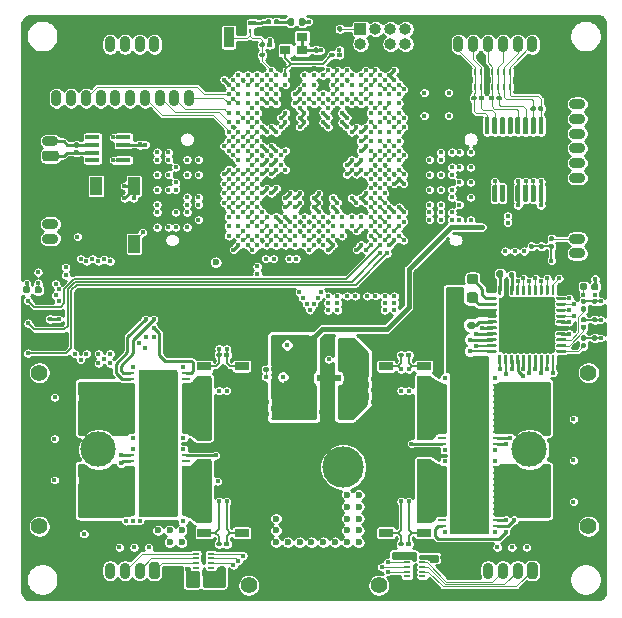
<source format=gtl>
%TF.GenerationSoftware,KiCad,Pcbnew,(5.1.6)-1*%
%TF.CreationDate,2020-11-03T12:16:29+01:00*%
%TF.ProjectId,omodri_laas,6f6d6f64-7269-45f6-9c61-61732e6b6963,1.0*%
%TF.SameCoordinates,Original*%
%TF.FileFunction,Copper,L1,Top*%
%TF.FilePolarity,Positive*%
%FSLAX46Y46*%
G04 Gerber Fmt 4.6, Leading zero omitted, Abs format (unit mm)*
G04 Created by KiCad (PCBNEW (5.1.6)-1) date 2020-11-03 12:16:29*
%MOMM*%
%LPD*%
G01*
G04 APERTURE LIST*
%TA.AperFunction,SMDPad,CuDef*%
%ADD10C,0.450000*%
%TD*%
%TA.AperFunction,SMDPad,CuDef*%
%ADD11C,0.100000*%
%TD*%
%TA.AperFunction,SMDPad,CuDef*%
%ADD12R,0.700001X0.249999*%
%TD*%
%TA.AperFunction,SMDPad,CuDef*%
%ADD13R,0.429999X0.375001*%
%TD*%
%TA.AperFunction,SMDPad,CuDef*%
%ADD14R,3.300001X5.399999*%
%TD*%
%TA.AperFunction,SMDPad,CuDef*%
%ADD15R,0.200000X0.499999*%
%TD*%
%TA.AperFunction,ComponentPad*%
%ADD16O,0.900000X1.400000*%
%TD*%
%TA.AperFunction,ComponentPad*%
%ADD17C,3.000000*%
%TD*%
%TA.AperFunction,ComponentPad*%
%ADD18R,3.000000X3.000000*%
%TD*%
%TA.AperFunction,ComponentPad*%
%ADD19C,1.400000*%
%TD*%
%TA.AperFunction,ComponentPad*%
%ADD20C,3.500000*%
%TD*%
%TA.AperFunction,ComponentPad*%
%ADD21R,3.500000X3.500000*%
%TD*%
%TA.AperFunction,SMDPad,CuDef*%
%ADD22R,1.000000X1.500000*%
%TD*%
%TA.AperFunction,ComponentPad*%
%ADD23O,1.000000X1.000000*%
%TD*%
%TA.AperFunction,ComponentPad*%
%ADD24R,1.000000X1.000000*%
%TD*%
%TA.AperFunction,SMDPad,CuDef*%
%ADD25R,1.200000X0.700000*%
%TD*%
%TA.AperFunction,SMDPad,CuDef*%
%ADD26R,1.200000X5.400000*%
%TD*%
%TA.AperFunction,SMDPad,CuDef*%
%ADD27R,0.900000X1.700000*%
%TD*%
%TA.AperFunction,SMDPad,CuDef*%
%ADD28R,1.220000X0.400000*%
%TD*%
%TA.AperFunction,SMDPad,CuDef*%
%ADD29R,0.250000X0.400000*%
%TD*%
%TA.AperFunction,SMDPad,CuDef*%
%ADD30R,0.700000X0.400000*%
%TD*%
%TA.AperFunction,SMDPad,CuDef*%
%ADD31R,0.150000X0.250000*%
%TD*%
%TA.AperFunction,SMDPad,CuDef*%
%ADD32R,0.200000X0.600000*%
%TD*%
%TA.AperFunction,SMDPad,CuDef*%
%ADD33R,0.600000X0.200000*%
%TD*%
%TA.AperFunction,ComponentPad*%
%ADD34O,1.400000X0.900000*%
%TD*%
%TA.AperFunction,SMDPad,CuDef*%
%ADD35R,0.900000X0.800000*%
%TD*%
%TA.AperFunction,Conductor*%
%ADD36R,2.000000X0.600000*%
%TD*%
%TA.AperFunction,ViaPad*%
%ADD37C,0.600000*%
%TD*%
%TA.AperFunction,SMDPad,CuDef*%
%ADD38R,4.600000X4.600000*%
%TD*%
%TA.AperFunction,ViaPad*%
%ADD39C,0.400000*%
%TD*%
%TA.AperFunction,Conductor*%
%ADD40C,0.250000*%
%TD*%
%TA.AperFunction,Conductor*%
%ADD41C,0.450000*%
%TD*%
%TA.AperFunction,Conductor*%
%ADD42C,0.101600*%
%TD*%
%TA.AperFunction,Conductor*%
%ADD43C,0.150000*%
%TD*%
%TA.AperFunction,Conductor*%
%ADD44C,0.254000*%
%TD*%
%TA.AperFunction,Conductor*%
%ADD45C,0.200000*%
%TD*%
G04 APERTURE END LIST*
D10*
%TO.P,U1,W3*%
%TO.N,/OMODRI_GPIO/M2_Vb*%
X132200000Y-68100000D03*
%TO.P,U1,W11*%
%TO.N,Net-(U1-PadW11)*%
X132200000Y-61700000D03*
%TO.P,U1,W10*%
%TO.N,/OMODRI_GPIO/FSI_RXC_D1*%
X132200000Y-62500000D03*
%TO.P,U1,W13*%
%TO.N,/JTAG + CLOCK + RESET/TDI*%
X132200000Y-60100000D03*
%TO.P,U1,W5*%
%TO.N,REF_3V0_BUF*%
X132200000Y-66500000D03*
%TO.P,U1,W1*%
%TO.N,GND*%
X132200000Y-69700000D03*
%TO.P,U1,W9*%
%TO.N,/OMODRI_GPIO/ECAT1_INT*%
X132200000Y-63300000D03*
%TO.P,U1,W14*%
%TO.N,/JTAG + CLOCK + RESET/TMS*%
X132200000Y-59300000D03*
%TO.P,U1,W19*%
%TO.N,GND*%
X132200000Y-55300000D03*
%TO.P,U1,W2*%
%TO.N,/OMODRI_GPIO/M2_Ib*%
X132200000Y-68900000D03*
%TO.P,U1,W17*%
%TO.N,Net-(U1-PadW17)*%
X132200000Y-56900000D03*
%TO.P,U1,W7*%
%TO.N,GND*%
X132200000Y-64900000D03*
%TO.P,U1,W8*%
%TO.N,VDD_3V3*%
X132200000Y-64100000D03*
%TO.P,U1,W4*%
%TO.N,Net-(U1-PadW4)*%
X132200000Y-67300000D03*
%TO.P,U1,W16*%
%TO.N,Net-(U1-PadW16)*%
X132200000Y-57700000D03*
%TO.P,U1,W12*%
%TO.N,Net-(U1-PadW12)*%
X132200000Y-60900000D03*
%TO.P,U1,W6*%
%TO.N,GND*%
X132200000Y-65700000D03*
%TO.P,U1,W18*%
%TO.N,/OMODRI_GPIO/ESC_TX1_D1*%
X132200000Y-56100000D03*
%TO.P,U1,W15*%
%TO.N,/JTAG + CLOCK + RESET/TDO*%
X132200000Y-58500000D03*
%TO.P,U1,V6*%
%TO.N,GND*%
X131400000Y-65700000D03*
%TO.P,U1,V17*%
%TO.N,Net-(U1-PadV17)*%
X131400000Y-56900000D03*
%TO.P,U1,V13*%
%TO.N,Net-(U1-PadV13)*%
X131400000Y-60100000D03*
%TO.P,U1,V7*%
%TO.N,GND*%
X131400000Y-64900000D03*
%TO.P,U1,V19*%
%TO.N,VDD_3V3*%
X131400000Y-55300000D03*
%TO.P,U1,V14*%
%TO.N,/JTAG + CLOCK + RESET/~TRSTn~*%
X131400000Y-59300000D03*
%TO.P,U1,V2*%
%TO.N,/OMODRI_GPIO/M1_Ib*%
X131400000Y-68900000D03*
%TO.P,U1,V8*%
%TO.N,Net-(U1-PadV8)*%
X131400000Y-64100000D03*
%TO.P,U1,V16*%
%TO.N,/OMODRI_GPIO/~DRV2_GPIO_FAULTn~*%
X131400000Y-57700000D03*
%TO.P,U1,V12*%
%TO.N,/OMODRI_GPIO/FSI_RXC_D0*%
X131400000Y-60900000D03*
%TO.P,U1,V5*%
%TO.N,REF_3V0_BUF*%
X131400000Y-66500000D03*
%TO.P,U1,V4*%
%TO.N,Net-(U1-PadV4)*%
X131400000Y-67300000D03*
%TO.P,U1,V15*%
%TO.N,/JTAG + CLOCK + RESET/TCK*%
X131400000Y-58500000D03*
%TO.P,U1,V10*%
%TO.N,/OMODRI_GPIO/ESC_TX1_D0*%
X131400000Y-62500000D03*
%TO.P,U1,V1*%
%TO.N,REF_3V0_BUF*%
X131400000Y-69700000D03*
%TO.P,U1,V3*%
%TO.N,/OMODRI_GPIO/M1_Vb*%
X131400000Y-68100000D03*
%TO.P,U1,V11*%
%TO.N,Net-(U1-PadV11)*%
X131400000Y-61700000D03*
%TO.P,U1,V18*%
%TO.N,/OMODRI_GPIO/ESC_TX1_D2*%
X131400000Y-56100000D03*
%TO.P,U1,V9*%
%TO.N,Net-(U1-PadV9)*%
X131400000Y-63300000D03*
%TO.P,U1,U8*%
%TO.N,Net-(U1-PadU8)*%
X130600000Y-64100000D03*
%TO.P,U1,U6*%
%TO.N,/OMODRI_GPIO/M2_Vc*%
X130600000Y-65700000D03*
%TO.P,U1,U4*%
%TO.N,/OMODRI_GPIO/ANALOG_IN2*%
X130600000Y-67300000D03*
%TO.P,U1,U16*%
%TO.N,/OMODRI_GPIO/DRV2_GPIO_EN*%
X130600000Y-57700000D03*
%TO.P,U1,U10*%
%TO.N,/OMODRI_GPIO/ESC_TX1_CLK*%
X130600000Y-62500000D03*
%TO.P,U1,U17*%
%TO.N,Net-(U1-PadU17)*%
X130600000Y-56900000D03*
%TO.P,U1,U12*%
%TO.N,/OMODRI_GPIO/FSI_RXC_CLK*%
X130600000Y-60900000D03*
%TO.P,U1,U7*%
%TO.N,Net-(U1-PadU7)*%
X130600000Y-64900000D03*
%TO.P,U1,U19*%
%TO.N,/JTAG + CLOCK + RESET/ERRORSTS*%
X130600000Y-55300000D03*
%TO.P,U1,U1*%
%TO.N,/OMODRI_GPIO/M1_Ia*%
X130600000Y-69700000D03*
%TO.P,U1,U13*%
%TO.N,Net-(U1-PadU13)*%
X130600000Y-60100000D03*
%TO.P,U1,U14*%
%TO.N,Net-(U1-PadU14)*%
X130600000Y-59300000D03*
%TO.P,U1,U3*%
%TO.N,Net-(U1-PadU3)*%
X130600000Y-68100000D03*
%TO.P,U1,U5*%
%TO.N,/OMODRI_GPIO/M2_Ic*%
X130600000Y-66500000D03*
%TO.P,U1,U15*%
%TO.N,Net-(U1-PadU15)*%
X130600000Y-58500000D03*
%TO.P,U1,U11*%
%TO.N,Net-(U1-PadU11)*%
X130600000Y-61700000D03*
%TO.P,U1,U2*%
%TO.N,/OMODRI_GPIO/M1_Va*%
X130600000Y-68900000D03*
%TO.P,U1,U18*%
%TO.N,/OMODRI_GPIO/ESC_TX1_D3*%
X130600000Y-56100000D03*
%TO.P,U1,U9*%
%TO.N,Net-(U1-PadU9)*%
X130600000Y-63300000D03*
%TO.P,U1,T10*%
%TO.N,/OMODRI_GPIO/ESC_TX1_ENA*%
X129800000Y-62500000D03*
%TO.P,U1,T2*%
%TO.N,/OMODRI_GPIO/M2_Va*%
X129800000Y-68900000D03*
%TO.P,U1,T16*%
%TO.N,Net-(U1-PadT16)*%
X129800000Y-57700000D03*
%TO.P,U1,T12*%
%TO.N,Net-(U1-PadT12)*%
X129800000Y-60900000D03*
%TO.P,U1,T18*%
%TO.N,/OMODRI_GPIO/ESC_RX1_CLK*%
X129800000Y-56100000D03*
%TO.P,U1,T17*%
%TO.N,/OMODRI_GPIO/ESC_RX1_DV*%
X129800000Y-56900000D03*
%TO.P,U1,T1*%
%TO.N,/OMODRI_GPIO/M2_Ia*%
X129800000Y-69700000D03*
%TO.P,U1,T5*%
%TO.N,/OMODRI_GPIO/M1_Ic*%
X129800000Y-66500000D03*
%TO.P,U1,T3*%
%TO.N,Net-(U1-PadT3)*%
X129800000Y-68100000D03*
%TO.P,U1,T19*%
%TO.N,/OMODRI_GPIO/ESC_RX1_ERR*%
X129800000Y-55300000D03*
%TO.P,U1,T14*%
%TO.N,/OMODRI_GPIO/~DRV2_GPIO_CSn~*%
X129800000Y-59300000D03*
%TO.P,U1,T9*%
%TO.N,/OMODRI_GPIO/GPIO125_SPI_CS2_n*%
X129800000Y-63300000D03*
%TO.P,U1,T13*%
%TO.N,Net-(U1-PadT13)*%
X129800000Y-60100000D03*
%TO.P,U1,T15*%
%TO.N,Net-(U1-PadT15)*%
X129800000Y-58500000D03*
%TO.P,U1,T8*%
%TO.N,Net-(U1-PadT8)*%
X129800000Y-64100000D03*
%TO.P,U1,T6*%
%TO.N,/OMODRI_GPIO/M1_Vc*%
X129800000Y-65700000D03*
%TO.P,U1,T11*%
%TO.N,Net-(U1-PadT11)*%
X129800000Y-61700000D03*
%TO.P,U1,T4*%
%TO.N,/OMODRI_GPIO/ANALOG_IN1*%
X129800000Y-67300000D03*
%TO.P,U1,T7*%
%TO.N,Net-(U1-PadT7)*%
X129800000Y-64900000D03*
%TO.P,U1,R3*%
%TO.N,/OMODRI_GPIO/M1_Vbus*%
X129000000Y-68100000D03*
%TO.P,U1,R2*%
%TO.N,GND*%
X129000000Y-68900000D03*
%TO.P,U1,R5*%
X129000000Y-66500000D03*
%TO.P,U1,R9*%
%TO.N,VDD_3V3*%
X129000000Y-63300000D03*
%TO.P,U1,R17*%
%TO.N,/OMODRI_GPIO/FSI_TXA_D0*%
X129000000Y-56900000D03*
%TO.P,U1,R13*%
%TO.N,VDD_1V2*%
X129000000Y-60100000D03*
%TO.P,U1,R8*%
%TO.N,GND*%
X129000000Y-64100000D03*
%TO.P,U1,R16*%
%TO.N,/OMODRI_GPIO/ESC_PHY_CLK*%
X129000000Y-57700000D03*
%TO.P,U1,R14*%
%TO.N,GND*%
X129000000Y-59300000D03*
%TO.P,U1,R6*%
%TO.N,VDDA_3V3*%
X129000000Y-65700000D03*
%TO.P,U1,R19*%
%TO.N,/OMODRI_GPIO/FSI_TXA_CLK*%
X129000000Y-55300000D03*
%TO.P,U1,R11*%
%TO.N,VDD_3V3*%
X129000000Y-61700000D03*
%TO.P,U1,R1*%
%TO.N,REF_3V0_BUF*%
X129000000Y-69700000D03*
%TO.P,U1,R4*%
%TO.N,Net-(U1-PadR4)*%
X129000000Y-67300000D03*
%TO.P,U1,R10*%
%TO.N,VDD_1V2*%
X129000000Y-62500000D03*
%TO.P,U1,R12*%
%TO.N,VDD_3V3*%
X129000000Y-60900000D03*
%TO.P,U1,R7*%
%TO.N,GND*%
X129000000Y-64900000D03*
%TO.P,U1,R18*%
%TO.N,/OMODRI_GPIO/FSI_TXA_D1*%
X129000000Y-56100000D03*
%TO.P,U1,R15*%
%TO.N,GND*%
X129000000Y-58500000D03*
%TO.P,U1,P1*%
X128200000Y-69700000D03*
%TO.P,U1,P19*%
%TO.N,Net-(U1-PadP19)*%
X128200000Y-55300000D03*
%TO.P,U1,P16*%
%TO.N,Net-(U1-PadP16)*%
X128200000Y-57700000D03*
%TO.P,U1,P4*%
%TO.N,Net-(U1-PadP4)*%
X128200000Y-67300000D03*
%TO.P,U1,P17*%
%TO.N,Net-(U1-PadP17)*%
X128200000Y-56900000D03*
%TO.P,U1,P10*%
%TO.N,VDD_1V2*%
X128200000Y-62500000D03*
%TO.P,U1,P2*%
%TO.N,GND*%
X128200000Y-68900000D03*
%TO.P,U1,P13*%
%TO.N,VDD_1V2*%
X128200000Y-60100000D03*
%TO.P,U1,P14*%
%TO.N,GND*%
X128200000Y-59300000D03*
%TO.P,U1,P8*%
X128200000Y-64100000D03*
%TO.P,U1,P6*%
%TO.N,VDDA_3V3*%
X128200000Y-65700000D03*
%TO.P,U1,P11*%
%TO.N,GND*%
X128200000Y-61700000D03*
%TO.P,U1,P7*%
X128200000Y-64900000D03*
%TO.P,U1,P5*%
X128200000Y-66500000D03*
%TO.P,U1,P9*%
%TO.N,VDD_3V3*%
X128200000Y-63300000D03*
%TO.P,U1,P18*%
%TO.N,Net-(U1-PadP18)*%
X128200000Y-56100000D03*
%TO.P,U1,P15*%
%TO.N,GND*%
X128200000Y-58500000D03*
%TO.P,U1,P12*%
X128200000Y-60900000D03*
%TO.P,U1,P3*%
%TO.N,Net-(U1-PadP3)*%
X128200000Y-68100000D03*
%TO.P,U1,N6*%
%TO.N,GND*%
X127400000Y-65700000D03*
%TO.P,U1,N18*%
%TO.N,Net-(U1-PadN18)*%
X127400000Y-56100000D03*
%TO.P,U1,N5*%
%TO.N,GND*%
X127400000Y-66500000D03*
%TO.P,U1,N4*%
%TO.N,Net-(U1-PadN4)*%
X127400000Y-67300000D03*
%TO.P,U1,N17*%
%TO.N,Net-(U1-PadN17)*%
X127400000Y-56900000D03*
%TO.P,U1,N19*%
%TO.N,/OMODRI_GPIO/ESC_RX1_D0*%
X127400000Y-55300000D03*
%TO.P,U1,N3*%
%TO.N,Net-(U1-PadN3)*%
X127400000Y-68100000D03*
%TO.P,U1,N16*%
%TO.N,Net-(U1-PadN16)*%
X127400000Y-57700000D03*
%TO.P,U1,N2*%
%TO.N,Net-(U1-PadN2)*%
X127400000Y-68900000D03*
%TO.P,U1,N14*%
%TO.N,VDD_3V3*%
X127400000Y-59300000D03*
%TO.P,U1,N1*%
%TO.N,GND*%
X127400000Y-69700000D03*
%TO.P,U1,N15*%
%TO.N,VDD_3V3*%
X127400000Y-58500000D03*
%TO.P,U1,M19*%
%TO.N,/OMODRI_GPIO/ESC_RX1_D1*%
X126600000Y-55300000D03*
%TO.P,U1,M5*%
%TO.N,VDD_3V3*%
X126600000Y-66500000D03*
%TO.P,U1,M6*%
X126600000Y-65700000D03*
%TO.P,U1,M18*%
%TO.N,/OMODRI_GPIO/ESC_RX1_D2*%
X126600000Y-56100000D03*
%TO.P,U1,M16*%
%TO.N,/OMODRI_GPIO/~COM_SPI_CSn~*%
X126600000Y-57700000D03*
%TO.P,U1,M3*%
%TO.N,Net-(U1-PadM3)*%
X126600000Y-68100000D03*
%TO.P,U1,M4*%
%TO.N,Net-(U1-PadM4)*%
X126600000Y-67300000D03*
%TO.P,U1,M17*%
%TO.N,/OMODRI_GPIO/COM_SPI_SIMO*%
X126600000Y-56900000D03*
%TO.P,U1,M2*%
%TO.N,Net-(U1-PadM2)*%
X126600000Y-68900000D03*
%TO.P,U1,M14*%
%TO.N,GND*%
X126600000Y-59300000D03*
%TO.P,U1,M1*%
%TO.N,VDD_3V3*%
X126600000Y-69700000D03*
%TO.P,U1,M15*%
%TO.N,GND*%
X126600000Y-58500000D03*
%TO.P,U1,K18*%
%TO.N,Net-(U1-PadK18)*%
X125000000Y-56100000D03*
%TO.P,U1,L12*%
%TO.N,GND*%
X125800000Y-60900000D03*
%TO.P,U1,K3*%
%TO.N,/OMODRI_GPIO/ENC2_CHA*%
X125000000Y-68100000D03*
%TO.P,U1,K4*%
%TO.N,/OMODRI_GPIO/ENC1_CHI*%
X125000000Y-67300000D03*
%TO.P,U1,K5*%
%TO.N,VDD_1V2*%
X125000000Y-66500000D03*
%TO.P,U1,L8*%
%TO.N,GND*%
X125800000Y-64100000D03*
%TO.P,U1,K17*%
%TO.N,Net-(U1-PadK17)*%
X125000000Y-56900000D03*
%TO.P,U1,K19*%
%TO.N,Net-(U1-PadK19)*%
X125000000Y-55300000D03*
%TO.P,U1,K16*%
%TO.N,/OMODRI_GPIO/COM_SPI_CLK*%
X125000000Y-57700000D03*
%TO.P,U1,K6*%
%TO.N,VDD_1V2*%
X125000000Y-65700000D03*
%TO.P,U1,L10*%
%TO.N,GND*%
X125800000Y-62500000D03*
%TO.P,U1,K14*%
X125000000Y-59300000D03*
%TO.P,U1,K1*%
%TO.N,/OMODRI_GPIO/ENC2_CHI*%
X125000000Y-69700000D03*
%TO.P,U1,L9*%
%TO.N,GND*%
X125800000Y-63300000D03*
%TO.P,U1,K2*%
%TO.N,/OMODRI_GPIO/ENC2_CHB*%
X125000000Y-68900000D03*
%TO.P,U1,K15*%
%TO.N,GND*%
X125000000Y-58500000D03*
%TO.P,U1,L11*%
X125800000Y-61700000D03*
%TO.P,U1,L18*%
X125800000Y-56100000D03*
%TO.P,U1,L2*%
%TO.N,Net-(U1-PadL2)*%
X125800000Y-68900000D03*
%TO.P,U1,M9*%
%TO.N,GND*%
X126600000Y-63300000D03*
%TO.P,U1,L1*%
%TO.N,Net-(U1-PadL1)*%
X125800000Y-69700000D03*
%TO.P,U1,L19*%
%TO.N,/OMODRI_GPIO/ESC_RX1_D3*%
X125800000Y-55300000D03*
%TO.P,U1,L5*%
%TO.N,GND*%
X125800000Y-66500000D03*
%TO.P,U1,L4*%
%TO.N,Net-(U1-PadL4)*%
X125800000Y-67300000D03*
%TO.P,U1,L14*%
%TO.N,VDD_3V3*%
X125800000Y-59300000D03*
%TO.P,U1,M8*%
%TO.N,GND*%
X126600000Y-64100000D03*
%TO.P,U1,L3*%
%TO.N,Net-(U1-PadL3)*%
X125800000Y-68100000D03*
%TO.P,U1,L15*%
%TO.N,VDD_3V3*%
X125800000Y-58500000D03*
%TO.P,U1,M12*%
%TO.N,GND*%
X126600000Y-60900000D03*
%TO.P,U1,M11*%
X126600000Y-61700000D03*
%TO.P,U1,L16*%
%TO.N,/OMODRI_GPIO/COM_SPI_SOMI*%
X125800000Y-57700000D03*
%TO.P,U1,L6*%
%TO.N,GND*%
X125800000Y-65700000D03*
%TO.P,U1,M10*%
X126600000Y-62500000D03*
%TO.P,U1,L17*%
%TO.N,Net-(U1-PadL17)*%
X125800000Y-56900000D03*
%TO.P,U1,J2*%
%TO.N,Net-(U1-PadJ2)*%
X124200000Y-68900000D03*
%TO.P,U1,J15*%
%TO.N,VDD_1V2*%
X124200000Y-58500000D03*
%TO.P,U1,J14*%
X124200000Y-59300000D03*
%TO.P,U1,J19*%
%TO.N,Net-(U1-PadJ19)*%
X124200000Y-55300000D03*
%TO.P,U1,J3*%
%TO.N,Net-(U1-PadJ3)*%
X124200000Y-68100000D03*
%TO.P,U1,K9*%
%TO.N,GND*%
X125000000Y-63300000D03*
%TO.P,U1,K12*%
X125000000Y-60900000D03*
%TO.P,U1,J18*%
%TO.N,Net-(U1-PadJ18)*%
X124200000Y-56100000D03*
%TO.P,U1,K10*%
%TO.N,GND*%
X125000000Y-62500000D03*
%TO.P,U1,K8*%
X125000000Y-64100000D03*
%TO.P,U1,J6*%
X124200000Y-65700000D03*
%TO.P,U1,J5*%
X124200000Y-66500000D03*
%TO.P,U1,J1*%
%TO.N,Net-(U1-PadJ1)*%
X124200000Y-69700000D03*
%TO.P,U1,J16*%
%TO.N,Net-(U1-PadJ16)*%
X124200000Y-57700000D03*
%TO.P,U1,K11*%
%TO.N,GND*%
X125000000Y-61700000D03*
%TO.P,U1,J4*%
%TO.N,Net-(U1-PadJ4)*%
X124200000Y-67300000D03*
%TO.P,U1,J17*%
%TO.N,Net-(U1-PadJ17)*%
X124200000Y-56900000D03*
%TO.P,U1,J12*%
%TO.N,GND*%
X124200000Y-60900000D03*
%TO.P,U1,H6*%
%TO.N,VDD_3V3*%
X123400000Y-65700000D03*
%TO.P,U1,H15*%
%TO.N,GND*%
X123400000Y-58500000D03*
%TO.P,U1,H18*%
X123400000Y-56100000D03*
%TO.P,U1,H5*%
%TO.N,VDD_3V3*%
X123400000Y-66500000D03*
%TO.P,U1,J9*%
%TO.N,GND*%
X124200000Y-63300000D03*
%TO.P,U1,J8*%
X124200000Y-64100000D03*
%TO.P,U1,H14*%
X123400000Y-59300000D03*
%TO.P,U1,H19*%
X123400000Y-55300000D03*
%TO.P,U1,H1*%
%TO.N,Net-(U1-PadH1)*%
X123400000Y-69700000D03*
%TO.P,U1,H3*%
%TO.N,Net-(U1-PadH3)*%
X123400000Y-68100000D03*
%TO.P,U1,H2*%
%TO.N,Net-(U1-PadH2)*%
X123400000Y-68900000D03*
%TO.P,U1,J10*%
%TO.N,GND*%
X124200000Y-62500000D03*
%TO.P,U1,H16*%
%TO.N,VDD_3V3*%
X123400000Y-57700000D03*
%TO.P,U1,J11*%
%TO.N,GND*%
X124200000Y-61700000D03*
%TO.P,U1,H17*%
%TO.N,VDD_3V3*%
X123400000Y-56900000D03*
%TO.P,U1,H4*%
%TO.N,Net-(U1-PadH4)*%
X123400000Y-67300000D03*
%TO.P,U1,H12*%
%TO.N,GND*%
X123400000Y-60900000D03*
%TO.P,U1,G15*%
%TO.N,VDD_1V2*%
X122600000Y-58500000D03*
%TO.P,U1,G19*%
%TO.N,/JTAG + CLOCK + RESET/F2838x_CLK_25MHz*%
X122600000Y-55300000D03*
%TO.P,U1,G14*%
%TO.N,VDD_1V2*%
X122600000Y-59300000D03*
%TO.P,U1,H8*%
%TO.N,GND*%
X123400000Y-64100000D03*
%TO.P,U1,G18*%
%TO.N,Net-(U1-PadG18)*%
X122600000Y-56100000D03*
%TO.P,U1,G6*%
%TO.N,VDD_3V3*%
X122600000Y-65700000D03*
%TO.P,U1,G5*%
X122600000Y-66500000D03*
%TO.P,U1,H9*%
%TO.N,GND*%
X123400000Y-63300000D03*
%TO.P,U1,H10*%
X123400000Y-62500000D03*
%TO.P,U1,G16*%
X122600000Y-57700000D03*
%TO.P,U1,H11*%
X123400000Y-61700000D03*
%TO.P,U1,G17*%
X122600000Y-56900000D03*
%TO.P,U1,G1*%
%TO.N,Net-(U1-PadG1)*%
X122600000Y-69700000D03*
%TO.P,U1,G3*%
%TO.N,/OMODRI_driver_M2/INLB*%
X122600000Y-68100000D03*
%TO.P,U1,G2*%
%TO.N,/OMODRI_driver_M2/INHB*%
X122600000Y-68900000D03*
%TO.P,U1,G4*%
%TO.N,VDD_3V3*%
X122600000Y-67300000D03*
%TO.P,U1,F18*%
%TO.N,/OMODRI_GPIO/ESC_LED_LINK0_ACTIVE*%
X121800000Y-56100000D03*
%TO.P,U1,F17*%
%TO.N,/OMODRI_GPIO/ESC_LED_LINK1_ACTIVE*%
X121800000Y-56900000D03*
%TO.P,U1,F16*%
%TO.N,VDD_3V3*%
X121800000Y-57700000D03*
%TO.P,U1,F15*%
%TO.N,GND*%
X121800000Y-58500000D03*
%TO.P,U1,F14*%
X121800000Y-59300000D03*
%TO.P,U1,F13*%
%TO.N,VDD_3V3*%
X121800000Y-60100000D03*
%TO.P,U1,F12*%
%TO.N,GND*%
X121800000Y-60900000D03*
%TO.P,U1,F11*%
%TO.N,VDD_1V2*%
X121800000Y-61700000D03*
%TO.P,U1,F10*%
%TO.N,VDD_3V3*%
X121800000Y-62500000D03*
%TO.P,U1,F9*%
%TO.N,VDD_1V2*%
X121800000Y-63300000D03*
%TO.P,U1,F19*%
%TO.N,/JTAG + CLOCK + RESET/~XRSn~*%
X121800000Y-55300000D03*
%TO.P,U1,F8*%
%TO.N,GND*%
X121800000Y-64100000D03*
%TO.P,U1,F7*%
%TO.N,VDD_3V3*%
X121800000Y-64900000D03*
%TO.P,U1,F6*%
%TO.N,GND*%
X121800000Y-65700000D03*
%TO.P,U1,F5*%
X121800000Y-66500000D03*
%TO.P,U1,E18*%
%TO.N,Net-(U1-PadE18)*%
X121000000Y-56100000D03*
%TO.P,U1,E19*%
%TO.N,Net-(U1-PadE19)*%
X121000000Y-55300000D03*
%TO.P,U1,E16*%
%TO.N,VDD_3V3*%
X121000000Y-57700000D03*
%TO.P,U1,E17*%
%TO.N,/OMODRI_GPIO/ESC_LED_ERR*%
X121000000Y-56900000D03*
%TO.P,U1,E7*%
%TO.N,VDD_3V3*%
X121000000Y-64900000D03*
%TO.P,U1,E8*%
%TO.N,GND*%
X121000000Y-64100000D03*
%TO.P,U1,E10*%
%TO.N,VDD_3V3*%
X121000000Y-62500000D03*
%TO.P,U1,E9*%
%TO.N,VDD_1V2*%
X121000000Y-63300000D03*
%TO.P,U1,E11*%
X121000000Y-61700000D03*
%TO.P,U1,E12*%
%TO.N,GND*%
X121000000Y-60900000D03*
%TO.P,U1,E13*%
%TO.N,VDD_3V3*%
X121000000Y-60100000D03*
%TO.P,U1,E14*%
%TO.N,GND*%
X121000000Y-59300000D03*
%TO.P,U1,E15*%
X121000000Y-58500000D03*
%TO.P,U1,F3*%
%TO.N,/OMODRI_GPIO/ENC1_CHB*%
X121800000Y-68100000D03*
%TO.P,U1,E6*%
%TO.N,GND*%
X121000000Y-65700000D03*
%TO.P,U1,D1*%
%TO.N,/OMODRI_GPIO/CAN_RX*%
X120200000Y-69700000D03*
%TO.P,U1,F2*%
%TO.N,/OMODRI_GPIO/ENC1_CHA*%
X121800000Y-68900000D03*
%TO.P,U1,F1*%
%TO.N,Net-(U1-PadF1)*%
X121800000Y-69700000D03*
%TO.P,U1,D6*%
%TO.N,/OMODRI_GPIO/DRV1_GPIO_EN*%
X120200000Y-65700000D03*
%TO.P,U1,D7*%
%TO.N,/OMODRI_driver_M1/INLC*%
X120200000Y-64900000D03*
%TO.P,U1,D9*%
%TO.N,/OMODRI_GPIO/ESC_RX0_DV*%
X120200000Y-63300000D03*
%TO.P,U1,D10*%
%TO.N,/OMODRI_GPIO/ESC_TX0_D1*%
X120200000Y-62500000D03*
%TO.P,U1,D11*%
%TO.N,Net-(U1-PadD11)*%
X120200000Y-61700000D03*
%TO.P,U1,D12*%
%TO.N,/OMODRI_GPIO/ESC_TX0_ENA*%
X120200000Y-60900000D03*
%TO.P,U1,D14*%
%TO.N,/OMODRI_GPIO/ESC_PHY0_LINKSTATUS*%
X120200000Y-59300000D03*
%TO.P,U1,D15*%
%TO.N,Net-(U1-PadD15)*%
X120200000Y-58500000D03*
%TO.P,U1,D16*%
%TO.N,Net-(U1-PadD16)*%
X120200000Y-57700000D03*
%TO.P,U1,E1*%
%TO.N,/OMODRI_GPIO/DRV_SPI_SIMO*%
X121000000Y-69700000D03*
%TO.P,U1,E2*%
%TO.N,/OMODRI_GPIO/DRV_SPI_SOMI*%
X121000000Y-68900000D03*
%TO.P,U1,D18*%
%TO.N,/OMODRI_GPIO/ESC_LED_RUN*%
X120200000Y-56100000D03*
%TO.P,U1,D19*%
%TO.N,Net-(U1-PadD19)*%
X120200000Y-55300000D03*
%TO.P,U1,E3*%
%TO.N,/OMODRI_GPIO/DRV_SPI_CLK*%
X121000000Y-68100000D03*
%TO.P,U1,D8*%
%TO.N,/OMODRI_driver_M1/INLA*%
X120200000Y-64100000D03*
%TO.P,U1,D17*%
%TO.N,Net-(U1-PadD17)*%
X120200000Y-56900000D03*
%TO.P,U1,D2*%
%TO.N,Net-(U1-PadD2)*%
X120200000Y-68900000D03*
%TO.P,U1,D4*%
%TO.N,/OMODRI_GPIO/ESC_RX0_D3*%
X120200000Y-67300000D03*
%TO.P,U1,E4*%
%TO.N,/OMODRI_GPIO/~DRV1_GPIO_CSn~*%
X121000000Y-67300000D03*
%TO.P,U1,D3*%
%TO.N,Net-(U1-PadD3)*%
X120200000Y-68100000D03*
%TO.P,U1,D13*%
%TO.N,/OMODRI_GPIO/ESC_MDIO_CLK*%
X120200000Y-60100000D03*
%TO.P,U1,D5*%
%TO.N,/OMODRI_GPIO/ESC_RX0_D1*%
X120200000Y-66500000D03*
%TO.P,U1,E5*%
%TO.N,GND*%
X121000000Y-66500000D03*
%TO.P,U1,F4*%
%TO.N,VDD_3V3*%
X121800000Y-67300000D03*
%TO.P,U1,C19*%
%TO.N,Net-(U1-PadC19)*%
X119400000Y-55300000D03*
%TO.P,U1,C18*%
%TO.N,/OMODRI_GPIO/ESC_PHY1_LINKSTATUS*%
X119400000Y-56100000D03*
%TO.P,U1,C17*%
%TO.N,Net-(U1-PadC17)*%
X119400000Y-56900000D03*
%TO.P,U1,C16*%
%TO.N,Net-(U1-PadC16)*%
X119400000Y-57700000D03*
%TO.P,U1,C15*%
%TO.N,Net-(U1-PadC15)*%
X119400000Y-58500000D03*
%TO.P,U1,C14*%
%TO.N,Net-(U1-PadC14)*%
X119400000Y-59300000D03*
%TO.P,U1,C13*%
%TO.N,/OMODRI_GPIO/ESC_I2C_SCL*%
X119400000Y-60100000D03*
%TO.P,U1,C12*%
%TO.N,/OMODRI_GPIO/~ESC_PHY_RESETn~*%
X119400000Y-60900000D03*
%TO.P,U1,C11*%
%TO.N,Net-(U1-PadC11)*%
X119400000Y-61700000D03*
%TO.P,U1,C10*%
%TO.N,/OMODRI_GPIO/ESC_TX0_D0*%
X119400000Y-62500000D03*
%TO.P,U1,C9*%
%TO.N,/OMODRI_GPIO/ESC_TX0_D3*%
X119400000Y-63300000D03*
%TO.P,U1,C8*%
%TO.N,/OMODRI_driver_M1/INHA*%
X119400000Y-64100000D03*
%TO.P,U1,C7*%
%TO.N,/OMODRI_driver_M1/INHC*%
X119400000Y-64900000D03*
%TO.P,U1,C6*%
%TO.N,Net-(U1-PadC6)*%
X119400000Y-65700000D03*
%TO.P,U1,C5*%
%TO.N,/OMODRI_GPIO/ESC_RX0_D0*%
X119400000Y-66500000D03*
%TO.P,U1,C4*%
%TO.N,/OMODRI_GPIO/ESC_RX0_D2*%
X119400000Y-67300000D03*
%TO.P,U1,C3*%
%TO.N,Net-(U1-PadC3)*%
X119400000Y-68100000D03*
%TO.P,U1,C2*%
%TO.N,/OMODRI_GPIO/CAN_TX*%
X119400000Y-68900000D03*
%TO.P,U1,C1*%
%TO.N,/OMODRI_driver_M2/INLC*%
X119400000Y-69700000D03*
%TO.P,U1,A1*%
%TO.N,GND*%
X117800000Y-69700000D03*
%TO.P,U1,A2*%
%TO.N,Net-(U1-PadA2)*%
X117800000Y-68900000D03*
%TO.P,U1,A3*%
%TO.N,Net-(U1-PadA3)*%
X117800000Y-68100000D03*
%TO.P,U1,A4*%
%TO.N,Net-(U1-PadA4)*%
X117800000Y-67300000D03*
%TO.P,U1,A5*%
%TO.N,/OMODRI_GPIO/~DRV1_GPIO_FAULTn~*%
X117800000Y-66500000D03*
%TO.P,U1,A6*%
%TO.N,/OMODRI_driver_M2/INHA*%
X117800000Y-65700000D03*
%TO.P,U1,A7*%
%TO.N,/OMODRI_driver_M1/INHB*%
X117800000Y-64900000D03*
%TO.P,U1,A8*%
%TO.N,/OMODRI_GPIO/ESC_RX0_CLK*%
X117800000Y-64100000D03*
%TO.P,U1,A9*%
%TO.N,VDD_3V3*%
X117800000Y-63300000D03*
%TO.P,U1,A10*%
%TO.N,GND*%
X117800000Y-62500000D03*
%TO.P,U1,A11*%
%TO.N,Net-(U1-PadA11)*%
X117800000Y-61700000D03*
%TO.P,U1,A12*%
%TO.N,/OMODRI_GPIO/ESC_MDIO_DATA*%
X117800000Y-60900000D03*
%TO.P,U1,A13*%
%TO.N,/OMODRI_GPIO/GPIO3*%
X117800000Y-60100000D03*
%TO.P,U1,A14*%
%TO.N,/OMODRI_GPIO/GPIO2*%
X117800000Y-59300000D03*
%TO.P,U1,A15*%
%TO.N,/OMODRI_GPIO/GPIO1*%
X117800000Y-58500000D03*
%TO.P,U1,A16*%
%TO.N,/OMODRI_GPIO/GPIO0*%
X117800000Y-57700000D03*
%TO.P,U1,A17*%
%TO.N,/OMODRI_GPIO/SPI_SOMI*%
X117800000Y-56900000D03*
%TO.P,U1,A18*%
%TO.N,VDD_3V3*%
X117800000Y-56100000D03*
%TO.P,U1,A19*%
%TO.N,GND*%
X117800000Y-55300000D03*
%TO.P,U1,B1*%
%TO.N,VDD_3V3*%
X118600000Y-69700000D03*
%TO.P,U1,B2*%
%TO.N,/OMODRI_driver_M2/INHC*%
X118600000Y-68900000D03*
%TO.P,U1,B3*%
%TO.N,Net-(U1-PadB3)*%
X118600000Y-68100000D03*
%TO.P,U1,B4*%
%TO.N,Net-(U1-PadB4)*%
X118600000Y-67300000D03*
%TO.P,U1,B5*%
%TO.N,/OMODRI_GPIO/WS2812B_CMD*%
X118600000Y-66500000D03*
%TO.P,U1,B6*%
%TO.N,/OMODRI_driver_M2/INLA*%
X118600000Y-65700000D03*
%TO.P,U1,B7*%
%TO.N,/OMODRI_driver_M1/INLB*%
X118600000Y-64900000D03*
%TO.P,U1,B8*%
%TO.N,/OMODRI_GPIO/ESC_RX0_ERR*%
X118600000Y-64100000D03*
%TO.P,U1,B9*%
%TO.N,/OMODRI_GPIO/ESC_TX0_D2*%
X118600000Y-63300000D03*
%TO.P,U1,B10*%
%TO.N,/OMODRI_GPIO/ESC_TX0_CLK*%
X118600000Y-62500000D03*
%TO.P,U1,B11*%
%TO.N,Net-(U1-PadB11)*%
X118600000Y-61700000D03*
%TO.P,U1,B12*%
%TO.N,/OMODRI_GPIO/ECAT0_INT*%
X118600000Y-60900000D03*
%TO.P,U1,B13*%
%TO.N,/OMODRI_GPIO/ESC_I2C_SDA*%
X118600000Y-60100000D03*
%TO.P,U1,B14*%
%TO.N,Net-(U1-PadB14)*%
X118600000Y-59300000D03*
%TO.P,U1,B15*%
%TO.N,/OMODRI_GPIO/GPIO4*%
X118600000Y-58500000D03*
%TO.P,U1,B16*%
%TO.N,/OMODRI_GPIO/~SPI_CSn~*%
X118600000Y-57700000D03*
%TO.P,U1,B17*%
%TO.N,/OMODRI_GPIO/SPI_CLK*%
X118600000Y-56900000D03*
%TO.P,U1,B18*%
%TO.N,/OMODRI_GPIO/SPI_SIMO*%
X118600000Y-56100000D03*
%TO.P,U1,B19*%
%TO.N,Net-(U1-PadB19)*%
X118600000Y-55300000D03*
%TD*%
%TA.AperFunction,SMDPad,CuDef*%
D11*
%TO.P,L1,1*%
%TO.N,Net-(L1-Pad1)*%
G36*
X127250000Y-83062500D02*
G01*
X128375000Y-81862500D01*
X128375000Y-80062500D01*
X127250000Y-78862500D01*
X127250000Y-77662500D01*
X128375000Y-77662500D01*
X129550000Y-78837500D01*
X129550000Y-83087500D01*
X128375000Y-84262500D01*
X127250000Y-84262500D01*
X127250000Y-83062500D01*
G37*
%TD.AperFunction*%
%TA.AperFunction,SMDPad,CuDef*%
%TO.P,L1,2*%
%TO.N,5V0*%
G36*
X125250000Y-78862500D02*
G01*
X124125000Y-80062500D01*
X124125000Y-81862500D01*
X125250000Y-83062500D01*
X125250000Y-84262500D01*
X124125000Y-84262500D01*
X122950000Y-83087500D01*
X122950000Y-78837500D01*
X124125000Y-77662500D01*
X125250000Y-77662500D01*
X125250000Y-78862500D01*
G37*
%TD.AperFunction*%
%TD*%
D12*
%TO.P,Q1,1*%
%TO.N,/OMODRI_driver_M1/GHA*%
X109450000Y-80500000D03*
%TO.P,Q1,2*%
%TO.N,/OMODRI_driver_M1/SHA*%
X109450000Y-80999999D03*
%TO.P,Q1,3*%
%TO.N,/OMODRI_driver_M1/MOTOR_CH1*%
X109450000Y-81500000D03*
%TO.P,Q1,4*%
X109450000Y-81999999D03*
%TO.P,Q1,5*%
X109450000Y-82500001D03*
%TO.P,Q1,6*%
X109450000Y-83000000D03*
%TO.P,Q1,7*%
X109450000Y-83499999D03*
%TO.P,Q1,8*%
X109450000Y-84000001D03*
%TO.P,Q1,9*%
X109450000Y-84500000D03*
%TO.P,Q1,10*%
X109450000Y-85000001D03*
%TO.P,Q1,11*%
X109450000Y-85500000D03*
%TO.P,Q1,12*%
%TO.N,/OMODRI_driver_M1/OUT_M1_CH1*%
X114150000Y-85500000D03*
%TO.P,Q1,13*%
X114150000Y-85000001D03*
%TO.P,Q1,14*%
X114150000Y-84500000D03*
%TO.P,Q1,15*%
X114150000Y-84000001D03*
%TO.P,Q1,16*%
X114150000Y-83499999D03*
%TO.P,Q1,17*%
X114150000Y-83000000D03*
%TO.P,Q1,18*%
X114150000Y-82500001D03*
%TO.P,Q1,19*%
X114150000Y-81999999D03*
%TO.P,Q1,20*%
X114150000Y-81500000D03*
%TO.P,Q1,21*%
%TO.N,Net-(Q1-Pad21)*%
X114150000Y-80999999D03*
%TO.P,Q1,22*%
%TO.N,/OMODRI_driver_M1/GLA*%
X114150000Y-80500000D03*
D13*
%TO.P,Q1,23*%
%TO.N,Net-(Q1-Pad23)*%
X109685000Y-79987001D03*
%TO.P,Q1,24*%
%TO.N,Net-(Q1-Pad24)*%
X109685000Y-86012999D03*
%TO.P,Q1,25*%
%TO.N,Net-(Q1-Pad25)*%
X113915000Y-86012999D03*
%TO.P,Q1,26*%
%TO.N,Net-(Q1-Pad26)*%
X113915000Y-79987001D03*
D14*
%TO.P,Q1,27*%
%TO.N,VPOWER*%
X111800000Y-83000000D03*
%TD*%
D12*
%TO.P,Q3,1*%
%TO.N,/OMODRI_driver_M1/GHC*%
X109450000Y-87500000D03*
%TO.P,Q3,2*%
%TO.N,/OMODRI_driver_M1/SHC*%
X109450000Y-87999999D03*
%TO.P,Q3,3*%
%TO.N,/OMODRI_driver_M1/MOTOR_CH3*%
X109450000Y-88500000D03*
%TO.P,Q3,4*%
X109450000Y-88999999D03*
%TO.P,Q3,5*%
X109450000Y-89500001D03*
%TO.P,Q3,6*%
X109450000Y-90000000D03*
%TO.P,Q3,7*%
X109450000Y-90499999D03*
%TO.P,Q3,8*%
X109450000Y-91000001D03*
%TO.P,Q3,9*%
X109450000Y-91500000D03*
%TO.P,Q3,10*%
X109450000Y-92000001D03*
%TO.P,Q3,11*%
X109450000Y-92500000D03*
%TO.P,Q3,12*%
%TO.N,/OMODRI_driver_M1/OUT_M1_CH3*%
X114150000Y-92500000D03*
%TO.P,Q3,13*%
X114150000Y-92000001D03*
%TO.P,Q3,14*%
X114150000Y-91500000D03*
%TO.P,Q3,15*%
X114150000Y-91000001D03*
%TO.P,Q3,16*%
X114150000Y-90499999D03*
%TO.P,Q3,17*%
X114150000Y-90000000D03*
%TO.P,Q3,18*%
X114150000Y-89500001D03*
%TO.P,Q3,19*%
X114150000Y-88999999D03*
%TO.P,Q3,20*%
X114150000Y-88500000D03*
%TO.P,Q3,21*%
%TO.N,Net-(Q3-Pad21)*%
X114150000Y-87999999D03*
%TO.P,Q3,22*%
%TO.N,/OMODRI_driver_M1/GLC*%
X114150000Y-87500000D03*
D13*
%TO.P,Q3,23*%
%TO.N,Net-(Q3-Pad23)*%
X109685000Y-86987001D03*
%TO.P,Q3,24*%
%TO.N,Net-(Q3-Pad24)*%
X109685000Y-93012999D03*
%TO.P,Q3,25*%
%TO.N,Net-(Q3-Pad25)*%
X113915000Y-93012999D03*
%TO.P,Q3,26*%
%TO.N,Net-(Q3-Pad26)*%
X113915000Y-86987001D03*
D14*
%TO.P,Q3,27*%
%TO.N,VPOWER*%
X111800000Y-90000000D03*
%TD*%
D12*
%TO.P,Q4,1*%
%TO.N,/OMODRI_driver_M2/GHA*%
X140550000Y-93499999D03*
%TO.P,Q4,2*%
%TO.N,/OMODRI_driver_M2/SHA*%
X140550000Y-93000000D03*
%TO.P,Q4,3*%
%TO.N,/OMODRI_driver_M2/MOTOR_CH1*%
X140550000Y-92499999D03*
%TO.P,Q4,4*%
X140550000Y-92000000D03*
%TO.P,Q4,5*%
X140550000Y-91499998D03*
%TO.P,Q4,6*%
X140550000Y-90999999D03*
%TO.P,Q4,7*%
X140550000Y-90500000D03*
%TO.P,Q4,8*%
X140550000Y-89999998D03*
%TO.P,Q4,9*%
X140550000Y-89499999D03*
%TO.P,Q4,10*%
X140550000Y-88999998D03*
%TO.P,Q4,11*%
X140550000Y-88499999D03*
%TO.P,Q4,12*%
%TO.N,/OMODRI_driver_M2/OUT_M2_CH1*%
X135850000Y-88499999D03*
%TO.P,Q4,13*%
X135850000Y-88999998D03*
%TO.P,Q4,14*%
X135850000Y-89499999D03*
%TO.P,Q4,15*%
X135850000Y-89999998D03*
%TO.P,Q4,16*%
X135850000Y-90500000D03*
%TO.P,Q4,17*%
X135850000Y-90999999D03*
%TO.P,Q4,18*%
X135850000Y-91499998D03*
%TO.P,Q4,19*%
X135850000Y-92000000D03*
%TO.P,Q4,20*%
X135850000Y-92499999D03*
%TO.P,Q4,21*%
%TO.N,Net-(Q4-Pad21)*%
X135850000Y-93000000D03*
%TO.P,Q4,22*%
%TO.N,/OMODRI_driver_M2/GLA*%
X135850000Y-93499999D03*
D13*
%TO.P,Q4,23*%
%TO.N,Net-(Q4-Pad23)*%
X140315000Y-94012998D03*
%TO.P,Q4,24*%
%TO.N,Net-(Q4-Pad24)*%
X140315000Y-87987000D03*
%TO.P,Q4,25*%
%TO.N,Net-(Q4-Pad25)*%
X136085000Y-87987000D03*
%TO.P,Q4,26*%
%TO.N,Net-(Q4-Pad26)*%
X136085000Y-94012998D03*
D14*
%TO.P,Q4,27*%
%TO.N,VPOWER*%
X138200000Y-90999999D03*
%TD*%
D12*
%TO.P,Q6,1*%
%TO.N,/OMODRI_driver_M2/GHC*%
X140550000Y-86499999D03*
%TO.P,Q6,2*%
%TO.N,/OMODRI_driver_M2/SHC*%
X140550000Y-86000000D03*
%TO.P,Q6,3*%
%TO.N,/OMODRI_driver_M2/MOTOR_CH3*%
X140550000Y-85499999D03*
%TO.P,Q6,4*%
X140550000Y-85000000D03*
%TO.P,Q6,5*%
X140550000Y-84499998D03*
%TO.P,Q6,6*%
X140550000Y-83999999D03*
%TO.P,Q6,7*%
X140550000Y-83500000D03*
%TO.P,Q6,8*%
X140550000Y-82999998D03*
%TO.P,Q6,9*%
X140550000Y-82499999D03*
%TO.P,Q6,10*%
X140550000Y-81999998D03*
%TO.P,Q6,11*%
X140550000Y-81499999D03*
%TO.P,Q6,12*%
%TO.N,/OMODRI_driver_M2/OUT_M2_CH3*%
X135850000Y-81499999D03*
%TO.P,Q6,13*%
X135850000Y-81999998D03*
%TO.P,Q6,14*%
X135850000Y-82499999D03*
%TO.P,Q6,15*%
X135850000Y-82999998D03*
%TO.P,Q6,16*%
X135850000Y-83500000D03*
%TO.P,Q6,17*%
X135850000Y-83999999D03*
%TO.P,Q6,18*%
X135850000Y-84499998D03*
%TO.P,Q6,19*%
X135850000Y-85000000D03*
%TO.P,Q6,20*%
X135850000Y-85499999D03*
%TO.P,Q6,21*%
%TO.N,Net-(Q6-Pad21)*%
X135850000Y-86000000D03*
%TO.P,Q6,22*%
%TO.N,/OMODRI_driver_M2/GLC*%
X135850000Y-86499999D03*
D13*
%TO.P,Q6,23*%
%TO.N,Net-(Q6-Pad23)*%
X140315000Y-87012998D03*
%TO.P,Q6,24*%
%TO.N,Net-(Q6-Pad24)*%
X140315000Y-80987000D03*
%TO.P,Q6,25*%
%TO.N,Net-(Q6-Pad25)*%
X136085000Y-80987000D03*
%TO.P,Q6,26*%
%TO.N,Net-(Q6-Pad26)*%
X136085000Y-87012998D03*
D14*
%TO.P,Q6,27*%
%TO.N,VPOWER*%
X138200000Y-83999999D03*
%TD*%
D15*
%TO.P,U9,1*%
%TO.N,/OMODRI_FSI_RX/RX_D1_LVDS_N*%
X141624999Y-55075000D03*
%TO.P,U9,2*%
%TO.N,/OMODRI_FSI_RX/RX_D1_LVDS_P*%
X141125000Y-55075000D03*
%TO.P,U9,3*%
%TO.N,/OMODRI_FSI_RX/RX_D0_LVDS_P*%
X140624998Y-55075000D03*
%TO.P,U9,4*%
%TO.N,/OMODRI_FSI_RX/RX_D0_LVDS_N*%
X140124999Y-55075000D03*
%TO.P,U9,5*%
%TO.N,GND*%
X139624997Y-55075000D03*
%TO.P,U9,6*%
%TO.N,/OMODRI_FSI_RX/RX_CLK_LVDS_P*%
X139124998Y-55075000D03*
%TO.P,U9,7*%
%TO.N,/OMODRI_FSI_RX/RX_CLK_LVDS_N*%
X138624999Y-55075000D03*
%TO.P,U9,8*%
X138624999Y-56325000D03*
%TO.P,U9,9*%
%TO.N,/OMODRI_FSI_RX/RX_CLK_LVDS_P*%
X139124998Y-56325000D03*
%TO.P,U9,10*%
%TO.N,GND*%
X139624997Y-56325000D03*
%TO.P,U9,11*%
%TO.N,/OMODRI_FSI_RX/RX_D0_LVDS_N*%
X140124999Y-56325000D03*
%TO.P,U9,12*%
%TO.N,/OMODRI_FSI_RX/RX_D0_LVDS_P*%
X140624998Y-56325000D03*
%TO.P,U9,13*%
%TO.N,/OMODRI_FSI_RX/RX_D1_LVDS_P*%
X141125000Y-56325000D03*
%TO.P,U9,14*%
%TO.N,/OMODRI_FSI_RX/RX_D1_LVDS_N*%
X141624999Y-56325000D03*
%TD*%
D16*
%TO.P,J2,5*%
%TO.N,/OMODRI_GPIO/COM_SPI_SIMO*%
X111500000Y-52700000D03*
%TO.P,J2,4*%
%TO.N,/OMODRI_GPIO/COM_SPI_CLK*%
X110250000Y-52700000D03*
%TO.P,J2,3*%
%TO.N,/OMODRI_GPIO/COM_SPI_SOMI*%
X109000000Y-52700000D03*
%TO.P,J2,2*%
%TO.N,/OMODRI_GPIO/~COM_SPI_CSn~*%
X107750000Y-52700000D03*
%TO.P,J2,1*%
%TO.N,GND*%
%TA.AperFunction,ComponentPad*%
G36*
G01*
X106050000Y-53175000D02*
X106050000Y-52225000D01*
G75*
G02*
X106275000Y-52000000I225000J0D01*
G01*
X106725000Y-52000000D01*
G75*
G02*
X106950000Y-52225000I0J-225000D01*
G01*
X106950000Y-53175000D01*
G75*
G02*
X106725000Y-53400000I-225000J0D01*
G01*
X106275000Y-53400000D01*
G75*
G02*
X106050000Y-53175000I0J225000D01*
G01*
G37*
%TD.AperFunction*%
%TD*%
%TO.P,J5,5*%
%TO.N,GND*%
X106500000Y-97250000D03*
%TO.P,J5,4*%
%TO.N,5V0*%
X107750000Y-97250000D03*
%TO.P,J5,3*%
%TO.N,/OMODRI_QuadEncod/ENC1_I*%
X109000000Y-97250000D03*
%TO.P,J5,2*%
%TO.N,/OMODRI_QuadEncod/ENC1_B*%
X110250000Y-97250000D03*
%TO.P,J5,1*%
%TO.N,/OMODRI_QuadEncod/ENC1_A*%
%TA.AperFunction,ComponentPad*%
G36*
G01*
X111950000Y-96775000D02*
X111950000Y-97725000D01*
G75*
G02*
X111725000Y-97950000I-225000J0D01*
G01*
X111275000Y-97950000D01*
G75*
G02*
X111050000Y-97725000I0J225000D01*
G01*
X111050000Y-96775000D01*
G75*
G02*
X111275000Y-96550000I225000J0D01*
G01*
X111725000Y-96550000D01*
G75*
G02*
X111950000Y-96775000I0J-225000D01*
G01*
G37*
%TD.AperFunction*%
%TD*%
%TO.P,J6,5*%
%TO.N,GND*%
X138500000Y-97250000D03*
%TO.P,J6,4*%
%TO.N,5V0*%
X139750000Y-97250000D03*
%TO.P,J6,3*%
%TO.N,/OMODRI_QuadEncod/ENC2_I*%
X141000000Y-97250000D03*
%TO.P,J6,2*%
%TO.N,/OMODRI_QuadEncod/ENC2_B*%
X142250000Y-97250000D03*
%TO.P,J6,1*%
%TO.N,/OMODRI_QuadEncod/ENC2_A*%
%TA.AperFunction,ComponentPad*%
G36*
G01*
X143950000Y-96775000D02*
X143950000Y-97725000D01*
G75*
G02*
X143725000Y-97950000I-225000J0D01*
G01*
X143275000Y-97950000D01*
G75*
G02*
X143050000Y-97725000I0J225000D01*
G01*
X143050000Y-96775000D01*
G75*
G02*
X143275000Y-96550000I225000J0D01*
G01*
X143725000Y-96550000D01*
G75*
G02*
X143950000Y-96775000I0J-225000D01*
G01*
G37*
%TD.AperFunction*%
%TD*%
%TO.P,U10,16*%
%TO.N,VDD_3V3*%
%TA.AperFunction,SMDPad,CuDef*%
G36*
G01*
X144125000Y-64575000D02*
X144325000Y-64575000D01*
G75*
G02*
X144425000Y-64675000I0J-100000D01*
G01*
X144425000Y-65950000D01*
G75*
G02*
X144325000Y-66050000I-100000J0D01*
G01*
X144125000Y-66050000D01*
G75*
G02*
X144025000Y-65950000I0J100000D01*
G01*
X144025000Y-64675000D01*
G75*
G02*
X144125000Y-64575000I100000J0D01*
G01*
G37*
%TD.AperFunction*%
%TO.P,U10,15*%
%TO.N,/OMODRI_GPIO/FSI_RXC_D1*%
%TA.AperFunction,SMDPad,CuDef*%
G36*
G01*
X143475000Y-64575000D02*
X143675000Y-64575000D01*
G75*
G02*
X143775000Y-64675000I0J-100000D01*
G01*
X143775000Y-65950000D01*
G75*
G02*
X143675000Y-66050000I-100000J0D01*
G01*
X143475000Y-66050000D01*
G75*
G02*
X143375000Y-65950000I0J100000D01*
G01*
X143375000Y-64675000D01*
G75*
G02*
X143475000Y-64575000I100000J0D01*
G01*
G37*
%TD.AperFunction*%
%TO.P,U10,14*%
%TO.N,/OMODRI_GPIO/FSI_RXC_D0*%
%TA.AperFunction,SMDPad,CuDef*%
G36*
G01*
X142825000Y-64575000D02*
X143025000Y-64575000D01*
G75*
G02*
X143125000Y-64675000I0J-100000D01*
G01*
X143125000Y-65950000D01*
G75*
G02*
X143025000Y-66050000I-100000J0D01*
G01*
X142825000Y-66050000D01*
G75*
G02*
X142725000Y-65950000I0J100000D01*
G01*
X142725000Y-64675000D01*
G75*
G02*
X142825000Y-64575000I100000J0D01*
G01*
G37*
%TD.AperFunction*%
%TO.P,U10,13*%
%TO.N,VDD_3V3*%
%TA.AperFunction,SMDPad,CuDef*%
G36*
G01*
X142175000Y-64575000D02*
X142375000Y-64575000D01*
G75*
G02*
X142475000Y-64675000I0J-100000D01*
G01*
X142475000Y-65950000D01*
G75*
G02*
X142375000Y-66050000I-100000J0D01*
G01*
X142175000Y-66050000D01*
G75*
G02*
X142075000Y-65950000I0J100000D01*
G01*
X142075000Y-64675000D01*
G75*
G02*
X142175000Y-64575000I100000J0D01*
G01*
G37*
%TD.AperFunction*%
%TO.P,U10,12*%
%TO.N,GND*%
%TA.AperFunction,SMDPad,CuDef*%
G36*
G01*
X141525000Y-64575000D02*
X141725000Y-64575000D01*
G75*
G02*
X141825000Y-64675000I0J-100000D01*
G01*
X141825000Y-65950000D01*
G75*
G02*
X141725000Y-66050000I-100000J0D01*
G01*
X141525000Y-66050000D01*
G75*
G02*
X141425000Y-65950000I0J100000D01*
G01*
X141425000Y-64675000D01*
G75*
G02*
X141525000Y-64575000I100000J0D01*
G01*
G37*
%TD.AperFunction*%
%TO.P,U10,11*%
%TO.N,Net-(U10-Pad11)*%
%TA.AperFunction,SMDPad,CuDef*%
G36*
G01*
X140875000Y-64575000D02*
X141075000Y-64575000D01*
G75*
G02*
X141175000Y-64675000I0J-100000D01*
G01*
X141175000Y-65950000D01*
G75*
G02*
X141075000Y-66050000I-100000J0D01*
G01*
X140875000Y-66050000D01*
G75*
G02*
X140775000Y-65950000I0J100000D01*
G01*
X140775000Y-64675000D01*
G75*
G02*
X140875000Y-64575000I100000J0D01*
G01*
G37*
%TD.AperFunction*%
%TO.P,U10,10*%
%TO.N,/OMODRI_GPIO/FSI_RXC_CLK*%
%TA.AperFunction,SMDPad,CuDef*%
G36*
G01*
X140225000Y-64575000D02*
X140425000Y-64575000D01*
G75*
G02*
X140525000Y-64675000I0J-100000D01*
G01*
X140525000Y-65950000D01*
G75*
G02*
X140425000Y-66050000I-100000J0D01*
G01*
X140225000Y-66050000D01*
G75*
G02*
X140125000Y-65950000I0J100000D01*
G01*
X140125000Y-64675000D01*
G75*
G02*
X140225000Y-64575000I100000J0D01*
G01*
G37*
%TD.AperFunction*%
%TO.P,U10,9*%
%TO.N,GND*%
%TA.AperFunction,SMDPad,CuDef*%
G36*
G01*
X139575000Y-64575000D02*
X139775000Y-64575000D01*
G75*
G02*
X139875000Y-64675000I0J-100000D01*
G01*
X139875000Y-65950000D01*
G75*
G02*
X139775000Y-66050000I-100000J0D01*
G01*
X139575000Y-66050000D01*
G75*
G02*
X139475000Y-65950000I0J100000D01*
G01*
X139475000Y-64675000D01*
G75*
G02*
X139575000Y-64575000I100000J0D01*
G01*
G37*
%TD.AperFunction*%
%TO.P,U10,8*%
%TO.N,/OMODRI_FSI_RX/RX_CLK_LVDS_N*%
%TA.AperFunction,SMDPad,CuDef*%
G36*
G01*
X139575000Y-58850000D02*
X139775000Y-58850000D01*
G75*
G02*
X139875000Y-58950000I0J-100000D01*
G01*
X139875000Y-60225000D01*
G75*
G02*
X139775000Y-60325000I-100000J0D01*
G01*
X139575000Y-60325000D01*
G75*
G02*
X139475000Y-60225000I0J100000D01*
G01*
X139475000Y-58950000D01*
G75*
G02*
X139575000Y-58850000I100000J0D01*
G01*
G37*
%TD.AperFunction*%
%TO.P,U10,7*%
%TO.N,/OMODRI_FSI_RX/RX_CLK_LVDS_P*%
%TA.AperFunction,SMDPad,CuDef*%
G36*
G01*
X140225000Y-58850000D02*
X140425000Y-58850000D01*
G75*
G02*
X140525000Y-58950000I0J-100000D01*
G01*
X140525000Y-60225000D01*
G75*
G02*
X140425000Y-60325000I-100000J0D01*
G01*
X140225000Y-60325000D01*
G75*
G02*
X140125000Y-60225000I0J100000D01*
G01*
X140125000Y-58950000D01*
G75*
G02*
X140225000Y-58850000I100000J0D01*
G01*
G37*
%TD.AperFunction*%
%TO.P,U10,6*%
%TO.N,Net-(U10-Pad6)*%
%TA.AperFunction,SMDPad,CuDef*%
G36*
G01*
X140875000Y-58850000D02*
X141075000Y-58850000D01*
G75*
G02*
X141175000Y-58950000I0J-100000D01*
G01*
X141175000Y-60225000D01*
G75*
G02*
X141075000Y-60325000I-100000J0D01*
G01*
X140875000Y-60325000D01*
G75*
G02*
X140775000Y-60225000I0J100000D01*
G01*
X140775000Y-58950000D01*
G75*
G02*
X140875000Y-58850000I100000J0D01*
G01*
G37*
%TD.AperFunction*%
%TO.P,U10,5*%
%TO.N,Net-(U10-Pad5)*%
%TA.AperFunction,SMDPad,CuDef*%
G36*
G01*
X141525000Y-58850000D02*
X141725000Y-58850000D01*
G75*
G02*
X141825000Y-58950000I0J-100000D01*
G01*
X141825000Y-60225000D01*
G75*
G02*
X141725000Y-60325000I-100000J0D01*
G01*
X141525000Y-60325000D01*
G75*
G02*
X141425000Y-60225000I0J100000D01*
G01*
X141425000Y-58950000D01*
G75*
G02*
X141525000Y-58850000I100000J0D01*
G01*
G37*
%TD.AperFunction*%
%TO.P,U10,4*%
%TO.N,/OMODRI_FSI_RX/RX_D0_LVDS_N*%
%TA.AperFunction,SMDPad,CuDef*%
G36*
G01*
X142175000Y-58850000D02*
X142375000Y-58850000D01*
G75*
G02*
X142475000Y-58950000I0J-100000D01*
G01*
X142475000Y-60225000D01*
G75*
G02*
X142375000Y-60325000I-100000J0D01*
G01*
X142175000Y-60325000D01*
G75*
G02*
X142075000Y-60225000I0J100000D01*
G01*
X142075000Y-58950000D01*
G75*
G02*
X142175000Y-58850000I100000J0D01*
G01*
G37*
%TD.AperFunction*%
%TO.P,U10,3*%
%TO.N,/OMODRI_FSI_RX/RX_D0_LVDS_P*%
%TA.AperFunction,SMDPad,CuDef*%
G36*
G01*
X142825000Y-58850000D02*
X143025000Y-58850000D01*
G75*
G02*
X143125000Y-58950000I0J-100000D01*
G01*
X143125000Y-60225000D01*
G75*
G02*
X143025000Y-60325000I-100000J0D01*
G01*
X142825000Y-60325000D01*
G75*
G02*
X142725000Y-60225000I0J100000D01*
G01*
X142725000Y-58950000D01*
G75*
G02*
X142825000Y-58850000I100000J0D01*
G01*
G37*
%TD.AperFunction*%
%TO.P,U10,2*%
%TO.N,/OMODRI_FSI_RX/RX_D1_LVDS_P*%
%TA.AperFunction,SMDPad,CuDef*%
G36*
G01*
X143475000Y-58850000D02*
X143675000Y-58850000D01*
G75*
G02*
X143775000Y-58950000I0J-100000D01*
G01*
X143775000Y-60225000D01*
G75*
G02*
X143675000Y-60325000I-100000J0D01*
G01*
X143475000Y-60325000D01*
G75*
G02*
X143375000Y-60225000I0J100000D01*
G01*
X143375000Y-58950000D01*
G75*
G02*
X143475000Y-58850000I100000J0D01*
G01*
G37*
%TD.AperFunction*%
%TO.P,U10,1*%
%TO.N,/OMODRI_FSI_RX/RX_D1_LVDS_N*%
%TA.AperFunction,SMDPad,CuDef*%
G36*
G01*
X144125000Y-58850000D02*
X144325000Y-58850000D01*
G75*
G02*
X144425000Y-58950000I0J-100000D01*
G01*
X144425000Y-60225000D01*
G75*
G02*
X144325000Y-60325000I-100000J0D01*
G01*
X144125000Y-60325000D01*
G75*
G02*
X144025000Y-60225000I0J100000D01*
G01*
X144025000Y-58950000D01*
G75*
G02*
X144125000Y-58850000I100000J0D01*
G01*
G37*
%TD.AperFunction*%
%TD*%
%TO.P,C92,2*%
%TO.N,GND*%
%TA.AperFunction,SMDPad,CuDef*%
G36*
G01*
X135387500Y-73668750D02*
X135387500Y-74581250D01*
G75*
G02*
X135143750Y-74825000I-243750J0D01*
G01*
X134656250Y-74825000D01*
G75*
G02*
X134412500Y-74581250I0J243750D01*
G01*
X134412500Y-73668750D01*
G75*
G02*
X134656250Y-73425000I243750J0D01*
G01*
X135143750Y-73425000D01*
G75*
G02*
X135387500Y-73668750I0J-243750D01*
G01*
G37*
%TD.AperFunction*%
%TO.P,C92,1*%
%TO.N,VPOWER*%
%TA.AperFunction,SMDPad,CuDef*%
G36*
G01*
X137262500Y-73668750D02*
X137262500Y-74581250D01*
G75*
G02*
X137018750Y-74825000I-243750J0D01*
G01*
X136531250Y-74825000D01*
G75*
G02*
X136287500Y-74581250I0J243750D01*
G01*
X136287500Y-73668750D01*
G75*
G02*
X136531250Y-73425000I243750J0D01*
G01*
X137018750Y-73425000D01*
G75*
G02*
X137262500Y-73668750I0J-243750D01*
G01*
G37*
%TD.AperFunction*%
%TD*%
%TO.P,R54,2*%
%TO.N,Net-(R54-Pad2)*%
%TA.AperFunction,SMDPad,CuDef*%
G36*
G01*
X147730000Y-76420000D02*
X147930000Y-76420000D01*
G75*
G02*
X148030000Y-76520000I0J-100000D01*
G01*
X148030000Y-76780000D01*
G75*
G02*
X147930000Y-76880000I-100000J0D01*
G01*
X147730000Y-76880000D01*
G75*
G02*
X147630000Y-76780000I0J100000D01*
G01*
X147630000Y-76520000D01*
G75*
G02*
X147730000Y-76420000I100000J0D01*
G01*
G37*
%TD.AperFunction*%
%TO.P,R54,1*%
%TO.N,/OMODRI_GPIO/M2_Ib*%
%TA.AperFunction,SMDPad,CuDef*%
G36*
G01*
X147730000Y-75780000D02*
X147930000Y-75780000D01*
G75*
G02*
X148030000Y-75880000I0J-100000D01*
G01*
X148030000Y-76140000D01*
G75*
G02*
X147930000Y-76240000I-100000J0D01*
G01*
X147730000Y-76240000D01*
G75*
G02*
X147630000Y-76140000I0J100000D01*
G01*
X147630000Y-75880000D01*
G75*
G02*
X147730000Y-75780000I100000J0D01*
G01*
G37*
%TD.AperFunction*%
%TD*%
%TO.P,R55,2*%
%TO.N,Net-(R55-Pad2)*%
%TA.AperFunction,SMDPad,CuDef*%
G36*
G01*
X147730000Y-74870000D02*
X147930000Y-74870000D01*
G75*
G02*
X148030000Y-74970000I0J-100000D01*
G01*
X148030000Y-75230000D01*
G75*
G02*
X147930000Y-75330000I-100000J0D01*
G01*
X147730000Y-75330000D01*
G75*
G02*
X147630000Y-75230000I0J100000D01*
G01*
X147630000Y-74970000D01*
G75*
G02*
X147730000Y-74870000I100000J0D01*
G01*
G37*
%TD.AperFunction*%
%TO.P,R55,1*%
%TO.N,/OMODRI_GPIO/M2_Ia*%
%TA.AperFunction,SMDPad,CuDef*%
G36*
G01*
X147730000Y-74230000D02*
X147930000Y-74230000D01*
G75*
G02*
X148030000Y-74330000I0J-100000D01*
G01*
X148030000Y-74590000D01*
G75*
G02*
X147930000Y-74690000I-100000J0D01*
G01*
X147730000Y-74690000D01*
G75*
G02*
X147630000Y-74590000I0J100000D01*
G01*
X147630000Y-74330000D01*
G75*
G02*
X147730000Y-74230000I100000J0D01*
G01*
G37*
%TD.AperFunction*%
%TD*%
%TO.P,R51,2*%
%TO.N,Net-(R51-Pad2)*%
%TA.AperFunction,SMDPad,CuDef*%
G36*
G01*
X147730000Y-77970000D02*
X147930000Y-77970000D01*
G75*
G02*
X148030000Y-78070000I0J-100000D01*
G01*
X148030000Y-78330000D01*
G75*
G02*
X147930000Y-78430000I-100000J0D01*
G01*
X147730000Y-78430000D01*
G75*
G02*
X147630000Y-78330000I0J100000D01*
G01*
X147630000Y-78070000D01*
G75*
G02*
X147730000Y-77970000I100000J0D01*
G01*
G37*
%TD.AperFunction*%
%TO.P,R51,1*%
%TO.N,/OMODRI_GPIO/M2_Ic*%
%TA.AperFunction,SMDPad,CuDef*%
G36*
G01*
X147730000Y-77330000D02*
X147930000Y-77330000D01*
G75*
G02*
X148030000Y-77430000I0J-100000D01*
G01*
X148030000Y-77690000D01*
G75*
G02*
X147930000Y-77790000I-100000J0D01*
G01*
X147730000Y-77790000D01*
G75*
G02*
X147630000Y-77690000I0J100000D01*
G01*
X147630000Y-77430000D01*
G75*
G02*
X147730000Y-77330000I100000J0D01*
G01*
G37*
%TD.AperFunction*%
%TD*%
%TO.P,C101,2*%
%TO.N,GND*%
%TA.AperFunction,SMDPad,CuDef*%
G36*
G01*
X148680000Y-74870000D02*
X148880000Y-74870000D01*
G75*
G02*
X148980000Y-74970000I0J-100000D01*
G01*
X148980000Y-75230000D01*
G75*
G02*
X148880000Y-75330000I-100000J0D01*
G01*
X148680000Y-75330000D01*
G75*
G02*
X148580000Y-75230000I0J100000D01*
G01*
X148580000Y-74970000D01*
G75*
G02*
X148680000Y-74870000I100000J0D01*
G01*
G37*
%TD.AperFunction*%
%TO.P,C101,1*%
%TO.N,/OMODRI_GPIO/M2_Ia*%
%TA.AperFunction,SMDPad,CuDef*%
G36*
G01*
X148680000Y-74230000D02*
X148880000Y-74230000D01*
G75*
G02*
X148980000Y-74330000I0J-100000D01*
G01*
X148980000Y-74590000D01*
G75*
G02*
X148880000Y-74690000I-100000J0D01*
G01*
X148680000Y-74690000D01*
G75*
G02*
X148580000Y-74590000I0J100000D01*
G01*
X148580000Y-74330000D01*
G75*
G02*
X148680000Y-74230000I100000J0D01*
G01*
G37*
%TD.AperFunction*%
%TD*%
%TO.P,C99,2*%
%TO.N,GND*%
%TA.AperFunction,SMDPad,CuDef*%
G36*
G01*
X148680000Y-77970000D02*
X148880000Y-77970000D01*
G75*
G02*
X148980000Y-78070000I0J-100000D01*
G01*
X148980000Y-78330000D01*
G75*
G02*
X148880000Y-78430000I-100000J0D01*
G01*
X148680000Y-78430000D01*
G75*
G02*
X148580000Y-78330000I0J100000D01*
G01*
X148580000Y-78070000D01*
G75*
G02*
X148680000Y-77970000I100000J0D01*
G01*
G37*
%TD.AperFunction*%
%TO.P,C99,1*%
%TO.N,/OMODRI_GPIO/M2_Ic*%
%TA.AperFunction,SMDPad,CuDef*%
G36*
G01*
X148680000Y-77330000D02*
X148880000Y-77330000D01*
G75*
G02*
X148980000Y-77430000I0J-100000D01*
G01*
X148980000Y-77690000D01*
G75*
G02*
X148880000Y-77790000I-100000J0D01*
G01*
X148680000Y-77790000D01*
G75*
G02*
X148580000Y-77690000I0J100000D01*
G01*
X148580000Y-77430000D01*
G75*
G02*
X148680000Y-77330000I100000J0D01*
G01*
G37*
%TD.AperFunction*%
%TD*%
%TO.P,C100,2*%
%TO.N,GND*%
%TA.AperFunction,SMDPad,CuDef*%
G36*
G01*
X148680000Y-76425000D02*
X148880000Y-76425000D01*
G75*
G02*
X148980000Y-76525000I0J-100000D01*
G01*
X148980000Y-76785000D01*
G75*
G02*
X148880000Y-76885000I-100000J0D01*
G01*
X148680000Y-76885000D01*
G75*
G02*
X148580000Y-76785000I0J100000D01*
G01*
X148580000Y-76525000D01*
G75*
G02*
X148680000Y-76425000I100000J0D01*
G01*
G37*
%TD.AperFunction*%
%TO.P,C100,1*%
%TO.N,/OMODRI_GPIO/M2_Ib*%
%TA.AperFunction,SMDPad,CuDef*%
G36*
G01*
X148680000Y-75785000D02*
X148880000Y-75785000D01*
G75*
G02*
X148980000Y-75885000I0J-100000D01*
G01*
X148980000Y-76145000D01*
G75*
G02*
X148880000Y-76245000I-100000J0D01*
G01*
X148680000Y-76245000D01*
G75*
G02*
X148580000Y-76145000I0J100000D01*
G01*
X148580000Y-75885000D01*
G75*
G02*
X148680000Y-75785000I100000J0D01*
G01*
G37*
%TD.AperFunction*%
%TD*%
%TO.P,C94,2*%
%TO.N,GND*%
%TA.AperFunction,SMDPad,CuDef*%
G36*
G01*
X141850000Y-71805000D02*
X141650000Y-71805000D01*
G75*
G02*
X141550000Y-71705000I0J100000D01*
G01*
X141550000Y-71445000D01*
G75*
G02*
X141650000Y-71345000I100000J0D01*
G01*
X141850000Y-71345000D01*
G75*
G02*
X141950000Y-71445000I0J-100000D01*
G01*
X141950000Y-71705000D01*
G75*
G02*
X141850000Y-71805000I-100000J0D01*
G01*
G37*
%TD.AperFunction*%
%TO.P,C94,1*%
%TO.N,/OMODRI_driver_M2/DVDD*%
%TA.AperFunction,SMDPad,CuDef*%
G36*
G01*
X141850000Y-72445000D02*
X141650000Y-72445000D01*
G75*
G02*
X141550000Y-72345000I0J100000D01*
G01*
X141550000Y-72085000D01*
G75*
G02*
X141650000Y-71985000I100000J0D01*
G01*
X141850000Y-71985000D01*
G75*
G02*
X141950000Y-72085000I0J-100000D01*
G01*
X141950000Y-72345000D01*
G75*
G02*
X141850000Y-72445000I-100000J0D01*
G01*
G37*
%TD.AperFunction*%
%TD*%
D17*
%TO.P,J11,3*%
%TO.N,/OMODRI_driver_M1/MOTOR_CH3*%
X106750000Y-90500000D03*
%TO.P,J11,2*%
%TO.N,/OMODRI_driver_M1/MOTOR_CH2*%
X106750000Y-87000000D03*
D18*
%TO.P,J11,1*%
%TO.N,/OMODRI_driver_M1/MOTOR_CH1*%
X106750000Y-83500000D03*
D19*
%TO.P,J11,*%
%TO.N,*%
X101750000Y-93500000D03*
X101750000Y-80500000D03*
%TD*%
D17*
%TO.P,J12,3*%
%TO.N,/OMODRI_driver_M2/MOTOR_CH3*%
X143250000Y-83500000D03*
%TO.P,J12,2*%
%TO.N,/OMODRI_driver_M2/MOTOR_CH2*%
X143250000Y-87000000D03*
D18*
%TO.P,J12,1*%
%TO.N,/OMODRI_driver_M2/MOTOR_CH1*%
X143250000Y-90500000D03*
D19*
%TO.P,J12,*%
%TO.N,*%
X148250000Y-80500000D03*
X148250000Y-93500000D03*
%TD*%
D20*
%TO.P,J13,2*%
%TO.N,VPOWER*%
X127500000Y-88500000D03*
D21*
%TO.P,J13,1*%
%TO.N,GND*%
X122500000Y-88500000D03*
D19*
%TO.P,J13,*%
%TO.N,*%
X130500000Y-98500000D03*
X119500000Y-98500000D03*
%TD*%
%TO.P,C2,2*%
%TO.N,GND*%
%TA.AperFunction,SMDPad,CuDef*%
G36*
G01*
X144160000Y-70200000D02*
X144360000Y-70200000D01*
G75*
G02*
X144460000Y-70300000I0J-100000D01*
G01*
X144460000Y-70560000D01*
G75*
G02*
X144360000Y-70660000I-100000J0D01*
G01*
X144160000Y-70660000D01*
G75*
G02*
X144060000Y-70560000I0J100000D01*
G01*
X144060000Y-70300000D01*
G75*
G02*
X144160000Y-70200000I100000J0D01*
G01*
G37*
%TD.AperFunction*%
%TO.P,C2,1*%
%TO.N,/OMODRI_GPIO/ANALOG_IN2*%
%TA.AperFunction,SMDPad,CuDef*%
G36*
G01*
X144160000Y-69560000D02*
X144360000Y-69560000D01*
G75*
G02*
X144460000Y-69660000I0J-100000D01*
G01*
X144460000Y-69920000D01*
G75*
G02*
X144360000Y-70020000I-100000J0D01*
G01*
X144160000Y-70020000D01*
G75*
G02*
X144060000Y-69920000I0J100000D01*
G01*
X144060000Y-69660000D01*
G75*
G02*
X144160000Y-69560000I100000J0D01*
G01*
G37*
%TD.AperFunction*%
%TD*%
%TO.P,C61,2*%
%TO.N,GND*%
%TA.AperFunction,SMDPad,CuDef*%
G36*
G01*
X115975000Y-98860000D02*
X116175000Y-98860000D01*
G75*
G02*
X116275000Y-98960000I0J-100000D01*
G01*
X116275000Y-99220000D01*
G75*
G02*
X116175000Y-99320000I-100000J0D01*
G01*
X115975000Y-99320000D01*
G75*
G02*
X115875000Y-99220000I0J100000D01*
G01*
X115875000Y-98960000D01*
G75*
G02*
X115975000Y-98860000I100000J0D01*
G01*
G37*
%TD.AperFunction*%
%TO.P,C61,1*%
%TO.N,VDD_3V3*%
%TA.AperFunction,SMDPad,CuDef*%
G36*
G01*
X115975000Y-98220000D02*
X116175000Y-98220000D01*
G75*
G02*
X116275000Y-98320000I0J-100000D01*
G01*
X116275000Y-98580000D01*
G75*
G02*
X116175000Y-98680000I-100000J0D01*
G01*
X115975000Y-98680000D01*
G75*
G02*
X115875000Y-98580000I0J100000D01*
G01*
X115875000Y-98320000D01*
G75*
G02*
X115975000Y-98220000I100000J0D01*
G01*
G37*
%TD.AperFunction*%
%TD*%
%TO.P,C62,2*%
%TO.N,GND*%
%TA.AperFunction,SMDPad,CuDef*%
G36*
G01*
X114900000Y-98860000D02*
X115100000Y-98860000D01*
G75*
G02*
X115200000Y-98960000I0J-100000D01*
G01*
X115200000Y-99220000D01*
G75*
G02*
X115100000Y-99320000I-100000J0D01*
G01*
X114900000Y-99320000D01*
G75*
G02*
X114800000Y-99220000I0J100000D01*
G01*
X114800000Y-98960000D01*
G75*
G02*
X114900000Y-98860000I100000J0D01*
G01*
G37*
%TD.AperFunction*%
%TO.P,C62,1*%
%TO.N,5V0*%
%TA.AperFunction,SMDPad,CuDef*%
G36*
G01*
X114900000Y-98220000D02*
X115100000Y-98220000D01*
G75*
G02*
X115200000Y-98320000I0J-100000D01*
G01*
X115200000Y-98580000D01*
G75*
G02*
X115100000Y-98680000I-100000J0D01*
G01*
X114900000Y-98680000D01*
G75*
G02*
X114800000Y-98580000I0J100000D01*
G01*
X114800000Y-98320000D01*
G75*
G02*
X114900000Y-98220000I100000J0D01*
G01*
G37*
%TD.AperFunction*%
%TD*%
%TO.P,C67,2*%
%TO.N,GND*%
%TA.AperFunction,SMDPad,CuDef*%
G36*
G01*
X110390000Y-60785000D02*
X110190000Y-60785000D01*
G75*
G02*
X110090000Y-60685000I0J100000D01*
G01*
X110090000Y-60425000D01*
G75*
G02*
X110190000Y-60325000I100000J0D01*
G01*
X110390000Y-60325000D01*
G75*
G02*
X110490000Y-60425000I0J-100000D01*
G01*
X110490000Y-60685000D01*
G75*
G02*
X110390000Y-60785000I-100000J0D01*
G01*
G37*
%TD.AperFunction*%
%TO.P,C67,1*%
%TO.N,VDD_3V3*%
%TA.AperFunction,SMDPad,CuDef*%
G36*
G01*
X110390000Y-61425000D02*
X110190000Y-61425000D01*
G75*
G02*
X110090000Y-61325000I0J100000D01*
G01*
X110090000Y-61065000D01*
G75*
G02*
X110190000Y-60965000I100000J0D01*
G01*
X110390000Y-60965000D01*
G75*
G02*
X110490000Y-61065000I0J-100000D01*
G01*
X110490000Y-61325000D01*
G75*
G02*
X110390000Y-61425000I-100000J0D01*
G01*
G37*
%TD.AperFunction*%
%TD*%
%TO.P,C69,2*%
%TO.N,GND*%
%TA.AperFunction,SMDPad,CuDef*%
G36*
G01*
X125300000Y-52780000D02*
X125100000Y-52780000D01*
G75*
G02*
X125000000Y-52680000I0J100000D01*
G01*
X125000000Y-52420000D01*
G75*
G02*
X125100000Y-52320000I100000J0D01*
G01*
X125300000Y-52320000D01*
G75*
G02*
X125400000Y-52420000I0J-100000D01*
G01*
X125400000Y-52680000D01*
G75*
G02*
X125300000Y-52780000I-100000J0D01*
G01*
G37*
%TD.AperFunction*%
%TO.P,C69,1*%
%TO.N,VDD_3V3*%
%TA.AperFunction,SMDPad,CuDef*%
G36*
G01*
X125300000Y-53420000D02*
X125100000Y-53420000D01*
G75*
G02*
X125000000Y-53320000I0J100000D01*
G01*
X125000000Y-53060000D01*
G75*
G02*
X125100000Y-52960000I100000J0D01*
G01*
X125300000Y-52960000D01*
G75*
G02*
X125400000Y-53060000I0J-100000D01*
G01*
X125400000Y-53320000D01*
G75*
G02*
X125300000Y-53420000I-100000J0D01*
G01*
G37*
%TD.AperFunction*%
%TD*%
%TO.P,C71,2*%
%TO.N,GND*%
%TA.AperFunction,SMDPad,CuDef*%
G36*
G01*
X121040000Y-53690000D02*
X121040000Y-53490000D01*
G75*
G02*
X121140000Y-53390000I100000J0D01*
G01*
X121400000Y-53390000D01*
G75*
G02*
X121500000Y-53490000I0J-100000D01*
G01*
X121500000Y-53690000D01*
G75*
G02*
X121400000Y-53790000I-100000J0D01*
G01*
X121140000Y-53790000D01*
G75*
G02*
X121040000Y-53690000I0J100000D01*
G01*
G37*
%TD.AperFunction*%
%TO.P,C71,1*%
%TO.N,/JTAG + CLOCK + RESET/~XRSn~*%
%TA.AperFunction,SMDPad,CuDef*%
G36*
G01*
X120400000Y-53690000D02*
X120400000Y-53490000D01*
G75*
G02*
X120500000Y-53390000I100000J0D01*
G01*
X120760000Y-53390000D01*
G75*
G02*
X120860000Y-53490000I0J-100000D01*
G01*
X120860000Y-53690000D01*
G75*
G02*
X120760000Y-53790000I-100000J0D01*
G01*
X120500000Y-53790000D01*
G75*
G02*
X120400000Y-53690000I0J100000D01*
G01*
G37*
%TD.AperFunction*%
%TD*%
%TO.P,C80,2*%
%TO.N,/OMODRI_driver_M1/SNA*%
%TA.AperFunction,SMDPad,CuDef*%
G36*
G01*
X117390000Y-79095000D02*
X117390000Y-78895000D01*
G75*
G02*
X117490000Y-78795000I100000J0D01*
G01*
X117750000Y-78795000D01*
G75*
G02*
X117850000Y-78895000I0J-100000D01*
G01*
X117850000Y-79095000D01*
G75*
G02*
X117750000Y-79195000I-100000J0D01*
G01*
X117490000Y-79195000D01*
G75*
G02*
X117390000Y-79095000I0J100000D01*
G01*
G37*
%TD.AperFunction*%
%TO.P,C80,1*%
%TO.N,/OMODRI_driver_M1/SPA*%
%TA.AperFunction,SMDPad,CuDef*%
G36*
G01*
X116750000Y-79095000D02*
X116750000Y-78895000D01*
G75*
G02*
X116850000Y-78795000I100000J0D01*
G01*
X117110000Y-78795000D01*
G75*
G02*
X117210000Y-78895000I0J-100000D01*
G01*
X117210000Y-79095000D01*
G75*
G02*
X117110000Y-79195000I-100000J0D01*
G01*
X116850000Y-79195000D01*
G75*
G02*
X116750000Y-79095000I0J100000D01*
G01*
G37*
%TD.AperFunction*%
%TD*%
%TO.P,C82,2*%
%TO.N,GND*%
%TA.AperFunction,SMDPad,CuDef*%
G36*
G01*
X102260000Y-75850000D02*
X102260000Y-76050000D01*
G75*
G02*
X102160000Y-76150000I-100000J0D01*
G01*
X101900000Y-76150000D01*
G75*
G02*
X101800000Y-76050000I0J100000D01*
G01*
X101800000Y-75850000D01*
G75*
G02*
X101900000Y-75750000I100000J0D01*
G01*
X102160000Y-75750000D01*
G75*
G02*
X102260000Y-75850000I0J-100000D01*
G01*
G37*
%TD.AperFunction*%
%TO.P,C82,1*%
%TO.N,REF_3V0_BUF*%
%TA.AperFunction,SMDPad,CuDef*%
G36*
G01*
X102900000Y-75850000D02*
X102900000Y-76050000D01*
G75*
G02*
X102800000Y-76150000I-100000J0D01*
G01*
X102540000Y-76150000D01*
G75*
G02*
X102440000Y-76050000I0J100000D01*
G01*
X102440000Y-75850000D01*
G75*
G02*
X102540000Y-75750000I100000J0D01*
G01*
X102800000Y-75750000D01*
G75*
G02*
X102900000Y-75850000I0J-100000D01*
G01*
G37*
%TD.AperFunction*%
%TD*%
%TO.P,C87,2*%
%TO.N,/OMODRI_driver_M1/SNC*%
%TA.AperFunction,SMDPad,CuDef*%
G36*
G01*
X117390000Y-95100000D02*
X117390000Y-94900000D01*
G75*
G02*
X117490000Y-94800000I100000J0D01*
G01*
X117750000Y-94800000D01*
G75*
G02*
X117850000Y-94900000I0J-100000D01*
G01*
X117850000Y-95100000D01*
G75*
G02*
X117750000Y-95200000I-100000J0D01*
G01*
X117490000Y-95200000D01*
G75*
G02*
X117390000Y-95100000I0J100000D01*
G01*
G37*
%TD.AperFunction*%
%TO.P,C87,1*%
%TO.N,/OMODRI_driver_M1/SPC*%
%TA.AperFunction,SMDPad,CuDef*%
G36*
G01*
X116750000Y-95100000D02*
X116750000Y-94900000D01*
G75*
G02*
X116850000Y-94800000I100000J0D01*
G01*
X117110000Y-94800000D01*
G75*
G02*
X117210000Y-94900000I0J-100000D01*
G01*
X117210000Y-95100000D01*
G75*
G02*
X117110000Y-95200000I-100000J0D01*
G01*
X116850000Y-95200000D01*
G75*
G02*
X116750000Y-95100000I0J100000D01*
G01*
G37*
%TD.AperFunction*%
%TD*%
%TO.P,C90,2*%
%TO.N,/OMODRI_driver_M2/VCP_DRV*%
%TA.AperFunction,SMDPad,CuDef*%
G36*
G01*
X138152500Y-76205000D02*
X138497500Y-76205000D01*
G75*
G02*
X138645000Y-76352500I0J-147500D01*
G01*
X138645000Y-76647500D01*
G75*
G02*
X138497500Y-76795000I-147500J0D01*
G01*
X138152500Y-76795000D01*
G75*
G02*
X138005000Y-76647500I0J147500D01*
G01*
X138005000Y-76352500D01*
G75*
G02*
X138152500Y-76205000I147500J0D01*
G01*
G37*
%TD.AperFunction*%
%TO.P,C90,1*%
%TO.N,VPOWER*%
%TA.AperFunction,SMDPad,CuDef*%
G36*
G01*
X138152500Y-75235000D02*
X138497500Y-75235000D01*
G75*
G02*
X138645000Y-75382500I0J-147500D01*
G01*
X138645000Y-75677500D01*
G75*
G02*
X138497500Y-75825000I-147500J0D01*
G01*
X138152500Y-75825000D01*
G75*
G02*
X138005000Y-75677500I0J147500D01*
G01*
X138005000Y-75382500D01*
G75*
G02*
X138152500Y-75235000I147500J0D01*
G01*
G37*
%TD.AperFunction*%
%TD*%
%TO.P,C91,2*%
%TO.N,GND*%
%TA.AperFunction,SMDPad,CuDef*%
G36*
G01*
X134650000Y-75825000D02*
X134650000Y-77975000D01*
G75*
G02*
X134400000Y-78225000I-250000J0D01*
G01*
X133650000Y-78225000D01*
G75*
G02*
X133400000Y-77975000I0J250000D01*
G01*
X133400000Y-75825000D01*
G75*
G02*
X133650000Y-75575000I250000J0D01*
G01*
X134400000Y-75575000D01*
G75*
G02*
X134650000Y-75825000I0J-250000D01*
G01*
G37*
%TD.AperFunction*%
%TO.P,C91,1*%
%TO.N,VPOWER*%
%TA.AperFunction,SMDPad,CuDef*%
G36*
G01*
X137450000Y-75825000D02*
X137450000Y-77975000D01*
G75*
G02*
X137200000Y-78225000I-250000J0D01*
G01*
X136450000Y-78225000D01*
G75*
G02*
X136200000Y-77975000I0J250000D01*
G01*
X136200000Y-75825000D01*
G75*
G02*
X136450000Y-75575000I250000J0D01*
G01*
X137200000Y-75575000D01*
G75*
G02*
X137450000Y-75825000I0J-250000D01*
G01*
G37*
%TD.AperFunction*%
%TD*%
%TO.P,C93,2*%
%TO.N,/OMODRI_driver_M2/VGLS*%
%TA.AperFunction,SMDPad,CuDef*%
G36*
G01*
X140455000Y-72297500D02*
X140455000Y-71952500D01*
G75*
G02*
X140602500Y-71805000I147500J0D01*
G01*
X140897500Y-71805000D01*
G75*
G02*
X141045000Y-71952500I0J-147500D01*
G01*
X141045000Y-72297500D01*
G75*
G02*
X140897500Y-72445000I-147500J0D01*
G01*
X140602500Y-72445000D01*
G75*
G02*
X140455000Y-72297500I0J147500D01*
G01*
G37*
%TD.AperFunction*%
%TO.P,C93,1*%
%TO.N,GND*%
%TA.AperFunction,SMDPad,CuDef*%
G36*
G01*
X139485000Y-72297500D02*
X139485000Y-71952500D01*
G75*
G02*
X139632500Y-71805000I147500J0D01*
G01*
X139927500Y-71805000D01*
G75*
G02*
X140075000Y-71952500I0J-147500D01*
G01*
X140075000Y-72297500D01*
G75*
G02*
X139927500Y-72445000I-147500J0D01*
G01*
X139632500Y-72445000D01*
G75*
G02*
X139485000Y-72297500I0J147500D01*
G01*
G37*
%TD.AperFunction*%
%TD*%
%TO.P,C95,2*%
%TO.N,/OMODRI_driver_M2/CPL*%
%TA.AperFunction,SMDPad,CuDef*%
G36*
G01*
X138681250Y-73000000D02*
X138168750Y-73000000D01*
G75*
G02*
X137950000Y-72781250I0J218750D01*
G01*
X137950000Y-72343750D01*
G75*
G02*
X138168750Y-72125000I218750J0D01*
G01*
X138681250Y-72125000D01*
G75*
G02*
X138900000Y-72343750I0J-218750D01*
G01*
X138900000Y-72781250D01*
G75*
G02*
X138681250Y-73000000I-218750J0D01*
G01*
G37*
%TD.AperFunction*%
%TO.P,C95,1*%
%TO.N,/OMODRI_driver_M2/CPH*%
%TA.AperFunction,SMDPad,CuDef*%
G36*
G01*
X138681250Y-74575000D02*
X138168750Y-74575000D01*
G75*
G02*
X137950000Y-74356250I0J218750D01*
G01*
X137950000Y-73918750D01*
G75*
G02*
X138168750Y-73700000I218750J0D01*
G01*
X138681250Y-73700000D01*
G75*
G02*
X138900000Y-73918750I0J-218750D01*
G01*
X138900000Y-74356250D01*
G75*
G02*
X138681250Y-74575000I-218750J0D01*
G01*
G37*
%TD.AperFunction*%
%TD*%
%TO.P,C96,2*%
%TO.N,/OMODRI_driver_M2/SNA*%
%TA.AperFunction,SMDPad,CuDef*%
G36*
G01*
X132610000Y-94900000D02*
X132610000Y-95100000D01*
G75*
G02*
X132510000Y-95200000I-100000J0D01*
G01*
X132250000Y-95200000D01*
G75*
G02*
X132150000Y-95100000I0J100000D01*
G01*
X132150000Y-94900000D01*
G75*
G02*
X132250000Y-94800000I100000J0D01*
G01*
X132510000Y-94800000D01*
G75*
G02*
X132610000Y-94900000I0J-100000D01*
G01*
G37*
%TD.AperFunction*%
%TO.P,C96,1*%
%TO.N,/OMODRI_driver_M2/SPA*%
%TA.AperFunction,SMDPad,CuDef*%
G36*
G01*
X133250000Y-94900000D02*
X133250000Y-95100000D01*
G75*
G02*
X133150000Y-95200000I-100000J0D01*
G01*
X132890000Y-95200000D01*
G75*
G02*
X132790000Y-95100000I0J100000D01*
G01*
X132790000Y-94900000D01*
G75*
G02*
X132890000Y-94800000I100000J0D01*
G01*
X133150000Y-94800000D01*
G75*
G02*
X133250000Y-94900000I0J-100000D01*
G01*
G37*
%TD.AperFunction*%
%TD*%
%TO.P,C103,2*%
%TO.N,/OMODRI_driver_M2/SNC*%
%TA.AperFunction,SMDPad,CuDef*%
G36*
G01*
X132610000Y-78900000D02*
X132610000Y-79100000D01*
G75*
G02*
X132510000Y-79200000I-100000J0D01*
G01*
X132250000Y-79200000D01*
G75*
G02*
X132150000Y-79100000I0J100000D01*
G01*
X132150000Y-78900000D01*
G75*
G02*
X132250000Y-78800000I100000J0D01*
G01*
X132510000Y-78800000D01*
G75*
G02*
X132610000Y-78900000I0J-100000D01*
G01*
G37*
%TD.AperFunction*%
%TO.P,C103,1*%
%TO.N,/OMODRI_driver_M2/SPC*%
%TA.AperFunction,SMDPad,CuDef*%
G36*
G01*
X133250000Y-78900000D02*
X133250000Y-79100000D01*
G75*
G02*
X133150000Y-79200000I-100000J0D01*
G01*
X132890000Y-79200000D01*
G75*
G02*
X132790000Y-79100000I0J100000D01*
G01*
X132790000Y-78900000D01*
G75*
G02*
X132890000Y-78800000I100000J0D01*
G01*
X133150000Y-78800000D01*
G75*
G02*
X133250000Y-78900000I0J-100000D01*
G01*
G37*
%TD.AperFunction*%
%TD*%
%TO.P,D3,2*%
%TO.N,VDD_3V3*%
%TA.AperFunction,SMDPad,CuDef*%
G36*
G01*
X100975000Y-73297500D02*
X100975000Y-73642500D01*
G75*
G02*
X100827500Y-73790000I-147500J0D01*
G01*
X100532500Y-73790000D01*
G75*
G02*
X100385000Y-73642500I0J147500D01*
G01*
X100385000Y-73297500D01*
G75*
G02*
X100532500Y-73150000I147500J0D01*
G01*
X100827500Y-73150000D01*
G75*
G02*
X100975000Y-73297500I0J-147500D01*
G01*
G37*
%TD.AperFunction*%
%TO.P,D3,1*%
%TO.N,Net-(D3-Pad1)*%
%TA.AperFunction,SMDPad,CuDef*%
G36*
G01*
X101945000Y-73297500D02*
X101945000Y-73642500D01*
G75*
G02*
X101797500Y-73790000I-147500J0D01*
G01*
X101502500Y-73790000D01*
G75*
G02*
X101355000Y-73642500I0J147500D01*
G01*
X101355000Y-73297500D01*
G75*
G02*
X101502500Y-73150000I147500J0D01*
G01*
X101797500Y-73150000D01*
G75*
G02*
X101945000Y-73297500I0J-147500D01*
G01*
G37*
%TD.AperFunction*%
%TD*%
%TO.P,D4,2*%
%TO.N,VDD_3V3*%
%TA.AperFunction,SMDPad,CuDef*%
G36*
G01*
X148505000Y-73382500D02*
X148505000Y-73037500D01*
G75*
G02*
X148652500Y-72890000I147500J0D01*
G01*
X148947500Y-72890000D01*
G75*
G02*
X149095000Y-73037500I0J-147500D01*
G01*
X149095000Y-73382500D01*
G75*
G02*
X148947500Y-73530000I-147500J0D01*
G01*
X148652500Y-73530000D01*
G75*
G02*
X148505000Y-73382500I0J147500D01*
G01*
G37*
%TD.AperFunction*%
%TO.P,D4,1*%
%TO.N,Net-(D4-Pad1)*%
%TA.AperFunction,SMDPad,CuDef*%
G36*
G01*
X147535000Y-73382500D02*
X147535000Y-73037500D01*
G75*
G02*
X147682500Y-72890000I147500J0D01*
G01*
X147977500Y-72890000D01*
G75*
G02*
X148125000Y-73037500I0J-147500D01*
G01*
X148125000Y-73382500D01*
G75*
G02*
X147977500Y-73530000I-147500J0D01*
G01*
X147682500Y-73530000D01*
G75*
G02*
X147535000Y-73382500I0J147500D01*
G01*
G37*
%TD.AperFunction*%
%TD*%
D22*
%TO.P,D5,1*%
%TO.N,VDD_3V3*%
X109755000Y-64690000D03*
%TO.P,D5,2*%
%TO.N,Net-(D5-Pad2)*%
X106555000Y-64690000D03*
%TO.P,D5,4*%
%TO.N,/OMODRI_GPIO/WS2812B_CMD*%
X109755000Y-69590000D03*
%TO.P,D5,3*%
%TO.N,GND*%
X106555000Y-69590000D03*
%TD*%
D23*
%TO.P,J9,8*%
%TO.N,/JTAG + CLOCK + RESET/TDO*%
X132760000Y-52650000D03*
%TO.P,J9,7*%
%TO.N,/JTAG + CLOCK + RESET/TDI*%
X132760000Y-51380000D03*
%TO.P,J9,6*%
%TO.N,Net-(J9-Pad6)*%
X131490000Y-52650000D03*
%TO.P,J9,5*%
%TO.N,/JTAG + CLOCK + RESET/TMS*%
X131490000Y-51380000D03*
%TO.P,J9,4*%
%TO.N,GND*%
X130220000Y-52650000D03*
%TO.P,J9,3*%
%TO.N,/JTAG + CLOCK + RESET/TCK*%
X130220000Y-51380000D03*
%TO.P,J9,2*%
%TO.N,VDD_3V3*%
X128950000Y-52650000D03*
D24*
%TO.P,J9,1*%
%TO.N,/JTAG + CLOCK + RESET/~TRSTn~*%
X128950000Y-51380000D03*
%TD*%
%TO.P,R2,2*%
%TO.N,Net-(J4-Pad2)*%
%TA.AperFunction,SMDPad,CuDef*%
G36*
G01*
X145210000Y-69380000D02*
X145010000Y-69380000D01*
G75*
G02*
X144910000Y-69280000I0J100000D01*
G01*
X144910000Y-69020000D01*
G75*
G02*
X145010000Y-68920000I100000J0D01*
G01*
X145210000Y-68920000D01*
G75*
G02*
X145310000Y-69020000I0J-100000D01*
G01*
X145310000Y-69280000D01*
G75*
G02*
X145210000Y-69380000I-100000J0D01*
G01*
G37*
%TD.AperFunction*%
%TO.P,R2,1*%
%TO.N,/OMODRI_GPIO/ANALOG_IN2*%
%TA.AperFunction,SMDPad,CuDef*%
G36*
G01*
X145210000Y-70020000D02*
X145010000Y-70020000D01*
G75*
G02*
X144910000Y-69920000I0J100000D01*
G01*
X144910000Y-69660000D01*
G75*
G02*
X145010000Y-69560000I100000J0D01*
G01*
X145210000Y-69560000D01*
G75*
G02*
X145310000Y-69660000I0J-100000D01*
G01*
X145310000Y-69920000D01*
G75*
G02*
X145210000Y-70020000I-100000J0D01*
G01*
G37*
%TD.AperFunction*%
%TD*%
%TO.P,R3,2*%
%TO.N,/Power distribution/OMODRI_Alim_1V2/PG_5V0*%
%TA.AperFunction,SMDPad,CuDef*%
G36*
G01*
X121169600Y-80113200D02*
X121169600Y-80313200D01*
G75*
G02*
X121069600Y-80413200I-100000J0D01*
G01*
X120809600Y-80413200D01*
G75*
G02*
X120709600Y-80313200I0J100000D01*
G01*
X120709600Y-80113200D01*
G75*
G02*
X120809600Y-80013200I100000J0D01*
G01*
X121069600Y-80013200D01*
G75*
G02*
X121169600Y-80113200I0J-100000D01*
G01*
G37*
%TD.AperFunction*%
%TO.P,R3,1*%
%TO.N,5V0*%
%TA.AperFunction,SMDPad,CuDef*%
G36*
G01*
X121809600Y-80113200D02*
X121809600Y-80313200D01*
G75*
G02*
X121709600Y-80413200I-100000J0D01*
G01*
X121449600Y-80413200D01*
G75*
G02*
X121349600Y-80313200I0J100000D01*
G01*
X121349600Y-80113200D01*
G75*
G02*
X121449600Y-80013200I100000J0D01*
G01*
X121709600Y-80013200D01*
G75*
G02*
X121809600Y-80113200I0J-100000D01*
G01*
G37*
%TD.AperFunction*%
%TD*%
%TO.P,R21,2*%
%TO.N,/OMODRI_CAN/CAN_L*%
%TA.AperFunction,SMDPad,CuDef*%
G36*
G01*
X105000000Y-61435000D02*
X104800000Y-61435000D01*
G75*
G02*
X104700000Y-61335000I0J100000D01*
G01*
X104700000Y-61075000D01*
G75*
G02*
X104800000Y-60975000I100000J0D01*
G01*
X105000000Y-60975000D01*
G75*
G02*
X105100000Y-61075000I0J-100000D01*
G01*
X105100000Y-61335000D01*
G75*
G02*
X105000000Y-61435000I-100000J0D01*
G01*
G37*
%TD.AperFunction*%
%TO.P,R21,1*%
%TO.N,/OMODRI_CAN/CAN_H*%
%TA.AperFunction,SMDPad,CuDef*%
G36*
G01*
X105000000Y-62075000D02*
X104800000Y-62075000D01*
G75*
G02*
X104700000Y-61975000I0J100000D01*
G01*
X104700000Y-61715000D01*
G75*
G02*
X104800000Y-61615000I100000J0D01*
G01*
X105000000Y-61615000D01*
G75*
G02*
X105100000Y-61715000I0J-100000D01*
G01*
X105100000Y-61975000D01*
G75*
G02*
X105000000Y-62075000I-100000J0D01*
G01*
G37*
%TD.AperFunction*%
%TD*%
%TO.P,R22,2*%
%TO.N,/OMODRI_FSI_RX/RX_D1_LVDS_N*%
%TA.AperFunction,SMDPad,CuDef*%
G36*
G01*
X143985000Y-58250000D02*
X143985000Y-58050000D01*
G75*
G02*
X144085000Y-57950000I100000J0D01*
G01*
X144345000Y-57950000D01*
G75*
G02*
X144445000Y-58050000I0J-100000D01*
G01*
X144445000Y-58250000D01*
G75*
G02*
X144345000Y-58350000I-100000J0D01*
G01*
X144085000Y-58350000D01*
G75*
G02*
X143985000Y-58250000I0J100000D01*
G01*
G37*
%TD.AperFunction*%
%TO.P,R22,1*%
%TO.N,/OMODRI_FSI_RX/RX_D1_LVDS_P*%
%TA.AperFunction,SMDPad,CuDef*%
G36*
G01*
X143345000Y-58250000D02*
X143345000Y-58050000D01*
G75*
G02*
X143445000Y-57950000I100000J0D01*
G01*
X143705000Y-57950000D01*
G75*
G02*
X143805000Y-58050000I0J-100000D01*
G01*
X143805000Y-58250000D01*
G75*
G02*
X143705000Y-58350000I-100000J0D01*
G01*
X143445000Y-58350000D01*
G75*
G02*
X143345000Y-58250000I0J100000D01*
G01*
G37*
%TD.AperFunction*%
%TD*%
%TO.P,R23,2*%
%TO.N,/OMODRI_FSI_RX/RX_D0_LVDS_N*%
%TA.AperFunction,SMDPad,CuDef*%
G36*
G01*
X140284998Y-57149999D02*
X140284998Y-57349999D01*
G75*
G02*
X140184998Y-57449999I-100000J0D01*
G01*
X139924998Y-57449999D01*
G75*
G02*
X139824998Y-57349999I0J100000D01*
G01*
X139824998Y-57149999D01*
G75*
G02*
X139924998Y-57049999I100000J0D01*
G01*
X140184998Y-57049999D01*
G75*
G02*
X140284998Y-57149999I0J-100000D01*
G01*
G37*
%TD.AperFunction*%
%TO.P,R23,1*%
%TO.N,/OMODRI_FSI_RX/RX_D0_LVDS_P*%
%TA.AperFunction,SMDPad,CuDef*%
G36*
G01*
X140924998Y-57149999D02*
X140924998Y-57349999D01*
G75*
G02*
X140824998Y-57449999I-100000J0D01*
G01*
X140564998Y-57449999D01*
G75*
G02*
X140464998Y-57349999I0J100000D01*
G01*
X140464998Y-57149999D01*
G75*
G02*
X140564998Y-57049999I100000J0D01*
G01*
X140824998Y-57049999D01*
G75*
G02*
X140924998Y-57149999I0J-100000D01*
G01*
G37*
%TD.AperFunction*%
%TD*%
%TO.P,R24,2*%
%TO.N,/OMODRI_FSI_RX/RX_CLK_LVDS_N*%
%TA.AperFunction,SMDPad,CuDef*%
G36*
G01*
X138784998Y-57149999D02*
X138784998Y-57349999D01*
G75*
G02*
X138684998Y-57449999I-100000J0D01*
G01*
X138424998Y-57449999D01*
G75*
G02*
X138324998Y-57349999I0J100000D01*
G01*
X138324998Y-57149999D01*
G75*
G02*
X138424998Y-57049999I100000J0D01*
G01*
X138684998Y-57049999D01*
G75*
G02*
X138784998Y-57149999I0J-100000D01*
G01*
G37*
%TD.AperFunction*%
%TO.P,R24,1*%
%TO.N,/OMODRI_FSI_RX/RX_CLK_LVDS_P*%
%TA.AperFunction,SMDPad,CuDef*%
G36*
G01*
X139424998Y-57149999D02*
X139424998Y-57349999D01*
G75*
G02*
X139324998Y-57449999I-100000J0D01*
G01*
X139064998Y-57449999D01*
G75*
G02*
X138964998Y-57349999I0J100000D01*
G01*
X138964998Y-57149999D01*
G75*
G02*
X139064998Y-57049999I100000J0D01*
G01*
X139324998Y-57049999D01*
G75*
G02*
X139424998Y-57149999I0J-100000D01*
G01*
G37*
%TD.AperFunction*%
%TD*%
%TO.P,R29,2*%
%TO.N,/JTAG + CLOCK + RESET/~XRSn~*%
%TA.AperFunction,SMDPad,CuDef*%
G36*
G01*
X120860000Y-52640000D02*
X120860000Y-52840000D01*
G75*
G02*
X120760000Y-52940000I-100000J0D01*
G01*
X120500000Y-52940000D01*
G75*
G02*
X120400000Y-52840000I0J100000D01*
G01*
X120400000Y-52640000D01*
G75*
G02*
X120500000Y-52540000I100000J0D01*
G01*
X120760000Y-52540000D01*
G75*
G02*
X120860000Y-52640000I0J-100000D01*
G01*
G37*
%TD.AperFunction*%
%TO.P,R29,1*%
%TO.N,VDD_3V3*%
%TA.AperFunction,SMDPad,CuDef*%
G36*
G01*
X121500000Y-52640000D02*
X121500000Y-52840000D01*
G75*
G02*
X121400000Y-52940000I-100000J0D01*
G01*
X121140000Y-52940000D01*
G75*
G02*
X121040000Y-52840000I0J100000D01*
G01*
X121040000Y-52640000D01*
G75*
G02*
X121140000Y-52540000I100000J0D01*
G01*
X121400000Y-52540000D01*
G75*
G02*
X121500000Y-52640000I0J-100000D01*
G01*
G37*
%TD.AperFunction*%
%TD*%
%TO.P,R30,2*%
%TO.N,GND*%
%TA.AperFunction,SMDPad,CuDef*%
G36*
G01*
X127100000Y-51790000D02*
X127300000Y-51790000D01*
G75*
G02*
X127400000Y-51890000I0J-100000D01*
G01*
X127400000Y-52150000D01*
G75*
G02*
X127300000Y-52250000I-100000J0D01*
G01*
X127100000Y-52250000D01*
G75*
G02*
X127000000Y-52150000I0J100000D01*
G01*
X127000000Y-51890000D01*
G75*
G02*
X127100000Y-51790000I100000J0D01*
G01*
G37*
%TD.AperFunction*%
%TO.P,R30,1*%
%TO.N,/JTAG + CLOCK + RESET/~TRSTn~*%
%TA.AperFunction,SMDPad,CuDef*%
G36*
G01*
X127100000Y-51150000D02*
X127300000Y-51150000D01*
G75*
G02*
X127400000Y-51250000I0J-100000D01*
G01*
X127400000Y-51510000D01*
G75*
G02*
X127300000Y-51610000I-100000J0D01*
G01*
X127100000Y-51610000D01*
G75*
G02*
X127000000Y-51510000I0J100000D01*
G01*
X127000000Y-51250000D01*
G75*
G02*
X127100000Y-51150000I100000J0D01*
G01*
G37*
%TD.AperFunction*%
%TD*%
D25*
%TO.P,R35,3*%
%TO.N,/OMODRI_driver_M1/SNA*%
X118900000Y-79950000D03*
%TO.P,R35,2*%
%TO.N,/OMODRI_driver_M1/SPA*%
X115700000Y-79950000D03*
D26*
%TO.P,R35,4*%
%TO.N,GND*%
X118900000Y-83500000D03*
%TO.P,R35,1*%
%TO.N,/OMODRI_driver_M1/OUT_M1_CH1*%
X115700000Y-83500000D03*
%TD*%
D25*
%TO.P,R44,3*%
%TO.N,/OMODRI_driver_M1/SPC*%
X115700000Y-94050000D03*
%TO.P,R44,2*%
%TO.N,/OMODRI_driver_M1/SNC*%
X118900000Y-94050000D03*
D26*
%TO.P,R44,4*%
%TO.N,/OMODRI_driver_M1/OUT_M1_CH3*%
X115700000Y-90500000D03*
%TO.P,R44,1*%
%TO.N,GND*%
X118900000Y-90500000D03*
%TD*%
D25*
%TO.P,R49,3*%
%TO.N,/OMODRI_driver_M2/SNA*%
X131100000Y-94050000D03*
%TO.P,R49,2*%
%TO.N,/OMODRI_driver_M2/SPA*%
X134300000Y-94050000D03*
D26*
%TO.P,R49,4*%
%TO.N,GND*%
X131100000Y-90500000D03*
%TO.P,R49,1*%
%TO.N,/OMODRI_driver_M2/OUT_M2_CH1*%
X134300000Y-90500000D03*
%TD*%
D25*
%TO.P,R58,3*%
%TO.N,/OMODRI_driver_M2/SPC*%
X134300000Y-79950000D03*
%TO.P,R58,2*%
%TO.N,/OMODRI_driver_M2/SNC*%
X131100000Y-79950000D03*
D26*
%TO.P,R58,4*%
%TO.N,/OMODRI_driver_M2/OUT_M2_CH3*%
X134300000Y-83500000D03*
%TO.P,R58,1*%
%TO.N,GND*%
X131100000Y-83500000D03*
%TD*%
D27*
%TO.P,SW1,2*%
%TO.N,/JTAG + CLOCK + RESET/~XRSn~*%
X117800000Y-52090000D03*
%TO.P,SW1,1*%
%TO.N,GND*%
X114400000Y-52090000D03*
%TD*%
D28*
%TO.P,U8,8*%
%TO.N,Net-(U8-Pad8)*%
X106260000Y-62495000D03*
%TO.P,U8,7*%
%TO.N,/OMODRI_CAN/CAN_H*%
X106260000Y-61855000D03*
%TO.P,U8,6*%
%TO.N,/OMODRI_CAN/CAN_L*%
X106260000Y-61195000D03*
%TO.P,U8,5*%
%TO.N,Net-(U8-Pad5)*%
X106260000Y-60555000D03*
%TO.P,U8,4*%
%TO.N,/OMODRI_GPIO/CAN_RX*%
X108880000Y-60555000D03*
%TO.P,U8,3*%
%TO.N,VDD_3V3*%
X108880000Y-61195000D03*
%TO.P,U8,2*%
%TO.N,GND*%
X108880000Y-61855000D03*
%TO.P,U8,1*%
%TO.N,/OMODRI_GPIO/CAN_TX*%
X108880000Y-62495000D03*
%TD*%
%TO.P,D1,2*%
%TO.N,VDD_3V3*%
%TA.AperFunction,SMDPad,CuDef*%
G36*
G01*
X123720000Y-50962500D02*
X123720000Y-50617500D01*
G75*
G02*
X123867500Y-50470000I147500J0D01*
G01*
X124162500Y-50470000D01*
G75*
G02*
X124310000Y-50617500I0J-147500D01*
G01*
X124310000Y-50962500D01*
G75*
G02*
X124162500Y-51110000I-147500J0D01*
G01*
X123867500Y-51110000D01*
G75*
G02*
X123720000Y-50962500I0J147500D01*
G01*
G37*
%TD.AperFunction*%
%TO.P,D1,1*%
%TO.N,Net-(D1-Pad1)*%
%TA.AperFunction,SMDPad,CuDef*%
G36*
G01*
X122750000Y-50962500D02*
X122750000Y-50617500D01*
G75*
G02*
X122897500Y-50470000I147500J0D01*
G01*
X123192500Y-50470000D01*
G75*
G02*
X123340000Y-50617500I0J-147500D01*
G01*
X123340000Y-50962500D01*
G75*
G02*
X123192500Y-51110000I-147500J0D01*
G01*
X122897500Y-51110000D01*
G75*
G02*
X122750000Y-50962500I0J147500D01*
G01*
G37*
%TD.AperFunction*%
%TD*%
D29*
%TO.P,Q7,1*%
%TO.N,/JTAG + CLOCK + RESET/~XRSn~*%
X119575000Y-51590000D03*
%TO.P,Q7,2*%
%TO.N,GND*%
X120025000Y-51590000D03*
D30*
%TO.P,Q7,3*%
%TO.N,Net-(Q7-Pad3)*%
X119800000Y-50890000D03*
%TD*%
%TO.P,R4,2*%
%TO.N,Net-(Q7-Pad3)*%
%TA.AperFunction,SMDPad,CuDef*%
G36*
G01*
X121410000Y-50690000D02*
X121410000Y-50890000D01*
G75*
G02*
X121310000Y-50990000I-100000J0D01*
G01*
X121050000Y-50990000D01*
G75*
G02*
X120950000Y-50890000I0J100000D01*
G01*
X120950000Y-50690000D01*
G75*
G02*
X121050000Y-50590000I100000J0D01*
G01*
X121310000Y-50590000D01*
G75*
G02*
X121410000Y-50690000I0J-100000D01*
G01*
G37*
%TD.AperFunction*%
%TO.P,R4,1*%
%TO.N,Net-(D1-Pad1)*%
%TA.AperFunction,SMDPad,CuDef*%
G36*
G01*
X122050000Y-50690000D02*
X122050000Y-50890000D01*
G75*
G02*
X121950000Y-50990000I-100000J0D01*
G01*
X121690000Y-50990000D01*
G75*
G02*
X121590000Y-50890000I0J100000D01*
G01*
X121590000Y-50690000D01*
G75*
G02*
X121690000Y-50590000I100000J0D01*
G01*
X121950000Y-50590000D01*
G75*
G02*
X122050000Y-50690000I0J-100000D01*
G01*
G37*
%TD.AperFunction*%
%TD*%
%TO.P,C20,2*%
%TO.N,GND*%
%TA.AperFunction,SMDPad,CuDef*%
G36*
G01*
X131400000Y-95870000D02*
X131400000Y-96070000D01*
G75*
G02*
X131300000Y-96170000I-100000J0D01*
G01*
X131040000Y-96170000D01*
G75*
G02*
X130940000Y-96070000I0J100000D01*
G01*
X130940000Y-95870000D01*
G75*
G02*
X131040000Y-95770000I100000J0D01*
G01*
X131300000Y-95770000D01*
G75*
G02*
X131400000Y-95870000I0J-100000D01*
G01*
G37*
%TD.AperFunction*%
%TO.P,C20,1*%
%TO.N,VDD_3V3*%
%TA.AperFunction,SMDPad,CuDef*%
G36*
G01*
X132040000Y-95870000D02*
X132040000Y-96070000D01*
G75*
G02*
X131940000Y-96170000I-100000J0D01*
G01*
X131680000Y-96170000D01*
G75*
G02*
X131580000Y-96070000I0J100000D01*
G01*
X131580000Y-95870000D01*
G75*
G02*
X131680000Y-95770000I100000J0D01*
G01*
X131940000Y-95770000D01*
G75*
G02*
X132040000Y-95870000I0J-100000D01*
G01*
G37*
%TD.AperFunction*%
%TD*%
%TO.P,C24,2*%
%TO.N,GND*%
%TA.AperFunction,SMDPad,CuDef*%
G36*
G01*
X135680000Y-96245000D02*
X135680000Y-96045000D01*
G75*
G02*
X135780000Y-95945000I100000J0D01*
G01*
X136040000Y-95945000D01*
G75*
G02*
X136140000Y-96045000I0J-100000D01*
G01*
X136140000Y-96245000D01*
G75*
G02*
X136040000Y-96345000I-100000J0D01*
G01*
X135780000Y-96345000D01*
G75*
G02*
X135680000Y-96245000I0J100000D01*
G01*
G37*
%TD.AperFunction*%
%TO.P,C24,1*%
%TO.N,5V0*%
%TA.AperFunction,SMDPad,CuDef*%
G36*
G01*
X135040000Y-96245000D02*
X135040000Y-96045000D01*
G75*
G02*
X135140000Y-95945000I100000J0D01*
G01*
X135400000Y-95945000D01*
G75*
G02*
X135500000Y-96045000I0J-100000D01*
G01*
X135500000Y-96245000D01*
G75*
G02*
X135400000Y-96345000I-100000J0D01*
G01*
X135140000Y-96345000D01*
G75*
G02*
X135040000Y-96245000I0J100000D01*
G01*
G37*
%TD.AperFunction*%
%TD*%
D31*
%TO.P,U7,1*%
%TO.N,VDD_3V3*%
X116075000Y-97595000D03*
D32*
%TO.P,U7,12*%
X115650000Y-97420000D03*
D33*
%TO.P,U7,11*%
%TO.N,5V0*%
X115000000Y-97420000D03*
%TO.P,U7,10*%
%TO.N,Net-(U7-Pad10)*%
X115000000Y-97020000D03*
%TO.P,U7,9*%
%TO.N,/OMODRI_QuadEncod/ENC1_A*%
X115000000Y-96620000D03*
%TO.P,U7,8*%
%TO.N,/OMODRI_QuadEncod/ENC1_B*%
X115000000Y-96220000D03*
%TO.P,U7,7*%
%TO.N,/OMODRI_QuadEncod/ENC1_I*%
X115000000Y-95820000D03*
D32*
%TO.P,U7,6*%
%TO.N,GND*%
X115650000Y-95820000D03*
D33*
%TO.P,U7,5*%
%TO.N,/OMODRI_GPIO/ENC1_CHI*%
X116300000Y-95820000D03*
%TO.P,U7,4*%
%TO.N,/OMODRI_GPIO/ENC1_CHB*%
X116300000Y-96220000D03*
%TO.P,U7,3*%
%TO.N,/OMODRI_GPIO/ENC1_CHA*%
X116300000Y-96620000D03*
%TO.P,U7,2*%
%TO.N,Net-(U7-Pad2)*%
X116300000Y-97020000D03*
%TO.P,U7,1*%
%TO.N,VDD_3V3*%
X116300000Y-97420000D03*
%TD*%
D31*
%TO.P,U17,1*%
%TO.N,VDD_3V3*%
X133115000Y-95970000D03*
D32*
%TO.P,U17,12*%
X133540000Y-96145000D03*
D33*
%TO.P,U17,11*%
%TO.N,5V0*%
X134190000Y-96145000D03*
%TO.P,U17,10*%
%TO.N,/OMODRI_QuadEncod/ENC2_I*%
X134190000Y-96545000D03*
%TO.P,U17,9*%
%TO.N,/OMODRI_QuadEncod/ENC2_B*%
X134190000Y-96945000D03*
%TO.P,U17,8*%
%TO.N,/OMODRI_QuadEncod/ENC2_A*%
X134190000Y-97345000D03*
%TO.P,U17,7*%
%TO.N,Net-(U17-Pad7)*%
X134190000Y-97745000D03*
D32*
%TO.P,U17,6*%
%TO.N,GND*%
X133540000Y-97745000D03*
D33*
%TO.P,U17,5*%
%TO.N,Net-(U17-Pad5)*%
X132890000Y-97745000D03*
%TO.P,U17,4*%
%TO.N,/OMODRI_GPIO/ENC2_CHA*%
X132890000Y-97345000D03*
%TO.P,U17,3*%
%TO.N,/OMODRI_GPIO/ENC2_CHB*%
X132890000Y-96945000D03*
%TO.P,U17,2*%
%TO.N,/OMODRI_GPIO/ENC2_CHI*%
X132890000Y-96545000D03*
%TO.P,U17,1*%
%TO.N,VDD_3V3*%
X132890000Y-96145000D03*
%TD*%
%TO.P,D13,2*%
%TO.N,GND*%
%TA.AperFunction,SMDPad,CuDef*%
G36*
G01*
X143510000Y-69380000D02*
X143310000Y-69380000D01*
G75*
G02*
X143210000Y-69280000I0J100000D01*
G01*
X143210000Y-69020000D01*
G75*
G02*
X143310000Y-68920000I100000J0D01*
G01*
X143510000Y-68920000D01*
G75*
G02*
X143610000Y-69020000I0J-100000D01*
G01*
X143610000Y-69280000D01*
G75*
G02*
X143510000Y-69380000I-100000J0D01*
G01*
G37*
%TD.AperFunction*%
%TO.P,D13,1*%
%TO.N,/OMODRI_GPIO/ANALOG_IN2*%
%TA.AperFunction,SMDPad,CuDef*%
G36*
G01*
X143510000Y-70020000D02*
X143310000Y-70020000D01*
G75*
G02*
X143210000Y-69920000I0J100000D01*
G01*
X143210000Y-69660000D01*
G75*
G02*
X143310000Y-69560000I100000J0D01*
G01*
X143510000Y-69560000D01*
G75*
G02*
X143610000Y-69660000I0J-100000D01*
G01*
X143610000Y-69920000D01*
G75*
G02*
X143510000Y-70020000I-100000J0D01*
G01*
G37*
%TD.AperFunction*%
%TD*%
%TO.P,R7,2*%
%TO.N,/JTAG + CLOCK + RESET/F2838x_CLK_25MHz*%
%TA.AperFunction,SMDPad,CuDef*%
G36*
G01*
X126760000Y-53490000D02*
X126760000Y-53690000D01*
G75*
G02*
X126660000Y-53790000I-100000J0D01*
G01*
X126400000Y-53790000D01*
G75*
G02*
X126300000Y-53690000I0J100000D01*
G01*
X126300000Y-53490000D01*
G75*
G02*
X126400000Y-53390000I100000J0D01*
G01*
X126660000Y-53390000D01*
G75*
G02*
X126760000Y-53490000I0J-100000D01*
G01*
G37*
%TD.AperFunction*%
%TO.P,R7,1*%
%TO.N,/OMODRI_GPIO/ESC_PHY_CLK_OSC*%
%TA.AperFunction,SMDPad,CuDef*%
G36*
G01*
X127400000Y-53490000D02*
X127400000Y-53690000D01*
G75*
G02*
X127300000Y-53790000I-100000J0D01*
G01*
X127040000Y-53790000D01*
G75*
G02*
X126940000Y-53690000I0J100000D01*
G01*
X126940000Y-53490000D01*
G75*
G02*
X127040000Y-53390000I100000J0D01*
G01*
X127300000Y-53390000D01*
G75*
G02*
X127400000Y-53490000I0J-100000D01*
G01*
G37*
%TD.AperFunction*%
%TD*%
D16*
%TO.P,J1,11*%
%TO.N,/OMODRI_GPIO/GPIO0*%
X114450000Y-57250000D03*
%TO.P,J1,10*%
%TO.N,/OMODRI_GPIO/GPIO1*%
X113200000Y-57250000D03*
%TO.P,J1,9*%
%TO.N,/OMODRI_GPIO/GPIO2*%
X111950000Y-57250000D03*
%TO.P,J1,8*%
%TO.N,/OMODRI_GPIO/GPIO3*%
X110700000Y-57250000D03*
%TO.P,J1,7*%
%TO.N,/OMODRI_GPIO/GPIO4*%
X109450000Y-57250000D03*
%TO.P,J1,6*%
%TO.N,/OMODRI_GPIO/SPI_SIMO*%
X108200000Y-57250000D03*
%TO.P,J1,5*%
%TO.N,/OMODRI_GPIO/SPI_CLK*%
X106950000Y-57250000D03*
%TO.P,J1,4*%
%TO.N,/OMODRI_GPIO/SPI_SOMI*%
X105700000Y-57250000D03*
%TO.P,J1,3*%
%TO.N,/OMODRI_GPIO/~SPI_CSn~*%
X104450000Y-57250000D03*
%TO.P,J1,2*%
%TO.N,VDD_3V3*%
X103200000Y-57250000D03*
%TO.P,J1,1*%
%TO.N,GND*%
%TA.AperFunction,ComponentPad*%
G36*
G01*
X101500000Y-57725000D02*
X101500000Y-56775000D01*
G75*
G02*
X101725000Y-56550000I225000J0D01*
G01*
X102175000Y-56550000D01*
G75*
G02*
X102400000Y-56775000I0J-225000D01*
G01*
X102400000Y-57725000D01*
G75*
G02*
X102175000Y-57950000I-225000J0D01*
G01*
X101725000Y-57950000D01*
G75*
G02*
X101500000Y-57725000I0J225000D01*
G01*
G37*
%TD.AperFunction*%
%TD*%
D34*
%TO.P,J3,3*%
%TO.N,VDDA_3V3*%
X102700000Y-67900000D03*
%TO.P,J3,2*%
%TO.N,Net-(J3-Pad2)*%
X102700000Y-69150000D03*
%TO.P,J3,1*%
%TO.N,GND*%
%TA.AperFunction,ComponentPad*%
G36*
G01*
X103175000Y-70850000D02*
X102225000Y-70850000D01*
G75*
G02*
X102000000Y-70625000I0J225000D01*
G01*
X102000000Y-70175000D01*
G75*
G02*
X102225000Y-69950000I225000J0D01*
G01*
X103175000Y-69950000D01*
G75*
G02*
X103400000Y-70175000I0J-225000D01*
G01*
X103400000Y-70625000D01*
G75*
G02*
X103175000Y-70850000I-225000J0D01*
G01*
G37*
%TD.AperFunction*%
%TD*%
%TO.P,J4,3*%
%TO.N,VDDA_3V3*%
X147300000Y-70400000D03*
%TO.P,J4,2*%
%TO.N,Net-(J4-Pad2)*%
X147300000Y-69150000D03*
%TO.P,J4,1*%
%TO.N,GND*%
%TA.AperFunction,ComponentPad*%
G36*
G01*
X146825000Y-67450000D02*
X147775000Y-67450000D01*
G75*
G02*
X148000000Y-67675000I0J-225000D01*
G01*
X148000000Y-68125000D01*
G75*
G02*
X147775000Y-68350000I-225000J0D01*
G01*
X146825000Y-68350000D01*
G75*
G02*
X146600000Y-68125000I0J225000D01*
G01*
X146600000Y-67675000D01*
G75*
G02*
X146825000Y-67450000I225000J0D01*
G01*
G37*
%TD.AperFunction*%
%TD*%
%TO.P,J7,2*%
%TO.N,/OMODRI_CAN/CAN_L*%
X102700000Y-60900000D03*
%TO.P,J7,1*%
%TO.N,/OMODRI_CAN/CAN_H*%
%TA.AperFunction,ComponentPad*%
G36*
G01*
X103175000Y-62600000D02*
X102225000Y-62600000D01*
G75*
G02*
X102000000Y-62375000I0J225000D01*
G01*
X102000000Y-61925000D01*
G75*
G02*
X102225000Y-61700000I225000J0D01*
G01*
X103175000Y-61700000D01*
G75*
G02*
X103400000Y-61925000I0J-225000D01*
G01*
X103400000Y-62375000D01*
G75*
G02*
X103175000Y-62600000I-225000J0D01*
G01*
G37*
%TD.AperFunction*%
%TD*%
D35*
%TO.P,X1,4*%
%TO.N,VDD_3V3*%
X124000000Y-53190000D03*
%TO.P,X1,3*%
%TO.N,/JTAG + CLOCK + RESET/F2838x_CLK_25MHz*%
X122600000Y-53190000D03*
%TO.P,X1,2*%
%TO.N,GND*%
X122600000Y-52090000D03*
%TO.P,X1,1*%
%TO.N,VDD_3V3*%
X124000000Y-52090000D03*
%TD*%
D16*
%TO.P,J8,7*%
%TO.N,/OMODRI_FSI_RX/RX_D1_LVDS_N*%
X143499998Y-52700000D03*
%TO.P,J8,6*%
%TO.N,/OMODRI_FSI_RX/RX_D1_LVDS_P*%
X142249998Y-52700000D03*
%TO.P,J8,5*%
%TO.N,/OMODRI_FSI_RX/RX_D0_LVDS_P*%
X140999998Y-52700000D03*
%TO.P,J8,4*%
%TO.N,/OMODRI_FSI_RX/RX_D0_LVDS_N*%
X139749998Y-52700000D03*
%TO.P,J8,3*%
%TO.N,/OMODRI_FSI_RX/RX_CLK_LVDS_P*%
X138499998Y-52700000D03*
%TO.P,J8,2*%
%TO.N,/OMODRI_FSI_RX/RX_CLK_LVDS_N*%
X137249998Y-52700000D03*
%TO.P,J8,1*%
%TO.N,GND*%
%TA.AperFunction,ComponentPad*%
G36*
G01*
X135549998Y-53175000D02*
X135549998Y-52225000D01*
G75*
G02*
X135774998Y-52000000I225000J0D01*
G01*
X136224998Y-52000000D01*
G75*
G02*
X136449998Y-52225000I0J-225000D01*
G01*
X136449998Y-53175000D01*
G75*
G02*
X136224998Y-53400000I-225000J0D01*
G01*
X135774998Y-53400000D01*
G75*
G02*
X135549998Y-53175000I0J225000D01*
G01*
G37*
%TD.AperFunction*%
%TD*%
D34*
%TO.P,J10,7*%
%TO.N,/OMODRI_FSI_TX/TX_D1_LVDS_N*%
X147300000Y-63999996D03*
%TO.P,J10,6*%
%TO.N,/OMODRI_FSI_TX/TX_D1_LVDS_P*%
X147300000Y-62749996D03*
%TO.P,J10,5*%
%TO.N,/OMODRI_FSI_TX/TX_D0_LVDS_P*%
X147300000Y-61499996D03*
%TO.P,J10,4*%
%TO.N,/OMODRI_FSI_TX/TX_D0_LVDS_N*%
X147300000Y-60249996D03*
%TO.P,J10,3*%
%TO.N,/OMODRI_FSI_TX/TX_CLK_LVDS_P*%
X147300000Y-58999996D03*
%TO.P,J10,2*%
%TO.N,/OMODRI_FSI_TX/TX_CLK_LVDS_N*%
X147300000Y-57749996D03*
%TO.P,J10,1*%
%TO.N,GND*%
%TA.AperFunction,ComponentPad*%
G36*
G01*
X146825000Y-56049996D02*
X147775000Y-56049996D01*
G75*
G02*
X148000000Y-56274996I0J-225000D01*
G01*
X148000000Y-56724996D01*
G75*
G02*
X147775000Y-56949996I-225000J0D01*
G01*
X146825000Y-56949996D01*
G75*
G02*
X146600000Y-56724996I0J225000D01*
G01*
X146600000Y-56274996D01*
G75*
G02*
X146825000Y-56049996I225000J0D01*
G01*
G37*
%TD.AperFunction*%
%TD*%
D36*
%TO.N,GND*%
%TO.C,U2*%
X126250000Y-80962500D03*
D37*
X125550000Y-80962500D03*
X126950000Y-80962500D03*
%TD*%
D38*
%TO.P,U20,41*%
%TO.N,GND*%
X143000000Y-76450000D03*
%TO.P,U20,40*%
%TO.N,/OMODRI_driver_M2/VGLS*%
%TA.AperFunction,SMDPad,CuDef*%
G36*
G01*
X140625000Y-73862500D02*
X140625000Y-73162500D01*
G75*
G02*
X140687500Y-73100000I62500J0D01*
G01*
X140812500Y-73100000D01*
G75*
G02*
X140875000Y-73162500I0J-62500D01*
G01*
X140875000Y-73862500D01*
G75*
G02*
X140812500Y-73925000I-62500J0D01*
G01*
X140687500Y-73925000D01*
G75*
G02*
X140625000Y-73862500I0J62500D01*
G01*
G37*
%TD.AperFunction*%
%TO.P,U20,39*%
%TO.N,GND*%
%TA.AperFunction,SMDPad,CuDef*%
G36*
G01*
X141125000Y-73862500D02*
X141125000Y-73162500D01*
G75*
G02*
X141187500Y-73100000I62500J0D01*
G01*
X141312500Y-73100000D01*
G75*
G02*
X141375000Y-73162500I0J-62500D01*
G01*
X141375000Y-73862500D01*
G75*
G02*
X141312500Y-73925000I-62500J0D01*
G01*
X141187500Y-73925000D01*
G75*
G02*
X141125000Y-73862500I0J62500D01*
G01*
G37*
%TD.AperFunction*%
%TO.P,U20,38*%
%TO.N,/OMODRI_driver_M2/DVDD*%
%TA.AperFunction,SMDPad,CuDef*%
G36*
G01*
X141625000Y-73862500D02*
X141625000Y-73162500D01*
G75*
G02*
X141687500Y-73100000I62500J0D01*
G01*
X141812500Y-73100000D01*
G75*
G02*
X141875000Y-73162500I0J-62500D01*
G01*
X141875000Y-73862500D01*
G75*
G02*
X141812500Y-73925000I-62500J0D01*
G01*
X141687500Y-73925000D01*
G75*
G02*
X141625000Y-73862500I0J62500D01*
G01*
G37*
%TD.AperFunction*%
%TO.P,U20,37*%
%TO.N,/OMODRI_driver_M2/INLC*%
%TA.AperFunction,SMDPad,CuDef*%
G36*
G01*
X142125000Y-73862500D02*
X142125000Y-73162500D01*
G75*
G02*
X142187500Y-73100000I62500J0D01*
G01*
X142312500Y-73100000D01*
G75*
G02*
X142375000Y-73162500I0J-62500D01*
G01*
X142375000Y-73862500D01*
G75*
G02*
X142312500Y-73925000I-62500J0D01*
G01*
X142187500Y-73925000D01*
G75*
G02*
X142125000Y-73862500I0J62500D01*
G01*
G37*
%TD.AperFunction*%
%TO.P,U20,36*%
%TO.N,/OMODRI_driver_M2/INHC*%
%TA.AperFunction,SMDPad,CuDef*%
G36*
G01*
X142625000Y-73862500D02*
X142625000Y-73162500D01*
G75*
G02*
X142687500Y-73100000I62500J0D01*
G01*
X142812500Y-73100000D01*
G75*
G02*
X142875000Y-73162500I0J-62500D01*
G01*
X142875000Y-73862500D01*
G75*
G02*
X142812500Y-73925000I-62500J0D01*
G01*
X142687500Y-73925000D01*
G75*
G02*
X142625000Y-73862500I0J62500D01*
G01*
G37*
%TD.AperFunction*%
%TO.P,U20,35*%
%TO.N,/OMODRI_driver_M2/INLB*%
%TA.AperFunction,SMDPad,CuDef*%
G36*
G01*
X143125000Y-73862500D02*
X143125000Y-73162500D01*
G75*
G02*
X143187500Y-73100000I62500J0D01*
G01*
X143312500Y-73100000D01*
G75*
G02*
X143375000Y-73162500I0J-62500D01*
G01*
X143375000Y-73862500D01*
G75*
G02*
X143312500Y-73925000I-62500J0D01*
G01*
X143187500Y-73925000D01*
G75*
G02*
X143125000Y-73862500I0J62500D01*
G01*
G37*
%TD.AperFunction*%
%TO.P,U20,34*%
%TO.N,/OMODRI_driver_M2/INHB*%
%TA.AperFunction,SMDPad,CuDef*%
G36*
G01*
X143625000Y-73862500D02*
X143625000Y-73162500D01*
G75*
G02*
X143687500Y-73100000I62500J0D01*
G01*
X143812500Y-73100000D01*
G75*
G02*
X143875000Y-73162500I0J-62500D01*
G01*
X143875000Y-73862500D01*
G75*
G02*
X143812500Y-73925000I-62500J0D01*
G01*
X143687500Y-73925000D01*
G75*
G02*
X143625000Y-73862500I0J62500D01*
G01*
G37*
%TD.AperFunction*%
%TO.P,U20,33*%
%TO.N,/OMODRI_driver_M2/INLA*%
%TA.AperFunction,SMDPad,CuDef*%
G36*
G01*
X144125000Y-73862500D02*
X144125000Y-73162500D01*
G75*
G02*
X144187500Y-73100000I62500J0D01*
G01*
X144312500Y-73100000D01*
G75*
G02*
X144375000Y-73162500I0J-62500D01*
G01*
X144375000Y-73862500D01*
G75*
G02*
X144312500Y-73925000I-62500J0D01*
G01*
X144187500Y-73925000D01*
G75*
G02*
X144125000Y-73862500I0J62500D01*
G01*
G37*
%TD.AperFunction*%
%TO.P,U20,32*%
%TO.N,/OMODRI_driver_M2/INHA*%
%TA.AperFunction,SMDPad,CuDef*%
G36*
G01*
X144625000Y-73862500D02*
X144625000Y-73162500D01*
G75*
G02*
X144687500Y-73100000I62500J0D01*
G01*
X144812500Y-73100000D01*
G75*
G02*
X144875000Y-73162500I0J-62500D01*
G01*
X144875000Y-73862500D01*
G75*
G02*
X144812500Y-73925000I-62500J0D01*
G01*
X144687500Y-73925000D01*
G75*
G02*
X144625000Y-73862500I0J62500D01*
G01*
G37*
%TD.AperFunction*%
%TO.P,U20,31*%
%TO.N,/OMODRI_GPIO/DRV2_GPIO_EN*%
%TA.AperFunction,SMDPad,CuDef*%
G36*
G01*
X145125000Y-73862500D02*
X145125000Y-73162500D01*
G75*
G02*
X145187500Y-73100000I62500J0D01*
G01*
X145312500Y-73100000D01*
G75*
G02*
X145375000Y-73162500I0J-62500D01*
G01*
X145375000Y-73862500D01*
G75*
G02*
X145312500Y-73925000I-62500J0D01*
G01*
X145187500Y-73925000D01*
G75*
G02*
X145125000Y-73862500I0J62500D01*
G01*
G37*
%TD.AperFunction*%
%TO.P,U20,30*%
%TO.N,/OMODRI_GPIO/~DRV2_GPIO_CSn~*%
%TA.AperFunction,SMDPad,CuDef*%
G36*
G01*
X145525000Y-74262500D02*
X145525000Y-74137500D01*
G75*
G02*
X145587500Y-74075000I62500J0D01*
G01*
X146287500Y-74075000D01*
G75*
G02*
X146350000Y-74137500I0J-62500D01*
G01*
X146350000Y-74262500D01*
G75*
G02*
X146287500Y-74325000I-62500J0D01*
G01*
X145587500Y-74325000D01*
G75*
G02*
X145525000Y-74262500I0J62500D01*
G01*
G37*
%TD.AperFunction*%
%TO.P,U20,29*%
%TO.N,/OMODRI_GPIO/DRV_SPI_CLK*%
%TA.AperFunction,SMDPad,CuDef*%
G36*
G01*
X145525000Y-74762500D02*
X145525000Y-74637500D01*
G75*
G02*
X145587500Y-74575000I62500J0D01*
G01*
X146287500Y-74575000D01*
G75*
G02*
X146350000Y-74637500I0J-62500D01*
G01*
X146350000Y-74762500D01*
G75*
G02*
X146287500Y-74825000I-62500J0D01*
G01*
X145587500Y-74825000D01*
G75*
G02*
X145525000Y-74762500I0J62500D01*
G01*
G37*
%TD.AperFunction*%
%TO.P,U20,28*%
%TO.N,/OMODRI_GPIO/DRV_SPI_SIMO*%
%TA.AperFunction,SMDPad,CuDef*%
G36*
G01*
X145525000Y-75262500D02*
X145525000Y-75137500D01*
G75*
G02*
X145587500Y-75075000I62500J0D01*
G01*
X146287500Y-75075000D01*
G75*
G02*
X146350000Y-75137500I0J-62500D01*
G01*
X146350000Y-75262500D01*
G75*
G02*
X146287500Y-75325000I-62500J0D01*
G01*
X145587500Y-75325000D01*
G75*
G02*
X145525000Y-75262500I0J62500D01*
G01*
G37*
%TD.AperFunction*%
%TO.P,U20,27*%
%TO.N,/OMODRI_GPIO/DRV_SPI_SOMI*%
%TA.AperFunction,SMDPad,CuDef*%
G36*
G01*
X145525000Y-75762500D02*
X145525000Y-75637500D01*
G75*
G02*
X145587500Y-75575000I62500J0D01*
G01*
X146287500Y-75575000D01*
G75*
G02*
X146350000Y-75637500I0J-62500D01*
G01*
X146350000Y-75762500D01*
G75*
G02*
X146287500Y-75825000I-62500J0D01*
G01*
X145587500Y-75825000D01*
G75*
G02*
X145525000Y-75762500I0J62500D01*
G01*
G37*
%TD.AperFunction*%
%TO.P,U20,26*%
%TO.N,/OMODRI_GPIO/~DRV2_GPIO_FAULTn~*%
%TA.AperFunction,SMDPad,CuDef*%
G36*
G01*
X145525000Y-76262500D02*
X145525000Y-76137500D01*
G75*
G02*
X145587500Y-76075000I62500J0D01*
G01*
X146287500Y-76075000D01*
G75*
G02*
X146350000Y-76137500I0J-62500D01*
G01*
X146350000Y-76262500D01*
G75*
G02*
X146287500Y-76325000I-62500J0D01*
G01*
X145587500Y-76325000D01*
G75*
G02*
X145525000Y-76262500I0J62500D01*
G01*
G37*
%TD.AperFunction*%
%TO.P,U20,25*%
%TO.N,GND*%
%TA.AperFunction,SMDPad,CuDef*%
G36*
G01*
X145525000Y-76762500D02*
X145525000Y-76637500D01*
G75*
G02*
X145587500Y-76575000I62500J0D01*
G01*
X146287500Y-76575000D01*
G75*
G02*
X146350000Y-76637500I0J-62500D01*
G01*
X146350000Y-76762500D01*
G75*
G02*
X146287500Y-76825000I-62500J0D01*
G01*
X145587500Y-76825000D01*
G75*
G02*
X145525000Y-76762500I0J62500D01*
G01*
G37*
%TD.AperFunction*%
%TO.P,U20,24*%
%TO.N,REF_3V0_BUF*%
%TA.AperFunction,SMDPad,CuDef*%
G36*
G01*
X145525000Y-77262500D02*
X145525000Y-77137500D01*
G75*
G02*
X145587500Y-77075000I62500J0D01*
G01*
X146287500Y-77075000D01*
G75*
G02*
X146350000Y-77137500I0J-62500D01*
G01*
X146350000Y-77262500D01*
G75*
G02*
X146287500Y-77325000I-62500J0D01*
G01*
X145587500Y-77325000D01*
G75*
G02*
X145525000Y-77262500I0J62500D01*
G01*
G37*
%TD.AperFunction*%
%TO.P,U20,23*%
%TO.N,Net-(R55-Pad2)*%
%TA.AperFunction,SMDPad,CuDef*%
G36*
G01*
X145525000Y-77762500D02*
X145525000Y-77637500D01*
G75*
G02*
X145587500Y-77575000I62500J0D01*
G01*
X146287500Y-77575000D01*
G75*
G02*
X146350000Y-77637500I0J-62500D01*
G01*
X146350000Y-77762500D01*
G75*
G02*
X146287500Y-77825000I-62500J0D01*
G01*
X145587500Y-77825000D01*
G75*
G02*
X145525000Y-77762500I0J62500D01*
G01*
G37*
%TD.AperFunction*%
%TO.P,U20,22*%
%TO.N,Net-(R54-Pad2)*%
%TA.AperFunction,SMDPad,CuDef*%
G36*
G01*
X145525000Y-78262500D02*
X145525000Y-78137500D01*
G75*
G02*
X145587500Y-78075000I62500J0D01*
G01*
X146287500Y-78075000D01*
G75*
G02*
X146350000Y-78137500I0J-62500D01*
G01*
X146350000Y-78262500D01*
G75*
G02*
X146287500Y-78325000I-62500J0D01*
G01*
X145587500Y-78325000D01*
G75*
G02*
X145525000Y-78262500I0J62500D01*
G01*
G37*
%TD.AperFunction*%
%TO.P,U20,21*%
%TO.N,Net-(R51-Pad2)*%
%TA.AperFunction,SMDPad,CuDef*%
G36*
G01*
X145525000Y-78762500D02*
X145525000Y-78637500D01*
G75*
G02*
X145587500Y-78575000I62500J0D01*
G01*
X146287500Y-78575000D01*
G75*
G02*
X146350000Y-78637500I0J-62500D01*
G01*
X146350000Y-78762500D01*
G75*
G02*
X146287500Y-78825000I-62500J0D01*
G01*
X145587500Y-78825000D01*
G75*
G02*
X145525000Y-78762500I0J62500D01*
G01*
G37*
%TD.AperFunction*%
%TO.P,U20,20*%
%TO.N,/OMODRI_driver_M2/SNC*%
%TA.AperFunction,SMDPad,CuDef*%
G36*
G01*
X145125000Y-79737500D02*
X145125000Y-79037500D01*
G75*
G02*
X145187500Y-78975000I62500J0D01*
G01*
X145312500Y-78975000D01*
G75*
G02*
X145375000Y-79037500I0J-62500D01*
G01*
X145375000Y-79737500D01*
G75*
G02*
X145312500Y-79800000I-62500J0D01*
G01*
X145187500Y-79800000D01*
G75*
G02*
X145125000Y-79737500I0J62500D01*
G01*
G37*
%TD.AperFunction*%
%TO.P,U20,19*%
%TO.N,/OMODRI_driver_M2/SPC*%
%TA.AperFunction,SMDPad,CuDef*%
G36*
G01*
X144625000Y-79737500D02*
X144625000Y-79037500D01*
G75*
G02*
X144687500Y-78975000I62500J0D01*
G01*
X144812500Y-78975000D01*
G75*
G02*
X144875000Y-79037500I0J-62500D01*
G01*
X144875000Y-79737500D01*
G75*
G02*
X144812500Y-79800000I-62500J0D01*
G01*
X144687500Y-79800000D01*
G75*
G02*
X144625000Y-79737500I0J62500D01*
G01*
G37*
%TD.AperFunction*%
%TO.P,U20,18*%
%TO.N,/OMODRI_driver_M2/GLC*%
%TA.AperFunction,SMDPad,CuDef*%
G36*
G01*
X144125000Y-79737500D02*
X144125000Y-79037500D01*
G75*
G02*
X144187500Y-78975000I62500J0D01*
G01*
X144312500Y-78975000D01*
G75*
G02*
X144375000Y-79037500I0J-62500D01*
G01*
X144375000Y-79737500D01*
G75*
G02*
X144312500Y-79800000I-62500J0D01*
G01*
X144187500Y-79800000D01*
G75*
G02*
X144125000Y-79737500I0J62500D01*
G01*
G37*
%TD.AperFunction*%
%TO.P,U20,17*%
%TO.N,/OMODRI_driver_M2/SHC*%
%TA.AperFunction,SMDPad,CuDef*%
G36*
G01*
X143625000Y-79737500D02*
X143625000Y-79037500D01*
G75*
G02*
X143687500Y-78975000I62500J0D01*
G01*
X143812500Y-78975000D01*
G75*
G02*
X143875000Y-79037500I0J-62500D01*
G01*
X143875000Y-79737500D01*
G75*
G02*
X143812500Y-79800000I-62500J0D01*
G01*
X143687500Y-79800000D01*
G75*
G02*
X143625000Y-79737500I0J62500D01*
G01*
G37*
%TD.AperFunction*%
%TO.P,U20,16*%
%TO.N,/OMODRI_driver_M2/GHC*%
%TA.AperFunction,SMDPad,CuDef*%
G36*
G01*
X143125000Y-79737500D02*
X143125000Y-79037500D01*
G75*
G02*
X143187500Y-78975000I62500J0D01*
G01*
X143312500Y-78975000D01*
G75*
G02*
X143375000Y-79037500I0J-62500D01*
G01*
X143375000Y-79737500D01*
G75*
G02*
X143312500Y-79800000I-62500J0D01*
G01*
X143187500Y-79800000D01*
G75*
G02*
X143125000Y-79737500I0J62500D01*
G01*
G37*
%TD.AperFunction*%
%TO.P,U20,15*%
%TO.N,/OMODRI_driver_M2/GHB*%
%TA.AperFunction,SMDPad,CuDef*%
G36*
G01*
X142625000Y-79737500D02*
X142625000Y-79037500D01*
G75*
G02*
X142687500Y-78975000I62500J0D01*
G01*
X142812500Y-78975000D01*
G75*
G02*
X142875000Y-79037500I0J-62500D01*
G01*
X142875000Y-79737500D01*
G75*
G02*
X142812500Y-79800000I-62500J0D01*
G01*
X142687500Y-79800000D01*
G75*
G02*
X142625000Y-79737500I0J62500D01*
G01*
G37*
%TD.AperFunction*%
%TO.P,U20,14*%
%TO.N,/OMODRI_driver_M2/SHB*%
%TA.AperFunction,SMDPad,CuDef*%
G36*
G01*
X142125000Y-79737500D02*
X142125000Y-79037500D01*
G75*
G02*
X142187500Y-78975000I62500J0D01*
G01*
X142312500Y-78975000D01*
G75*
G02*
X142375000Y-79037500I0J-62500D01*
G01*
X142375000Y-79737500D01*
G75*
G02*
X142312500Y-79800000I-62500J0D01*
G01*
X142187500Y-79800000D01*
G75*
G02*
X142125000Y-79737500I0J62500D01*
G01*
G37*
%TD.AperFunction*%
%TO.P,U20,13*%
%TO.N,/OMODRI_driver_M2/GLB*%
%TA.AperFunction,SMDPad,CuDef*%
G36*
G01*
X141625000Y-79737500D02*
X141625000Y-79037500D01*
G75*
G02*
X141687500Y-78975000I62500J0D01*
G01*
X141812500Y-78975000D01*
G75*
G02*
X141875000Y-79037500I0J-62500D01*
G01*
X141875000Y-79737500D01*
G75*
G02*
X141812500Y-79800000I-62500J0D01*
G01*
X141687500Y-79800000D01*
G75*
G02*
X141625000Y-79737500I0J62500D01*
G01*
G37*
%TD.AperFunction*%
%TO.P,U20,12*%
%TO.N,/OMODRI_driver_M2/SPB*%
%TA.AperFunction,SMDPad,CuDef*%
G36*
G01*
X141125000Y-79737500D02*
X141125000Y-79037500D01*
G75*
G02*
X141187500Y-78975000I62500J0D01*
G01*
X141312500Y-78975000D01*
G75*
G02*
X141375000Y-79037500I0J-62500D01*
G01*
X141375000Y-79737500D01*
G75*
G02*
X141312500Y-79800000I-62500J0D01*
G01*
X141187500Y-79800000D01*
G75*
G02*
X141125000Y-79737500I0J62500D01*
G01*
G37*
%TD.AperFunction*%
%TO.P,U20,11*%
%TO.N,/OMODRI_driver_M2/SNB*%
%TA.AperFunction,SMDPad,CuDef*%
G36*
G01*
X140625000Y-79737500D02*
X140625000Y-79037500D01*
G75*
G02*
X140687500Y-78975000I62500J0D01*
G01*
X140812500Y-78975000D01*
G75*
G02*
X140875000Y-79037500I0J-62500D01*
G01*
X140875000Y-79737500D01*
G75*
G02*
X140812500Y-79800000I-62500J0D01*
G01*
X140687500Y-79800000D01*
G75*
G02*
X140625000Y-79737500I0J62500D01*
G01*
G37*
%TD.AperFunction*%
%TO.P,U20,10*%
%TO.N,/OMODRI_driver_M2/SNA*%
%TA.AperFunction,SMDPad,CuDef*%
G36*
G01*
X139650000Y-78762500D02*
X139650000Y-78637500D01*
G75*
G02*
X139712500Y-78575000I62500J0D01*
G01*
X140412500Y-78575000D01*
G75*
G02*
X140475000Y-78637500I0J-62500D01*
G01*
X140475000Y-78762500D01*
G75*
G02*
X140412500Y-78825000I-62500J0D01*
G01*
X139712500Y-78825000D01*
G75*
G02*
X139650000Y-78762500I0J62500D01*
G01*
G37*
%TD.AperFunction*%
%TO.P,U20,9*%
%TO.N,/OMODRI_driver_M2/SPA*%
%TA.AperFunction,SMDPad,CuDef*%
G36*
G01*
X139650000Y-78262500D02*
X139650000Y-78137500D01*
G75*
G02*
X139712500Y-78075000I62500J0D01*
G01*
X140412500Y-78075000D01*
G75*
G02*
X140475000Y-78137500I0J-62500D01*
G01*
X140475000Y-78262500D01*
G75*
G02*
X140412500Y-78325000I-62500J0D01*
G01*
X139712500Y-78325000D01*
G75*
G02*
X139650000Y-78262500I0J62500D01*
G01*
G37*
%TD.AperFunction*%
%TO.P,U20,8*%
%TO.N,/OMODRI_driver_M2/GLA*%
%TA.AperFunction,SMDPad,CuDef*%
G36*
G01*
X139650000Y-77762500D02*
X139650000Y-77637500D01*
G75*
G02*
X139712500Y-77575000I62500J0D01*
G01*
X140412500Y-77575000D01*
G75*
G02*
X140475000Y-77637500I0J-62500D01*
G01*
X140475000Y-77762500D01*
G75*
G02*
X140412500Y-77825000I-62500J0D01*
G01*
X139712500Y-77825000D01*
G75*
G02*
X139650000Y-77762500I0J62500D01*
G01*
G37*
%TD.AperFunction*%
%TO.P,U20,7*%
%TO.N,/OMODRI_driver_M2/SHA*%
%TA.AperFunction,SMDPad,CuDef*%
G36*
G01*
X139650000Y-77262500D02*
X139650000Y-77137500D01*
G75*
G02*
X139712500Y-77075000I62500J0D01*
G01*
X140412500Y-77075000D01*
G75*
G02*
X140475000Y-77137500I0J-62500D01*
G01*
X140475000Y-77262500D01*
G75*
G02*
X140412500Y-77325000I-62500J0D01*
G01*
X139712500Y-77325000D01*
G75*
G02*
X139650000Y-77262500I0J62500D01*
G01*
G37*
%TD.AperFunction*%
%TO.P,U20,6*%
%TO.N,/OMODRI_driver_M2/GHA*%
%TA.AperFunction,SMDPad,CuDef*%
G36*
G01*
X139650000Y-76762500D02*
X139650000Y-76637500D01*
G75*
G02*
X139712500Y-76575000I62500J0D01*
G01*
X140412500Y-76575000D01*
G75*
G02*
X140475000Y-76637500I0J-62500D01*
G01*
X140475000Y-76762500D01*
G75*
G02*
X140412500Y-76825000I-62500J0D01*
G01*
X139712500Y-76825000D01*
G75*
G02*
X139650000Y-76762500I0J62500D01*
G01*
G37*
%TD.AperFunction*%
%TO.P,U20,5*%
%TO.N,/OMODRI_driver_M2/VCP_DRV*%
%TA.AperFunction,SMDPad,CuDef*%
G36*
G01*
X139650000Y-76262500D02*
X139650000Y-76137500D01*
G75*
G02*
X139712500Y-76075000I62500J0D01*
G01*
X140412500Y-76075000D01*
G75*
G02*
X140475000Y-76137500I0J-62500D01*
G01*
X140475000Y-76262500D01*
G75*
G02*
X140412500Y-76325000I-62500J0D01*
G01*
X139712500Y-76325000D01*
G75*
G02*
X139650000Y-76262500I0J62500D01*
G01*
G37*
%TD.AperFunction*%
%TO.P,U20,4*%
%TO.N,VPOWER*%
%TA.AperFunction,SMDPad,CuDef*%
G36*
G01*
X139650000Y-75762500D02*
X139650000Y-75637500D01*
G75*
G02*
X139712500Y-75575000I62500J0D01*
G01*
X140412500Y-75575000D01*
G75*
G02*
X140475000Y-75637500I0J-62500D01*
G01*
X140475000Y-75762500D01*
G75*
G02*
X140412500Y-75825000I-62500J0D01*
G01*
X139712500Y-75825000D01*
G75*
G02*
X139650000Y-75762500I0J62500D01*
G01*
G37*
%TD.AperFunction*%
%TO.P,U20,3*%
%TA.AperFunction,SMDPad,CuDef*%
G36*
G01*
X139650000Y-75262500D02*
X139650000Y-75137500D01*
G75*
G02*
X139712500Y-75075000I62500J0D01*
G01*
X140412500Y-75075000D01*
G75*
G02*
X140475000Y-75137500I0J-62500D01*
G01*
X140475000Y-75262500D01*
G75*
G02*
X140412500Y-75325000I-62500J0D01*
G01*
X139712500Y-75325000D01*
G75*
G02*
X139650000Y-75262500I0J62500D01*
G01*
G37*
%TD.AperFunction*%
%TO.P,U20,2*%
%TO.N,/OMODRI_driver_M2/CPH*%
%TA.AperFunction,SMDPad,CuDef*%
G36*
G01*
X139650000Y-74762500D02*
X139650000Y-74637500D01*
G75*
G02*
X139712500Y-74575000I62500J0D01*
G01*
X140412500Y-74575000D01*
G75*
G02*
X140475000Y-74637500I0J-62500D01*
G01*
X140475000Y-74762500D01*
G75*
G02*
X140412500Y-74825000I-62500J0D01*
G01*
X139712500Y-74825000D01*
G75*
G02*
X139650000Y-74762500I0J62500D01*
G01*
G37*
%TD.AperFunction*%
%TO.P,U20,1*%
%TO.N,/OMODRI_driver_M2/CPL*%
%TA.AperFunction,SMDPad,CuDef*%
G36*
G01*
X139650000Y-74262500D02*
X139650000Y-74137500D01*
G75*
G02*
X139712500Y-74075000I62500J0D01*
G01*
X140412500Y-74075000D01*
G75*
G02*
X140475000Y-74137500I0J-62500D01*
G01*
X140475000Y-74262500D01*
G75*
G02*
X140412500Y-74325000I-62500J0D01*
G01*
X139712500Y-74325000D01*
G75*
G02*
X139650000Y-74262500I0J62500D01*
G01*
G37*
%TD.AperFunction*%
%TD*%
D39*
%TO.N,GND*%
X120000000Y-86000000D03*
X108500000Y-74700000D03*
X107500000Y-74700000D03*
X106500000Y-74700000D03*
X106500000Y-75700000D03*
X107500000Y-75700000D03*
X108500000Y-75700000D03*
X108500000Y-76700000D03*
X107500000Y-76700000D03*
X106500000Y-76700000D03*
X105500000Y-76700000D03*
X105500000Y-75700000D03*
X105500000Y-74700000D03*
X108500000Y-73700000D03*
X107500000Y-73700000D03*
X106500000Y-73700000D03*
X105500000Y-73700000D03*
X126200000Y-60500000D03*
X124600000Y-61300000D03*
X127000000Y-60500000D03*
X123800000Y-61300000D03*
X123800000Y-60500000D03*
X126200000Y-64500000D03*
X124600000Y-63700000D03*
X124600000Y-64500000D03*
X123800000Y-64500000D03*
X126200000Y-61300000D03*
X125400000Y-64500000D03*
X126200000Y-62900000D03*
X127000000Y-61300000D03*
X123800000Y-63700000D03*
X127000000Y-63700000D03*
X125400000Y-60500000D03*
X125400000Y-62900000D03*
X126200000Y-63700000D03*
X127000000Y-62900000D03*
X125400000Y-63700000D03*
X123800000Y-62899900D03*
X124600000Y-60500000D03*
X125400000Y-61300000D03*
X143500000Y-77950000D03*
X142500000Y-77950000D03*
X141500000Y-75950000D03*
X143500000Y-75950000D03*
X141500000Y-76950000D03*
X141500000Y-77950000D03*
X143500000Y-74950000D03*
X144500000Y-76950000D03*
X144500000Y-77950000D03*
X144500000Y-74950000D03*
X143500000Y-76950000D03*
X141500000Y-74950000D03*
X142500000Y-74950000D03*
X142500000Y-75950000D03*
X142500000Y-76950000D03*
X144500000Y-75950000D03*
X132900000Y-76000000D03*
X121400000Y-60500000D03*
X120600000Y-60500000D03*
X127000000Y-58900000D03*
X124600000Y-58900000D03*
X124600000Y-58100000D03*
X123000000Y-59700000D03*
X123000000Y-58900000D03*
X121400000Y-58100000D03*
X120600000Y-58100000D03*
X120600000Y-58900000D03*
X121400000Y-58900000D03*
X122200000Y-57300000D03*
X122200000Y-56500000D03*
X132600000Y-54900000D03*
X127800000Y-58100000D03*
X129400000Y-58900000D03*
X128600000Y-58900000D03*
X128600000Y-65300000D03*
X129400000Y-66900000D03*
X127800000Y-66900000D03*
X126200000Y-66900000D03*
X120600000Y-66100000D03*
X121400000Y-64500000D03*
X120600000Y-64500000D03*
X117400000Y-54900000D03*
X128600000Y-69300000D03*
X131800000Y-66100000D03*
X131800000Y-65300000D03*
X100790000Y-76940000D03*
X100790000Y-75040000D03*
X100789998Y-78200000D03*
X101780000Y-75500000D03*
X111980000Y-99220000D03*
X110730000Y-99220000D03*
X109480000Y-99220000D03*
X107110000Y-99030000D03*
X115650000Y-96300008D03*
X143980000Y-99220000D03*
X142730000Y-99220000D03*
X141480000Y-99220000D03*
X133540000Y-97170000D03*
X105570000Y-93510000D03*
X106520000Y-95120000D03*
X107900000Y-93510000D03*
X148430002Y-82750000D03*
X148170000Y-85050000D03*
X145765000Y-85050000D03*
X148440000Y-86250000D03*
X148180000Y-88550000D03*
X145770006Y-88550000D03*
X148440000Y-89749998D03*
X148169998Y-92050000D03*
X145769998Y-92050000D03*
X101830000Y-81949996D03*
X101560000Y-84250002D03*
X101839998Y-85450000D03*
X101570000Y-87750000D03*
X101840000Y-88950000D03*
X101570000Y-91250000D03*
X117400000Y-70100000D03*
X126203105Y-55696868D03*
X123800000Y-54900000D03*
X128600000Y-66900000D03*
X108000000Y-69220000D03*
X147000000Y-76700000D03*
X103150000Y-75450000D03*
X122380000Y-80860000D03*
X130719994Y-95970000D03*
X122720000Y-78160000D03*
X110370000Y-71050000D03*
X124666800Y-76900000D03*
X127800000Y-69300000D03*
X127800000Y-70100000D03*
X104700000Y-82580000D03*
X104700000Y-86080000D03*
X104700000Y-89580000D03*
X147250000Y-78240000D03*
X127800000Y-66100000D03*
X126200000Y-66100000D03*
X120600000Y-62100000D03*
X121400000Y-62100000D03*
X125400000Y-58900000D03*
X127800000Y-60500000D03*
X127800000Y-61300000D03*
X128600000Y-62100000D03*
X127800000Y-62100000D03*
X122200000Y-66100000D03*
X124600000Y-66100000D03*
X121400000Y-66100000D03*
X126200000Y-65300000D03*
X122200000Y-65300000D03*
X124600000Y-65300000D03*
X123800000Y-67700000D03*
X124600000Y-67700000D03*
X132600000Y-55700000D03*
X131424994Y-54500000D03*
X124600000Y-59700000D03*
X123800000Y-62100000D03*
X125400000Y-62100000D03*
X134000000Y-73750000D03*
X130200000Y-62900000D03*
X125000000Y-54730000D03*
X125400000Y-59700000D03*
X127000000Y-59700000D03*
X128600000Y-58100000D03*
X121880006Y-52090000D03*
X125600000Y-52550000D03*
X120380000Y-51590000D03*
X116520000Y-52090000D03*
X115280000Y-52090000D03*
X115900000Y-51070000D03*
X136410000Y-54200000D03*
X136410000Y-56150000D03*
X134340000Y-56150000D03*
X134340000Y-54200000D03*
X141625000Y-64292990D03*
X139675000Y-64292990D03*
X131000000Y-62900000D03*
X139675000Y-66324968D03*
X141625000Y-66324968D03*
X118200000Y-59700000D03*
X110770000Y-64365000D03*
X111730000Y-64365000D03*
X111730000Y-65635000D03*
X112690000Y-65635000D03*
X110770000Y-63095000D03*
X111730000Y-63095000D03*
X110770000Y-66905000D03*
X112690000Y-66905000D03*
X119000000Y-55700000D03*
X117400000Y-62100000D03*
X138270000Y-66905000D03*
X137310000Y-66905000D03*
X139230000Y-62460000D03*
X139230000Y-63730000D03*
X138270000Y-63730000D03*
X138270000Y-62460000D03*
X121270000Y-54196610D03*
X123000000Y-55700000D03*
X130200000Y-63700000D03*
X129400000Y-64500000D03*
X127800000Y-64500000D03*
X127000000Y-64500000D03*
X130200000Y-64500000D03*
X132600000Y-65300000D03*
X131800000Y-63700000D03*
X132601416Y-66119609D03*
X128600000Y-64500000D03*
X131000000Y-63700000D03*
X127000000Y-65300000D03*
X127800000Y-65300000D03*
X149290391Y-78197877D03*
X132600000Y-70100000D03*
X149290391Y-76655000D03*
X149290391Y-75100000D03*
X138270000Y-65000000D03*
X137310000Y-65000000D03*
X139110000Y-98980000D03*
X135910000Y-96569996D03*
X106555000Y-68540000D03*
X107360010Y-68540000D03*
X104550000Y-67870000D03*
X106310000Y-67870000D03*
X108030000Y-61855000D03*
X110720000Y-60555000D03*
X141250000Y-72812410D03*
X139780000Y-72812410D03*
X126739994Y-52020000D03*
X139624997Y-55560000D03*
X139624997Y-56800000D03*
X142980000Y-61624997D03*
X144230000Y-61624997D03*
X133410000Y-54210000D03*
X133310000Y-58090000D03*
X141670000Y-62980000D03*
X140630000Y-63220000D03*
X143565000Y-63220000D03*
X140630000Y-62120000D03*
X132600000Y-58100000D03*
X144130000Y-68530000D03*
X144140000Y-67580000D03*
X144980000Y-67020000D03*
X143500000Y-70400000D03*
X140470000Y-70400000D03*
X139810000Y-69155000D03*
X140517500Y-69820000D03*
X141220000Y-69155000D03*
X122600000Y-51410002D03*
X144690000Y-70430000D03*
X143840000Y-69150000D03*
X127000000Y-69300000D03*
X127000000Y-70100000D03*
X120000000Y-85000000D03*
X120000000Y-84000000D03*
X120000000Y-83000000D03*
X121000000Y-86000000D03*
X121000000Y-85000000D03*
X122000000Y-85000000D03*
X122000000Y-86000000D03*
X120000000Y-87000000D03*
X120000000Y-88000000D03*
X120000000Y-89000000D03*
X120000000Y-90000000D03*
X120000000Y-91000000D03*
X121000000Y-91000000D03*
X122000000Y-91000000D03*
X123000000Y-91000000D03*
X124000000Y-91000000D03*
X130000000Y-91000000D03*
X130000000Y-90000000D03*
X130000000Y-89000000D03*
X130000000Y-88000000D03*
X130000000Y-87000000D03*
X130000000Y-86000000D03*
X130000000Y-83000000D03*
X130000000Y-82000000D03*
X130000000Y-81000000D03*
X132500000Y-86000000D03*
X132500000Y-85000000D03*
X132500000Y-84000000D03*
X132500000Y-81000000D03*
X132500000Y-87000000D03*
X132500000Y-88000000D03*
X132500000Y-89000000D03*
X132500000Y-90000000D03*
X118000000Y-91000000D03*
X121000000Y-84000000D03*
X121000000Y-83000000D03*
X116750000Y-89000000D03*
X116750000Y-88250000D03*
X118000000Y-86000000D03*
X118000000Y-85000000D03*
X118000000Y-84000000D03*
X117500000Y-84500000D03*
X117500000Y-85500000D03*
X133250000Y-84000000D03*
X133250000Y-85000000D03*
X133250000Y-85750000D03*
X133250000Y-87250000D03*
X133250000Y-88000000D03*
X133250000Y-89000000D03*
X133250000Y-90000000D03*
X109720000Y-61855000D03*
X108750000Y-71050000D03*
X120600000Y-69300000D03*
X121400000Y-70100000D03*
X123000000Y-70100000D03*
X125400000Y-68500000D03*
X129400000Y-68500000D03*
X127800000Y-68500000D03*
X127800000Y-57300000D03*
X126200000Y-57300000D03*
X127800000Y-55700000D03*
X127000000Y-58100000D03*
D37*
X113000000Y-99500000D03*
X114000000Y-99500000D03*
X115000000Y-99500000D03*
X116000000Y-99500000D03*
X117000000Y-99500000D03*
X118000000Y-99500000D03*
D39*
X112500000Y-98500000D03*
X112500000Y-97500000D03*
D37*
X122000000Y-99250000D03*
X123000000Y-99250000D03*
X124000000Y-99250000D03*
X125000000Y-99250000D03*
X126000000Y-99250000D03*
X127000000Y-99250000D03*
X128000000Y-99250000D03*
X128000000Y-98250000D03*
X123000000Y-97000000D03*
X124000000Y-97000000D03*
X125000000Y-97000000D03*
X126000000Y-97000000D03*
X127000000Y-97000000D03*
X128000000Y-97000000D03*
X132500000Y-99500000D03*
X133500000Y-99500000D03*
X134500000Y-99500000D03*
X135500000Y-99500000D03*
X136500000Y-99500000D03*
X137500000Y-99500000D03*
X138500000Y-99500000D03*
D39*
X137500000Y-97500000D03*
X136500000Y-97000000D03*
D37*
X122000000Y-97000000D03*
D39*
X126350000Y-78750000D03*
X126320000Y-78134700D03*
X125603000Y-83820000D03*
D37*
X122000000Y-98250000D03*
D39*
X128250000Y-85750000D03*
X128250000Y-85000000D03*
D37*
X121000000Y-97000000D03*
X121000000Y-98250000D03*
X121000000Y-99250000D03*
X129000000Y-97000000D03*
D39*
X133250000Y-90750000D03*
X122500000Y-76750000D03*
X121500000Y-76750000D03*
X134000000Y-74750000D03*
X132900000Y-77000000D03*
X135000000Y-78000000D03*
X135000000Y-77000000D03*
X135000000Y-76000000D03*
X135500000Y-76500000D03*
X135500000Y-77500000D03*
X132900000Y-78000000D03*
X125400000Y-69300000D03*
X126200000Y-67700000D03*
X123800000Y-68500000D03*
X117500000Y-76000000D03*
X117500000Y-75000000D03*
X117500000Y-74000000D03*
X116500000Y-78000000D03*
X116500000Y-77000000D03*
X117500000Y-77000000D03*
X115500000Y-77000000D03*
X115500000Y-76000000D03*
X115500000Y-75000000D03*
X115500000Y-74000000D03*
X119622500Y-79000000D03*
X119622500Y-78000000D03*
X118250000Y-79000000D03*
X118000000Y-81500000D03*
X118000000Y-80500000D03*
X117000000Y-81000000D03*
X118000000Y-90000000D03*
X117500000Y-90500000D03*
X118000000Y-89000000D03*
X118000000Y-88000000D03*
X118000000Y-87000000D03*
X117500000Y-86500000D03*
X117000000Y-84000000D03*
X117000000Y-85000000D03*
X117000000Y-86000000D03*
%TO.N,VDD_3V3*%
X114270000Y-66270000D03*
X115230000Y-63730000D03*
X113310000Y-65000000D03*
X114270000Y-63730000D03*
X115230000Y-62460000D03*
X113310000Y-66905000D03*
X115230000Y-65635000D03*
X136690000Y-67540000D03*
X135730000Y-63730000D03*
X136690000Y-63095000D03*
X114270000Y-62460000D03*
X134770000Y-66270000D03*
X136690000Y-65000000D03*
X135730000Y-66270000D03*
X135730000Y-65000000D03*
X135730000Y-66905000D03*
X123800000Y-66100000D03*
X132300000Y-95995000D03*
X128500000Y-74000000D03*
X121400000Y-59700000D03*
X120600000Y-59700000D03*
X118200000Y-70100000D03*
X126200000Y-58900000D03*
X120600000Y-57300000D03*
X121400000Y-57300000D03*
X131800000Y-54900000D03*
X129400000Y-60500000D03*
X129400000Y-61300000D03*
X127800000Y-63700000D03*
X127000000Y-66900000D03*
X123000000Y-66100000D03*
X121400000Y-65300000D03*
X120600000Y-65300000D03*
X121400000Y-62900000D03*
X120600000Y-62900000D03*
X117400000Y-55700000D03*
X127800000Y-58900000D03*
X148780000Y-73900000D03*
X148800000Y-72560000D03*
X117255969Y-97065868D03*
X123000000Y-67700000D03*
X126200000Y-70100000D03*
X127003159Y-66103198D03*
X123800000Y-56500000D03*
X123800000Y-57300000D03*
X126200000Y-69300000D03*
X123000000Y-65300000D03*
X123800000Y-65300000D03*
X122200000Y-67700000D03*
X131800000Y-55700000D03*
X125400000Y-57300000D03*
X119800000Y-58900000D03*
X126200000Y-59700000D03*
X127800000Y-59700000D03*
X125590000Y-53190000D03*
X136410000Y-56800000D03*
X136410000Y-58750000D03*
X124560000Y-50790000D03*
X142275000Y-64292990D03*
X144225000Y-64292990D03*
X144225000Y-66324968D03*
X142274993Y-66324968D03*
X134340000Y-58750000D03*
X121270000Y-52362990D03*
X117400000Y-63700000D03*
X132600000Y-64500000D03*
X128600000Y-63700000D03*
X119800000Y-58100000D03*
X109755000Y-65735043D03*
X108969976Y-65735043D03*
X100680000Y-72920000D03*
X101650000Y-71980010D03*
X108969976Y-64690000D03*
X110720008Y-61205000D03*
X127800000Y-74000000D03*
X127000000Y-74000000D03*
X126200000Y-74000000D03*
X127000000Y-74600000D03*
X127000000Y-75200000D03*
X126200000Y-74600000D03*
X134340000Y-56800000D03*
X131800000Y-64500000D03*
X126200000Y-75200000D03*
%TO.N,VPOWER*%
X111800000Y-89850000D03*
X111800000Y-81850000D03*
X111800000Y-84850000D03*
X111800000Y-86850000D03*
X111800000Y-88850000D03*
X111800000Y-85850000D03*
X111800000Y-90850000D03*
X111800000Y-87850000D03*
X111800000Y-83850000D03*
X111800000Y-82850000D03*
X110800000Y-82850000D03*
X110800000Y-90850000D03*
X110800000Y-87850000D03*
X110800000Y-83850000D03*
X110800000Y-89850000D03*
X110800000Y-81850000D03*
X110800000Y-86850000D03*
X110800000Y-88850000D03*
X110800000Y-85850000D03*
X110800000Y-84850000D03*
X112800000Y-86850000D03*
X112800000Y-85850000D03*
X112800000Y-90850000D03*
X112800000Y-89850000D03*
X112800000Y-82850000D03*
X112800000Y-88850000D03*
X112800000Y-87850000D03*
X112800000Y-81850000D03*
X112800000Y-83850000D03*
X112800000Y-84850000D03*
X111800000Y-91850000D03*
X110800000Y-91850000D03*
X112800000Y-91850000D03*
X110800000Y-80850000D03*
X111800000Y-80850000D03*
X112800000Y-80850000D03*
D37*
X111800000Y-93850000D03*
X112800000Y-93850000D03*
X112800000Y-94850000D03*
X113800000Y-94850000D03*
X113800000Y-93850000D03*
X121800000Y-94850000D03*
X121800000Y-92850000D03*
X121800000Y-93850000D03*
X123800000Y-94850000D03*
X122800000Y-94850000D03*
X124800000Y-94850000D03*
X126800000Y-94850000D03*
X127800000Y-94850000D03*
X125800000Y-94850000D03*
X127800000Y-93850000D03*
X127800000Y-92850000D03*
X128800000Y-94850000D03*
X128800000Y-92850000D03*
X128800000Y-93850000D03*
D39*
X137200000Y-92850000D03*
X138200000Y-92850000D03*
X139200000Y-92850000D03*
X137200000Y-91850000D03*
X137200000Y-89850000D03*
X138200000Y-91850000D03*
X137200000Y-90850000D03*
X138200000Y-89850000D03*
X138200000Y-90850000D03*
X139200000Y-91850000D03*
X139200000Y-89850000D03*
X139200000Y-90850000D03*
X139200000Y-88850000D03*
X139200000Y-86850000D03*
X139200000Y-87850000D03*
X138200000Y-87850000D03*
X138200000Y-88850000D03*
X138200000Y-86850000D03*
X137200000Y-86850000D03*
X137200000Y-87850000D03*
X137200000Y-88850000D03*
X137200000Y-83850000D03*
X137200000Y-84850000D03*
X138200000Y-84850000D03*
X138200000Y-83850000D03*
X138200000Y-85850000D03*
X139200000Y-83850000D03*
X139200000Y-84850000D03*
X138200000Y-82850000D03*
X137200000Y-82850000D03*
X138200000Y-81850000D03*
X139200000Y-82850000D03*
X137200000Y-93850000D03*
X138200000Y-93850000D03*
X139200000Y-93850000D03*
D37*
X127800000Y-90850000D03*
X128800000Y-91850000D03*
X127800000Y-91850000D03*
X128800000Y-90850000D03*
D39*
X139200000Y-85850000D03*
X137200000Y-85850000D03*
X139200000Y-81850000D03*
X137200000Y-81850000D03*
%TO.N,REF_3V0_BUF*%
X131800000Y-69300000D03*
X132600000Y-66900000D03*
X131800000Y-66900000D03*
X146600000Y-77200000D03*
X103400000Y-75950000D03*
X128600000Y-70100000D03*
X141400000Y-67800000D03*
X141400000Y-67200000D03*
%TO.N,VDDA_3V3*%
X129500000Y-74000000D03*
X129400000Y-66100000D03*
X128600000Y-66100000D03*
X129400000Y-65300000D03*
X130200000Y-65300000D03*
X131000000Y-65300000D03*
X131000000Y-64500000D03*
X142800000Y-70200000D03*
X142000000Y-70200000D03*
X141200000Y-70200000D03*
D37*
X116690000Y-71150000D03*
D39*
X130200000Y-74000000D03*
X131000000Y-74000000D03*
X131000000Y-74600000D03*
X131800000Y-74600000D03*
X131800000Y-74000000D03*
X131000000Y-75200000D03*
X131800000Y-75200000D03*
%TO.N,5V0*%
X138270000Y-68175000D03*
X139230000Y-68175000D03*
X122174000Y-82677000D03*
X122174000Y-81788000D03*
X124841000Y-80645000D03*
X124333000Y-81026000D03*
X124841000Y-82169000D03*
X124841000Y-81407000D03*
X124333000Y-81788000D03*
X122682000Y-82169000D03*
X122682000Y-81407000D03*
X122682000Y-84201000D03*
X123190000Y-83693000D03*
X122682000Y-83185000D03*
X121666000Y-84201000D03*
X111030000Y-95280000D03*
X109780000Y-95280000D03*
X108520000Y-95280000D03*
X141770000Y-95280000D03*
X140520000Y-95280000D03*
X143030000Y-95280000D03*
X134734980Y-96145000D03*
X114300000Y-97086163D03*
X124800000Y-79883000D03*
X124333000Y-80264000D03*
X123698000Y-84201000D03*
X122400000Y-77470000D03*
X123100000Y-77470000D03*
X122174000Y-79375000D03*
X122174000Y-80264000D03*
X122682000Y-79756000D03*
%TO.N,VDD_1V2*%
X121400000Y-61300000D03*
X120600000Y-61300000D03*
X120600000Y-63700000D03*
X121400000Y-63700000D03*
X123800000Y-58900000D03*
X122200000Y-58900000D03*
X122200000Y-59700000D03*
X123800000Y-58100000D03*
X128603274Y-59696716D03*
X129400000Y-59700000D03*
X128600000Y-62900000D03*
X127800000Y-62900000D03*
X125400000Y-66900000D03*
X125400000Y-66100000D03*
X125400000Y-65300000D03*
X123800000Y-59700000D03*
X122200000Y-62900000D03*
X122200000Y-62100000D03*
X122600000Y-63300000D03*
X122600000Y-61700000D03*
%TO.N,Net-(D3-Pad1)*%
X101650000Y-72920000D03*
%TO.N,Net-(D4-Pad1)*%
X147830000Y-73880000D03*
%TO.N,Net-(L1-Pad1)*%
X128016000Y-80264000D03*
X127635000Y-80645000D03*
X128016000Y-81026000D03*
X127635000Y-81407000D03*
X127635000Y-79883000D03*
X128016000Y-81788000D03*
%TO.N,/JTAG + CLOCK + RESET/~XRSn~*%
X121400000Y-54900000D03*
%TO.N,/JTAG + CLOCK + RESET/TDO*%
X132600000Y-58900000D03*
%TO.N,/JTAG + CLOCK + RESET/TDI*%
X132600000Y-59700000D03*
%TO.N,/JTAG + CLOCK + RESET/TMS*%
X131800000Y-59700000D03*
%TO.N,/JTAG + CLOCK + RESET/TCK*%
X131800000Y-58900000D03*
%TO.N,/JTAG + CLOCK + RESET/~TRSTn~*%
X131000000Y-58900000D03*
%TO.N,/OMODRI_GPIO/ANALOG_IN2*%
X131000000Y-67700000D03*
X132600000Y-67700000D03*
X145110000Y-71000000D03*
%TO.N,/OMODRI_GPIO/ANALOG_IN1*%
X130200000Y-67700000D03*
X126200000Y-68500000D03*
X104980000Y-68970000D03*
%TO.N,/OMODRI_driver_M1/SNA*%
X110750000Y-77450000D03*
X117620000Y-78469969D03*
%TO.N,/OMODRI_driver_M1/SPA*%
X111450000Y-77450000D03*
X116980000Y-78469972D03*
%TO.N,/OMODRI_GPIO/M1_Va*%
X130200000Y-68500000D03*
X103048990Y-82585369D03*
%TO.N,/OMODRI_GPIO/M1_Ic*%
X100790000Y-78840000D03*
X131200000Y-70400000D03*
X130203295Y-66903463D03*
%TO.N,/OMODRI_GPIO/M1_Ib*%
X100800000Y-76300002D03*
X131000000Y-69300000D03*
X130600000Y-70400000D03*
%TO.N,/OMODRI_GPIO/M1_Ia*%
X100790000Y-74400000D03*
%TO.N,/OMODRI_driver_M1/SNB*%
X110160888Y-77985878D03*
X117625000Y-82025000D03*
%TO.N,/OMODRI_driver_M1/SPB*%
X116974996Y-82025000D03*
X110738696Y-78411304D03*
%TO.N,/OMODRI_driver_M1/SNC*%
X104750000Y-78900000D03*
X117612990Y-91400000D03*
%TO.N,/OMODRI_driver_M1/SPC*%
X105250000Y-79400000D03*
X116975000Y-91400000D03*
%TO.N,/OMODRI_GPIO/M1_Vb*%
X131000000Y-68500000D03*
X103034999Y-86080000D03*
%TO.N,/OMODRI_GPIO/M1_Vc*%
X103037499Y-89580000D03*
X130203364Y-66103395D03*
%TO.N,/OMODRI_driver_M2/SPA*%
X138750000Y-78200000D03*
X133025000Y-91400008D03*
%TO.N,/OMODRI_driver_M2/SNA*%
X138250000Y-78700000D03*
X132375000Y-91400000D03*
%TO.N,/OMODRI_GPIO/M2_Va*%
X146967499Y-91425000D03*
X130200000Y-69300000D03*
%TO.N,/OMODRI_GPIO/M2_Ic*%
X131000751Y-66903464D03*
X149290391Y-77560000D03*
%TO.N,/OMODRI_GPIO/M2_Ib*%
X132600000Y-69300000D03*
X149290391Y-76015000D03*
%TO.N,/OMODRI_GPIO/M2_Ia*%
X149300000Y-74460000D03*
X129400000Y-70100000D03*
%TO.N,/OMODRI_driver_M2/SNB*%
X140752124Y-80152124D03*
X132380000Y-82020000D03*
%TO.N,/OMODRI_driver_M2/SPB*%
X141250000Y-80600000D03*
X133019996Y-82020000D03*
%TO.N,/OMODRI_driver_M2/SPC*%
X144750000Y-80150000D03*
X133050000Y-80200000D03*
%TO.N,/OMODRI_driver_M2/SNC*%
X145250000Y-80500000D03*
X132384021Y-80200000D03*
%TO.N,/OMODRI_GPIO/M2_Vb*%
X146967499Y-87925000D03*
X131800000Y-68500000D03*
%TO.N,/OMODRI_GPIO/M2_Vc*%
X131000000Y-66100000D03*
X146973621Y-84425000D03*
%TO.N,/OMODRI_GPIO/M1_Vbus*%
X105530000Y-94150000D03*
X128600000Y-68500000D03*
%TO.N,/OMODRI_GPIO/WS2812B_CMD*%
X119000000Y-66100000D03*
X110500004Y-68600000D03*
%TO.N,/OMODRI_GPIO/~COM_SPI_CSn~*%
X127000000Y-57300000D03*
X135730000Y-67540000D03*
%TO.N,/OMODRI_GPIO/COM_SPI_SOMI*%
X137310000Y-67540000D03*
X126200000Y-58100000D03*
%TO.N,/OMODRI_GPIO/COM_SPI_CLK*%
X124600000Y-57300000D03*
X138270000Y-67540000D03*
%TO.N,/OMODRI_GPIO/COM_SPI_SIMO*%
X127000000Y-56500000D03*
X134770000Y-67537590D03*
%TO.N,/OMODRI_GPIO/GPIO4*%
X119000000Y-58905000D03*
%TO.N,/OMODRI_GPIO/~SPI_CSn~*%
X118200000Y-57300000D03*
%TO.N,/OMODRI_GPIO/SPI_CLK*%
X118200000Y-56500000D03*
%TO.N,/OMODRI_GPIO/SPI_SIMO*%
X118200000Y-55700000D03*
%TO.N,/OMODRI_GPIO/ECAT1_INT*%
X134770000Y-65000000D03*
X132600000Y-63700000D03*
%TO.N,/OMODRI_GPIO/ESC_TX1_CLK*%
X131000000Y-62100000D03*
X134770000Y-63730000D03*
%TO.N,/OMODRI_GPIO/ESC_TX1_D1*%
X132600000Y-56500000D03*
X138270000Y-61825000D03*
%TO.N,/OMODRI_GPIO/ESC_TX1_D3*%
X131000000Y-56500000D03*
X136690000Y-61825000D03*
%TO.N,/OMODRI_GPIO/ESC_RX1_CLK*%
X130200000Y-55700000D03*
X135730000Y-62460000D03*
%TO.N,/OMODRI_GPIO/ESC_RX1_D0*%
X127800000Y-54900000D03*
X137310000Y-64365000D03*
%TO.N,/OMODRI_GPIO/ESC_RX1_D2*%
X127003152Y-55696808D03*
X138270000Y-65635000D03*
%TO.N,/OMODRI_GPIO/ESC_LED_LINK0_ACTIVE*%
X121400000Y-55700000D03*
X112690000Y-61825000D03*
%TO.N,/OMODRI_GPIO/ESC_LED_ERR*%
X112690000Y-62460000D03*
X120600000Y-56500000D03*
%TO.N,/OMODRI_GPIO/ESC_TX0_ENA*%
X119800000Y-61300000D03*
X113310000Y-64365000D03*
%TO.N,/OMODRI_GPIO/ESC_TX0_D0*%
X119800000Y-62100000D03*
X112690000Y-65000000D03*
%TO.N,/OMODRI_GPIO/ESC_TX0_D2*%
X118200000Y-63700000D03*
X114270000Y-65635000D03*
%TO.N,/OMODRI_GPIO/ESC_RX0_DV*%
X115230000Y-66270000D03*
X119800000Y-63700000D03*
%TO.N,/OMODRI_GPIO/ESC_RX0_ERR*%
X118200000Y-64500000D03*
X115230000Y-67540000D03*
%TO.N,/OMODRI_GPIO/ESC_RX0_D1*%
X112690000Y-68175000D03*
X120600000Y-66900000D03*
%TO.N,/OMODRI_GPIO/ESC_RX0_D3*%
X111730000Y-68175000D03*
X119800000Y-67700000D03*
%TO.N,/OMODRI_GPIO/ESC_PHY0_LINKSTATUS*%
X119800000Y-59700000D03*
X113310000Y-63095000D03*
%TO.N,/OMODRI_GPIO/ESC_I2C_SDA*%
X118200000Y-60500000D03*
%TO.N,/OMODRI_GPIO/ESC_MDIO_CLK*%
X119800000Y-60500000D03*
%TO.N,/OMODRI_GPIO/ESC_TX1_ENA*%
X130200000Y-62100000D03*
X138270000Y-64365000D03*
%TO.N,/OMODRI_GPIO/ESC_TX1_D0*%
X136690000Y-63730000D03*
X131800000Y-62100000D03*
%TO.N,/OMODRI_GPIO/ESC_TX1_D2*%
X137310000Y-61825000D03*
X131800000Y-56500000D03*
%TO.N,/OMODRI_GPIO/ESC_RX1_DV*%
X129400000Y-57300000D03*
X138270000Y-63095000D03*
%TO.N,/OMODRI_GPIO/ESC_RX1_ERR*%
X130200000Y-54900000D03*
X135730000Y-61827410D03*
%TO.N,/OMODRI_GPIO/ESC_RX1_D1*%
X127000000Y-54900000D03*
X136690000Y-65635000D03*
%TO.N,/OMODRI_GPIO/ESC_RX1_D3*%
X137310000Y-66270000D03*
X126200000Y-54900000D03*
%TO.N,/OMODRI_GPIO/ESC_LED_LINK1_ACTIVE*%
X121400000Y-56500000D03*
X111730000Y-62460000D03*
%TO.N,/OMODRI_GPIO/ESC_LED_RUN*%
X111730000Y-61825000D03*
X120600000Y-55700000D03*
%TO.N,/OMODRI_GPIO/ECAT0_INT*%
X111730000Y-65000000D03*
X118200000Y-61300000D03*
%TO.N,/OMODRI_GPIO/ESC_TX0_CLK*%
X118200000Y-62100000D03*
%TO.N,/OMODRI_GPIO/ESC_TX0_D1*%
X119800000Y-62900000D03*
X111730000Y-66270000D03*
%TO.N,/OMODRI_GPIO/ESC_TX0_D3*%
X119000000Y-63700000D03*
X111730000Y-66905000D03*
%TO.N,/OMODRI_GPIO/ESC_RX0_CLK*%
X114270000Y-66905000D03*
X117400000Y-64500000D03*
%TO.N,/OMODRI_GPIO/ESC_RX0_D0*%
X114270000Y-68175000D03*
X119000000Y-66900000D03*
%TO.N,/OMODRI_GPIO/ESC_RX0_D2*%
X119800000Y-66900000D03*
X113310000Y-68175000D03*
%TO.N,/OMODRI_GPIO/~ESC_PHY_RESETn~*%
X111730000Y-63730000D03*
X119000000Y-61300000D03*
%TO.N,/OMODRI_GPIO/ESC_PHY1_LINKSTATUS*%
X119800000Y-55700000D03*
X134770000Y-62460000D03*
%TO.N,/OMODRI_GPIO/ESC_I2C_SCL*%
X119000000Y-60500000D03*
%TO.N,/OMODRI_GPIO/ESC_MDIO_DATA*%
X112690000Y-63730000D03*
X117400000Y-61300000D03*
%TO.N,/OMODRI_driver_M1/GHA*%
X111450000Y-75950000D03*
%TO.N,/OMODRI_driver_M1/SHA*%
X110750000Y-75950000D03*
%TO.N,/OMODRI_driver_M1/GLA*%
X111450000Y-76700000D03*
%TO.N,/OMODRI_driver_M1/GHB*%
X110250012Y-93050013D03*
X107250000Y-79350000D03*
%TO.N,/OMODRI_driver_M1/SHB*%
X107750000Y-78900000D03*
X109100000Y-93050000D03*
%TO.N,/OMODRI_driver_M1/GLB*%
X107750000Y-79700000D03*
X116850000Y-89700000D03*
%TO.N,/OMODRI_driver_M1/GHC*%
X106750000Y-78900000D03*
X108699991Y-87500001D03*
%TO.N,/OMODRI_driver_M1/SHC*%
X106750000Y-79700000D03*
X108700000Y-88149990D03*
%TO.N,/OMODRI_driver_M1/GLC*%
X105750000Y-78900000D03*
X116700000Y-87500000D03*
%TO.N,/OMODRI_driver_M2/GLA*%
X138250000Y-77700000D03*
X141250008Y-94000000D03*
%TO.N,/OMODRI_driver_M2/SHA*%
X138750000Y-77200000D03*
X141249994Y-93000000D03*
%TO.N,/OMODRI_driver_M2/GHA*%
X139250000Y-76700000D03*
X141949990Y-93000000D03*
%TO.N,/OMODRI_driver_M2/GLB*%
X141750000Y-80175010D03*
%TO.N,/OMODRI_driver_M2/SHB*%
X142750000Y-80800000D03*
%TO.N,/OMODRI_driver_M2/GHB*%
X142750000Y-80175010D03*
%TO.N,/OMODRI_driver_M2/GHC*%
X143250000Y-80500000D03*
X141250057Y-86499999D03*
%TO.N,/OMODRI_driver_M2/SHC*%
X141574986Y-86000000D03*
X143750000Y-80175010D03*
%TO.N,/OMODRI_driver_M2/GLC*%
X133250000Y-86499999D03*
X144250000Y-80500000D03*
%TO.N,/Power distribution/OMODRI_Alim_1V2/PG_5V0*%
X124666800Y-75180000D03*
X120940000Y-80859968D03*
X126250000Y-79360000D03*
%TO.N,/OMODRI_GPIO/FSI_RXC_D1*%
X143575000Y-64292990D03*
X132600000Y-62100000D03*
%TO.N,/OMODRI_GPIO/FSI_RXC_D0*%
X142924994Y-64292990D03*
X131800000Y-61300000D03*
%TO.N,/OMODRI_GPIO/FSI_RXC_CLK*%
X131000000Y-61300000D03*
X140325000Y-64292990D03*
%TO.N,/OMODRI_GPIO/FSI_TXA_D0*%
X129400000Y-56500000D03*
%TO.N,/OMODRI_GPIO/FSI_TXA_D1*%
X129400000Y-55700000D03*
%TO.N,/OMODRI_GPIO/FSI_TXA_CLK*%
X129400000Y-54900000D03*
%TO.N,/OMODRI_GPIO/~DRV1_GPIO_FAULTn~*%
X118200000Y-66900000D03*
X104000000Y-71550000D03*
%TO.N,/OMODRI_GPIO/~DRV2_GPIO_FAULTn~*%
X131000000Y-58100000D03*
X146600000Y-76200000D03*
%TO.N,/OMODRI_GPIO/DRV2_GPIO_EN*%
X130200000Y-58100000D03*
X145750000Y-72500000D03*
%TO.N,/OMODRI_GPIO/~DRV2_GPIO_CSn~*%
X130197080Y-59702920D03*
X146600000Y-74200000D03*
%TO.N,/OMODRI_GPIO/ENC1_CHI*%
X119000000Y-96000000D03*
X124400000Y-74680000D03*
X125400000Y-67700000D03*
%TO.N,/OMODRI_GPIO/ENC2_CHA*%
X124600000Y-68500000D03*
X125566800Y-73680000D03*
X131250000Y-97345000D03*
%TO.N,/OMODRI_GPIO/ENC2_CHB*%
X130750000Y-96945000D03*
X125313415Y-74180000D03*
X124600000Y-69300000D03*
%TO.N,/OMODRI_GPIO/ENC2_CHI*%
X124600000Y-70100000D03*
X125000000Y-74680000D03*
X131250000Y-96545000D03*
%TO.N,/OMODRI_driver_M2/INLB*%
X143250000Y-72750004D03*
X123000000Y-68500000D03*
%TO.N,/OMODRI_driver_M2/INHB*%
X143750000Y-72502445D03*
X123000000Y-69300000D03*
%TO.N,/OMODRI_GPIO/ENC1_CHB*%
X118600000Y-96400000D03*
X122200000Y-68500000D03*
X124066800Y-74180000D03*
%TO.N,/OMODRI_GPIO/ENC1_CHA*%
X118200000Y-96800000D03*
X122200000Y-69300000D03*
X123766800Y-73680000D03*
%TO.N,/OMODRI_GPIO/~DRV1_GPIO_CSn~*%
X120600000Y-67700000D03*
X103150000Y-72950000D03*
%TO.N,/OMODRI_GPIO/DRV_SPI_CLK*%
X120600714Y-68492581D03*
X147000000Y-74700000D03*
X103400000Y-73450000D03*
%TO.N,/OMODRI_GPIO/DRV_SPI_SOMI*%
X147000000Y-75700000D03*
X121400000Y-68500000D03*
X120200000Y-72100000D03*
X103400000Y-74450000D03*
%TO.N,/OMODRI_GPIO/DRV_SPI_SIMO*%
X146600000Y-75200000D03*
X121400000Y-69300000D03*
X120200000Y-71500000D03*
X103150000Y-73950000D03*
%TO.N,/OMODRI_driver_M1/INLA*%
X119800000Y-64500000D03*
X105750000Y-71050000D03*
%TO.N,/OMODRI_driver_M1/INLC*%
X119800000Y-65300000D03*
X107750000Y-71050000D03*
%TO.N,/OMODRI_GPIO/DRV1_GPIO_EN*%
X119800000Y-66100000D03*
X104000000Y-72262500D03*
%TO.N,/OMODRI_GPIO/CAN_RX*%
X119800000Y-69300000D03*
X108040000Y-60555000D03*
%TO.N,/OMODRI_driver_M1/INHA*%
X105250000Y-70850000D03*
X119000000Y-64500001D03*
%TO.N,/OMODRI_driver_M1/INHC*%
X119000000Y-65300000D03*
X107237715Y-70901610D03*
%TO.N,/OMODRI_GPIO/CAN_TX*%
X119000000Y-69300000D03*
X108040000Y-62495000D03*
%TO.N,/OMODRI_driver_M2/INLC*%
X120914011Y-70850000D03*
X119800000Y-70100000D03*
X142250000Y-72750004D03*
%TO.N,/OMODRI_driver_M1/INLB*%
X118200000Y-65300000D03*
X106750000Y-71050000D03*
%TO.N,/OMODRI_driver_M2/INLA*%
X118200000Y-66100000D03*
X122900000Y-70850000D03*
X144250000Y-72750004D03*
%TO.N,/OMODRI_driver_M2/INHC*%
X142747555Y-72502445D03*
X119000000Y-68500000D03*
X121599998Y-70850000D03*
%TO.N,/OMODRI_driver_M1/INHB*%
X106250000Y-70850000D03*
X117400000Y-65300000D03*
%TO.N,/OMODRI_driver_M2/INHA*%
X123500000Y-70850000D03*
X144750000Y-72502445D03*
X117400000Y-66100000D03*
%TO.N,/OMODRI_GPIO/ESC_PHY_CLK*%
X128600000Y-57300000D03*
X137310000Y-63095000D03*
%TO.N,/JTAG + CLOCK + RESET/ERRORSTS*%
X131000000Y-55700000D03*
%TO.N,/OMODRI_GPIO/ESC_PHY_CLK_OSC*%
X134770000Y-66905000D03*
X127170000Y-53150000D03*
%TO.N,/OMODRI_GPIO/GPIO125_SPI_CS2_n*%
X136690000Y-66905000D03*
X129400000Y-63700000D03*
%TD*%
D40*
%TO.N,GND*%
X126600200Y-60900000D02*
X126600200Y-60899800D01*
X126600200Y-62500200D02*
X127000000Y-62900000D01*
X125800100Y-62500100D02*
X126200000Y-62900000D01*
X125800100Y-61699900D02*
X126200000Y-61300000D01*
X126600200Y-60899800D02*
X127000000Y-60500000D01*
X125800100Y-60899900D02*
X126200000Y-60500000D01*
X125800100Y-61700000D02*
X125800100Y-61699900D01*
X125800100Y-60900000D02*
X125800100Y-60899900D01*
X126600200Y-61700000D02*
X127000000Y-61300200D01*
X126600200Y-62500000D02*
X126600200Y-62500200D01*
X125800100Y-62500000D02*
X125800100Y-62500100D01*
X126600200Y-63300200D02*
X127000000Y-63700000D01*
X125800100Y-63300000D02*
X126200000Y-63699900D01*
X125800100Y-64100000D02*
X125800100Y-64100100D01*
X125800100Y-64100100D02*
X126200000Y-64500000D01*
X126600200Y-63300000D02*
X126600200Y-63300200D01*
X123400000Y-60900000D02*
X123800000Y-60500000D01*
X124200000Y-63300000D02*
X124600000Y-63700000D01*
X125400000Y-64500000D02*
X125000000Y-64100000D01*
X125400000Y-60500000D02*
X125000000Y-60900000D01*
X125400000Y-62900000D02*
X125000000Y-62500000D01*
X125400000Y-63700000D02*
X125000000Y-63300000D01*
X124199900Y-62500000D02*
X123800000Y-62899900D01*
X125400000Y-61300000D02*
X125000000Y-61700000D01*
X121800000Y-60900000D02*
X121400000Y-60500000D01*
X121000000Y-60900000D02*
X120600000Y-60500000D01*
X123400000Y-58500000D02*
X123000000Y-58900000D01*
X121799600Y-58499600D02*
X121400000Y-58100000D01*
X121799600Y-58500001D02*
X121799600Y-58499600D01*
X121000000Y-58500000D02*
X120600000Y-58100000D01*
X120999500Y-58500001D02*
X120993341Y-58500001D01*
X121000000Y-59300000D02*
X120600000Y-58900000D01*
X121800000Y-59300000D02*
X121400000Y-58900000D01*
X122600000Y-57700000D02*
X122200000Y-57300000D01*
X122600000Y-56900000D02*
X122200000Y-56500000D01*
X127800000Y-58100000D02*
X127800399Y-58100000D01*
X127800399Y-58100000D02*
X128200400Y-58500001D01*
X129000500Y-59300001D02*
X129000500Y-59299500D01*
X129000500Y-59299500D02*
X129400000Y-58900000D01*
X128200400Y-59300001D02*
X128200400Y-59299600D01*
X128200400Y-59299600D02*
X128600000Y-58900000D01*
X129000500Y-66500000D02*
X129000500Y-66500500D01*
X129000500Y-66500500D02*
X129400000Y-66900000D01*
X127400300Y-66500000D02*
X127400300Y-66500300D01*
X127400300Y-66500300D02*
X127800000Y-66900000D01*
X125800100Y-65700000D02*
X125806282Y-65700000D01*
X125800000Y-66500000D02*
X126200000Y-66900000D01*
X121000000Y-65700000D02*
X120600000Y-66100000D01*
X121800000Y-64100000D02*
X121400000Y-64500000D01*
X121000000Y-64100000D02*
X120600000Y-64500000D01*
X117400000Y-54900000D02*
X117800000Y-55300000D01*
X129000000Y-68900000D02*
X128600000Y-69300000D01*
X128600000Y-69300000D02*
X128600499Y-69300000D01*
X115650000Y-95820000D02*
X115650000Y-96300008D01*
X133540000Y-97745000D02*
X133540000Y-97170000D01*
X115000000Y-99090000D02*
X115000000Y-99610000D01*
X116075000Y-99090000D02*
X116075000Y-99594986D01*
X117800000Y-69700000D02*
X117400000Y-70100000D01*
X126203105Y-55696996D02*
X126203105Y-55696868D01*
X125800100Y-56100001D02*
X126203105Y-55696996D01*
X123800000Y-54900000D02*
X123799801Y-54900000D01*
X123799801Y-54900000D02*
X123399800Y-55300001D01*
X128200000Y-66500000D02*
X128600000Y-66900000D01*
X131170000Y-95970000D02*
X130719994Y-95970000D01*
X128200000Y-68900000D02*
X127800000Y-69300000D01*
X125800100Y-65700000D02*
X125800000Y-65700000D01*
X128200000Y-69700000D02*
X127800000Y-70100000D01*
X127400000Y-65700000D02*
X127800000Y-66100000D01*
X125800000Y-66500000D02*
X126200000Y-66100000D01*
X125800100Y-65700000D02*
X125800100Y-65700114D01*
X125800100Y-65700114D02*
X126203122Y-66103136D01*
X128200000Y-60900000D02*
X127800000Y-60500000D01*
X128200400Y-60900000D02*
X128200000Y-60900000D01*
X127800000Y-61300000D02*
X127800400Y-61300000D01*
X127800400Y-61300000D02*
X128200400Y-60900000D01*
X121800000Y-66500000D02*
X122200000Y-66100000D01*
X124200000Y-66500000D02*
X124600000Y-66100000D01*
X124199900Y-66500000D02*
X124200000Y-66500000D01*
X121000000Y-66500000D02*
X121400000Y-66100000D01*
X120999500Y-66500000D02*
X121000000Y-66500000D01*
X126200000Y-65300000D02*
X126200000Y-65300100D01*
X126200000Y-65300100D02*
X125800100Y-65700000D01*
X124599900Y-65300000D02*
X124199900Y-65700000D01*
X124600000Y-65300000D02*
X124599900Y-65300000D01*
X122200000Y-65300000D02*
X122199600Y-65300000D01*
X131400800Y-65700800D02*
X131800000Y-66100000D01*
X131400800Y-65700000D02*
X131400800Y-65700800D01*
X131400800Y-64900800D02*
X131800000Y-65300000D01*
X131400800Y-64900000D02*
X131400800Y-64900800D01*
X132600000Y-54900000D02*
X132600000Y-54900901D01*
X132600000Y-55700000D02*
X132600000Y-55699101D01*
X123400000Y-62500000D02*
X123800000Y-62100000D01*
X123399800Y-62500000D02*
X123400000Y-62500000D01*
X123399800Y-60900000D02*
X123400000Y-60900000D01*
X124599900Y-60500000D02*
X124199900Y-60900000D01*
X124600000Y-60500000D02*
X124599900Y-60500000D01*
X124599900Y-61300000D02*
X124199900Y-61700000D01*
X124600000Y-61300000D02*
X124599900Y-61300000D01*
X123799800Y-61300000D02*
X123399800Y-61700000D01*
X123800000Y-61300000D02*
X123799800Y-61300000D01*
X123799800Y-63700000D02*
X123399800Y-63300000D01*
X123800000Y-63700000D02*
X123799800Y-63700000D01*
X123799800Y-64500000D02*
X123399800Y-64100000D01*
X123800000Y-64500000D02*
X123799800Y-64500000D01*
X124599900Y-64500000D02*
X124199900Y-64100000D01*
X124600000Y-64500000D02*
X124599900Y-64500000D01*
X124199900Y-63300000D02*
X124200000Y-63300000D01*
X128200400Y-64900000D02*
X128200400Y-64900501D01*
X128200400Y-64900501D02*
X128603229Y-65303330D01*
X127800400Y-64500000D02*
X128200400Y-64100000D01*
X124999999Y-59300001D02*
X124600000Y-59700000D01*
X125000000Y-59300001D02*
X124999999Y-59300001D01*
X125000001Y-59300001D02*
X125400000Y-59700000D01*
X125000000Y-59300001D02*
X125000001Y-59300001D01*
X124999999Y-58500001D02*
X124600000Y-58900000D01*
X125000000Y-58500001D02*
X124999999Y-58500001D01*
X125000001Y-58500001D02*
X125400000Y-58900000D01*
X125000000Y-58500001D02*
X125000001Y-58500001D01*
X126600200Y-59300200D02*
X127000000Y-59700000D01*
X126600200Y-59300001D02*
X126600200Y-59300200D01*
X126600200Y-58500200D02*
X127000000Y-58900000D01*
X126600200Y-58500001D02*
X126600200Y-58500200D01*
X128600000Y-58100000D02*
X128600499Y-58100000D01*
X128600499Y-58100000D02*
X129000500Y-58500001D01*
X123000000Y-59700000D02*
X123000000Y-59699801D01*
X125200000Y-52550000D02*
X125600000Y-52550000D01*
X115900000Y-52090000D02*
X116520000Y-52090000D01*
X115900000Y-52090000D02*
X115280000Y-52090000D01*
X115900000Y-52090000D02*
X115900000Y-51070000D01*
X127800400Y-62100000D02*
X128200400Y-61700000D01*
X127800000Y-62100000D02*
X127800400Y-62100000D01*
X128600000Y-62099600D02*
X128200400Y-61700000D01*
X128600000Y-62100000D02*
X128600000Y-62099600D01*
X117400000Y-62100900D02*
X117400000Y-62100000D01*
X117799100Y-62500000D02*
X117400000Y-62100900D01*
X121270000Y-53590000D02*
X121270000Y-54196610D01*
X123400000Y-56100000D02*
X123000000Y-55700000D01*
X129000000Y-64100000D02*
X129400000Y-64500000D01*
X126600000Y-64100000D02*
X126997081Y-64497081D01*
X126997081Y-64497081D02*
X127002919Y-64497081D01*
X132200000Y-64900000D02*
X132600000Y-65300000D01*
X132200900Y-65700000D02*
X132200900Y-65719093D01*
X132200900Y-65719093D02*
X132601416Y-66119609D01*
X128600500Y-64498090D02*
X128600000Y-64497590D01*
X128600500Y-64500000D02*
X128600500Y-64498090D01*
X127800400Y-64497990D02*
X127800000Y-64497590D01*
X127800400Y-64500000D02*
X127800400Y-64497990D01*
X129000000Y-64900000D02*
X128600000Y-64500000D01*
X149288268Y-78200000D02*
X149290391Y-78197877D01*
X132600000Y-70100000D02*
X132200000Y-69700000D01*
X148780000Y-78200000D02*
X149288268Y-78200000D01*
X148780000Y-75100000D02*
X149290391Y-75100000D01*
X148780000Y-76655000D02*
X149290391Y-76655000D01*
X132200000Y-55300000D02*
X132600000Y-55700000D01*
X132600000Y-54900000D02*
X132200000Y-55300000D01*
X135910000Y-96145000D02*
X135910000Y-96569996D01*
X147000000Y-76700000D02*
X145937500Y-76700000D01*
X121800000Y-65700000D02*
X122200000Y-65300000D01*
X123400000Y-59300000D02*
X123000000Y-59700000D01*
X102030000Y-75750000D02*
X101780000Y-75500000D01*
X102030000Y-75950000D02*
X102030000Y-75750000D01*
X106555000Y-69590000D02*
X106555000Y-68540000D01*
X106555000Y-69345010D02*
X107360010Y-68540000D01*
X106555000Y-69590000D02*
X106555000Y-69345010D01*
X108880000Y-61855000D02*
X108030000Y-61855000D01*
X110290000Y-60555000D02*
X110720000Y-60555000D01*
X141250000Y-73512500D02*
X141250000Y-72812410D01*
X139780000Y-72125000D02*
X139780000Y-72812410D01*
X127200000Y-52020000D02*
X126739994Y-52020000D01*
X139624997Y-55075000D02*
X139624997Y-55560000D01*
X139624997Y-56325000D02*
X139624997Y-56800000D01*
X139675000Y-65312500D02*
X139675000Y-64292990D01*
X139675000Y-65312500D02*
X139675000Y-66324968D01*
X141625000Y-66324968D02*
X141625000Y-65312500D01*
X141625000Y-64292990D02*
X141625000Y-65312500D01*
X144260000Y-70430000D02*
X144690000Y-70430000D01*
X143410000Y-69150000D02*
X143840000Y-69150000D01*
X127000000Y-69300000D02*
X127400000Y-69700000D01*
X127400000Y-69700000D02*
X127000000Y-70100000D01*
X122600000Y-52090000D02*
X121880006Y-52090000D01*
X122600000Y-52090000D02*
X122600000Y-51410002D01*
X108880000Y-61855000D02*
X109720000Y-61855000D01*
X120025000Y-51590000D02*
X120380000Y-51590000D01*
%TO.N,VDD_3V3*%
X121800000Y-60100000D02*
X121400000Y-59700000D01*
X121000000Y-60100000D02*
X120600000Y-59700000D01*
X118600000Y-69700000D02*
X118200000Y-70100000D01*
X120999500Y-57699500D02*
X120600000Y-57300000D01*
X120999500Y-57700001D02*
X120999500Y-57699500D01*
X121799600Y-57699600D02*
X121400000Y-57300000D01*
X121799600Y-57700001D02*
X121799600Y-57699600D01*
X129000500Y-60899500D02*
X129400000Y-60500000D01*
X129000500Y-60900000D02*
X129000500Y-60899500D01*
X129000500Y-61699500D02*
X129400000Y-61300000D01*
X129000500Y-61700000D02*
X129000500Y-61699500D01*
X128200000Y-63300000D02*
X127800000Y-63700000D01*
X126600200Y-66500000D02*
X126606381Y-66500000D01*
X126606381Y-66500000D02*
X127006382Y-66900001D01*
X122600000Y-66500000D02*
X123000000Y-66100000D01*
X121800000Y-64900000D02*
X121400000Y-65300000D01*
X121000000Y-64900000D02*
X120600000Y-65300000D01*
X121800000Y-62500000D02*
X121400000Y-62900000D01*
X121000000Y-62500000D02*
X120600000Y-62900000D01*
X117400000Y-55700000D02*
X117800000Y-56100000D01*
X148800000Y-73210000D02*
X148800000Y-72560000D01*
X126600200Y-65700000D02*
X126599990Y-65700000D01*
X122600000Y-67300000D02*
X123000000Y-67700000D01*
X126200000Y-70100000D02*
X126600000Y-69700000D01*
X126600200Y-65700000D02*
X126600200Y-65700240D01*
X126600200Y-65700240D02*
X127003159Y-66103199D01*
X123799801Y-57300000D02*
X123399800Y-57700001D01*
X123800000Y-57300000D02*
X123799801Y-57300000D01*
X126200000Y-69300000D02*
X126600000Y-69700000D01*
X123796668Y-66103132D02*
X123399800Y-66500000D01*
X123796876Y-66103132D02*
X123796668Y-66103132D01*
X123799800Y-65300000D02*
X123399800Y-65700000D01*
X123800000Y-65300000D02*
X123799800Y-65300000D01*
X122999700Y-65300000D02*
X122599700Y-65700000D01*
X123000000Y-65300000D02*
X122999700Y-65300000D01*
X122599700Y-66500000D02*
X122600000Y-66500000D01*
X122200000Y-67700000D02*
X122199600Y-67700000D01*
X131800000Y-55700000D02*
X131800000Y-55699201D01*
X131400800Y-55300001D02*
X131400800Y-55299200D01*
X131400800Y-55299200D02*
X131800000Y-54900000D01*
X123399999Y-56900001D02*
X123800000Y-56500000D01*
X123399800Y-56900001D02*
X123399999Y-56900001D01*
X125800100Y-58500100D02*
X126200000Y-58900000D01*
X125800100Y-58500001D02*
X125800100Y-58500100D01*
X125800100Y-59300100D02*
X126200000Y-59700000D01*
X125800100Y-59300001D02*
X125800100Y-59300100D01*
X127400300Y-58500300D02*
X127800000Y-58900000D01*
X127400300Y-58500001D02*
X127400300Y-58500300D01*
X125200000Y-53190000D02*
X125590000Y-53190000D01*
X121270000Y-52740000D02*
X121270000Y-52362990D01*
X117800000Y-63300000D02*
X117400000Y-63700000D01*
X127400300Y-59300001D02*
X127400300Y-59300300D01*
X127400300Y-59300300D02*
X127800000Y-59700000D01*
X132200000Y-64100000D02*
X132600000Y-64500000D01*
X128600000Y-63700500D02*
X128600000Y-63719609D01*
X129000000Y-63300000D02*
X128600000Y-63700000D01*
X131400000Y-55300000D02*
X131800000Y-55700000D01*
X108969976Y-64690000D02*
X109755000Y-64690000D01*
X109755000Y-65735043D02*
X109755000Y-64690000D01*
X100680000Y-73470000D02*
X100680000Y-72920000D01*
X110710008Y-61195000D02*
X110720008Y-61205000D01*
X108880000Y-61195000D02*
X110710008Y-61195000D01*
X142275000Y-64292990D02*
X142275000Y-65312500D01*
X142274993Y-65312507D02*
X142275000Y-65312500D01*
X142274993Y-66324968D02*
X142274993Y-65312507D01*
X144225000Y-65312500D02*
X144225000Y-64292990D01*
X144225000Y-65312500D02*
X144225000Y-66324968D01*
X142275000Y-66324975D02*
X142274993Y-66324968D01*
X124000000Y-52090000D02*
X124000000Y-53190000D01*
X125200000Y-53190000D02*
X124000000Y-53190000D01*
X121800000Y-67300000D02*
X122200000Y-67700000D01*
X124015000Y-50790000D02*
X124560000Y-50790000D01*
X132200000Y-64100000D02*
X131800000Y-64500000D01*
X109755000Y-64690000D02*
X109755000Y-64950019D01*
X109755000Y-64950019D02*
X108969976Y-65735043D01*
%TO.N,REF_3V0_BUF*%
X131400000Y-69700000D02*
X131800000Y-69300000D01*
X132200900Y-66500000D02*
X132200900Y-66500900D01*
X132200900Y-66500900D02*
X132600000Y-66900000D01*
X145937500Y-77200000D02*
X146600000Y-77200000D01*
X129000000Y-69700000D02*
X128600000Y-70100000D01*
X131400800Y-66500800D02*
X131800000Y-66900000D01*
X131400800Y-66500000D02*
X131400800Y-66500800D01*
X102670000Y-75950000D02*
X103400000Y-75950000D01*
%TO.N,VDDA_3V3*%
X128200400Y-65700000D02*
X128200000Y-65700000D01*
X129400000Y-66100000D02*
X129000000Y-65700000D01*
X128200400Y-65700000D02*
X128200400Y-65700436D01*
X128200400Y-65700400D02*
X128600000Y-66100000D01*
X128200400Y-65700000D02*
X128200400Y-65700400D01*
X129000500Y-65700000D02*
X129000500Y-65700500D01*
X129400000Y-65300500D02*
X129000500Y-65700000D01*
X129400000Y-65300000D02*
X129400000Y-65300500D01*
D41*
%TO.N,5V0*%
X139230000Y-68175000D02*
X138270000Y-68175000D01*
X136575000Y-68175000D02*
X136625000Y-68175000D01*
X133020000Y-74940000D02*
X133020000Y-71730000D01*
X133020000Y-71730000D02*
X136575000Y-68175000D01*
X125000000Y-79500000D02*
X125000000Y-77510000D01*
X136625000Y-68175000D02*
X138270000Y-68175000D01*
X131160000Y-76800000D02*
X133020000Y-74940000D01*
X125000000Y-77510000D02*
X125710000Y-76800000D01*
X123537500Y-80962500D02*
X125000000Y-79500000D01*
X125710000Y-76800000D02*
X131160000Y-76800000D01*
D40*
%TO.N,VDD_1V2*%
X121800000Y-61700000D02*
X121400000Y-61300000D01*
X121000000Y-61700000D02*
X120600000Y-61300000D01*
X121000000Y-63300000D02*
X120600000Y-63700000D01*
X121800000Y-63300000D02*
X121400000Y-63700000D01*
X124199900Y-59300001D02*
X124199900Y-59299900D01*
X124199900Y-59299900D02*
X123800000Y-58900000D01*
X123796901Y-58097002D02*
X123796901Y-58096892D01*
X124199900Y-58500001D02*
X123796901Y-58097002D01*
X128200400Y-60100000D02*
X128200400Y-60099591D01*
X128200400Y-60099591D02*
X128603274Y-59696717D01*
X129000500Y-60100000D02*
X129000500Y-60099500D01*
X129000500Y-60099500D02*
X129400000Y-59700000D01*
X125000000Y-66500000D02*
X125400000Y-66900000D01*
X125400000Y-65300000D02*
X125000000Y-65700000D01*
X124199900Y-59300100D02*
X123800000Y-59700000D01*
X124199900Y-59300001D02*
X124199900Y-59300100D01*
X124199900Y-58500100D02*
X123800000Y-58900000D01*
X124199900Y-58500001D02*
X124199900Y-58500100D01*
X122200000Y-59699701D02*
X122599700Y-59300001D01*
X122200000Y-59700000D02*
X122200000Y-59699701D01*
X122200000Y-58899701D02*
X122599700Y-58500001D01*
X122200000Y-58900000D02*
X122200000Y-58899701D01*
X128600500Y-62900000D02*
X129000500Y-62500000D01*
X128600000Y-62900000D02*
X128600500Y-62900000D01*
X127800400Y-62900000D02*
X128200400Y-62500000D01*
X127800000Y-62900000D02*
X127800400Y-62900000D01*
X125000000Y-65700000D02*
X125400000Y-66100000D01*
X125000000Y-66500000D02*
X125400000Y-66100000D01*
D42*
%TO.N,Net-(D3-Pad1)*%
X101650000Y-72920000D02*
X101650000Y-73470000D01*
%TO.N,Net-(D4-Pad1)*%
X147830000Y-73880000D02*
X147830000Y-73210000D01*
%TO.N,Net-(R55-Pad2)*%
X147410000Y-75750000D02*
X147410000Y-77060000D01*
X146770000Y-77700000D02*
X145937500Y-77700000D01*
X147410000Y-77060000D02*
X146770000Y-77700000D01*
X147830000Y-75330000D02*
X147830000Y-75100000D01*
X147410000Y-75750000D02*
X147830000Y-75330000D01*
%TO.N,/JTAG + CLOCK + RESET/~XRSn~*%
X121799600Y-55299600D02*
X121400000Y-54900000D01*
X121799600Y-55300001D02*
X121799600Y-55299600D01*
X120630000Y-52740000D02*
X120630000Y-53590000D01*
X120630000Y-53590000D02*
X120630000Y-54130000D01*
X120630000Y-54130000D02*
X121400000Y-54900000D01*
X117850000Y-52140000D02*
X117800000Y-52090000D01*
X119380000Y-52140000D02*
X117850000Y-52140000D01*
X119575000Y-51590000D02*
X119575000Y-51945000D01*
X119575000Y-51945000D02*
X119380000Y-52140000D01*
X119575000Y-51955000D02*
X119575000Y-51590000D01*
X119760000Y-52140000D02*
X119575000Y-51955000D01*
X120630000Y-52310000D02*
X120460000Y-52140000D01*
X120460000Y-52140000D02*
X119760000Y-52140000D01*
X120630000Y-52740000D02*
X120630000Y-52310000D01*
%TO.N,/JTAG + CLOCK + RESET/TDO*%
X132200000Y-58500000D02*
X132600000Y-58900000D01*
%TO.N,/JTAG + CLOCK + RESET/TDI*%
X132200000Y-60100000D02*
X132600000Y-59700000D01*
%TO.N,/JTAG + CLOCK + RESET/TMS*%
X132200000Y-59300000D02*
X131800000Y-59700000D01*
X132200900Y-59300001D02*
X132200900Y-59299100D01*
%TO.N,/JTAG + CLOCK + RESET/TCK*%
X131400800Y-58500789D02*
X131800000Y-58899989D01*
X131400800Y-58500001D02*
X131400800Y-58500789D01*
%TO.N,/JTAG + CLOCK + RESET/~TRSTn~*%
X131400800Y-59300001D02*
X131400001Y-59300001D01*
X127200000Y-51380000D02*
X128950000Y-51380000D01*
X131400001Y-59300001D02*
X131000000Y-58900000D01*
X131000000Y-58900000D02*
X131000000Y-58899989D01*
D40*
%TO.N,Net-(D1-Pad1)*%
X121820000Y-50790000D02*
X123045000Y-50790000D01*
D42*
%TO.N,Net-(J4-Pad2)*%
X145110000Y-69150000D02*
X147300000Y-69150000D01*
%TO.N,Net-(R51-Pad2)*%
X145937500Y-78700000D02*
X147330000Y-78700000D01*
X147330000Y-78700000D02*
X147830000Y-78200000D01*
%TO.N,Net-(R54-Pad2)*%
X146580000Y-78200000D02*
X146910000Y-77870000D01*
X146580000Y-78200000D02*
X147830000Y-76950000D01*
X147830000Y-76950000D02*
X147830000Y-76650000D01*
X145937500Y-78200000D02*
X146580000Y-78200000D01*
D40*
%TO.N,Net-(Q7-Pad3)*%
X121180000Y-50790000D02*
X120650000Y-50790000D01*
X120650000Y-50790000D02*
X120550000Y-50890000D01*
X120550000Y-50890000D02*
X119800000Y-50890000D01*
D43*
%TO.N,/OMODRI_GPIO/ANALOG_IN2*%
X130600000Y-67300000D02*
X131000000Y-67700000D01*
X145110000Y-69790000D02*
X145110000Y-71000000D01*
X145110000Y-69790000D02*
X144260000Y-69790000D01*
X143410000Y-69790000D02*
X144260000Y-69790000D01*
%TO.N,/OMODRI_GPIO/ANALOG_IN1*%
X129800000Y-67300000D02*
X130200000Y-67700000D01*
D42*
%TO.N,/OMODRI_QuadEncod/ENC1_A*%
X112130000Y-96620000D02*
X111500000Y-97250000D01*
X115000000Y-96620000D02*
X112130000Y-96620000D01*
%TO.N,/OMODRI_QuadEncod/ENC1_B*%
X110250000Y-97196116D02*
X110250000Y-97250000D01*
X115000000Y-96220000D02*
X111226116Y-96220000D01*
X111226116Y-96220000D02*
X110250000Y-97196116D01*
%TO.N,/OMODRI_QuadEncod/ENC1_I*%
X110430000Y-95820000D02*
X109000000Y-97250000D01*
X115000000Y-95820000D02*
X110430000Y-95820000D01*
%TO.N,/OMODRI_QuadEncod/ENC2_A*%
X142160000Y-98590000D02*
X143500000Y-97250000D01*
X134190000Y-97345000D02*
X134656500Y-97345000D01*
X134656500Y-97345000D02*
X135901500Y-98590000D01*
X135901500Y-98590000D02*
X142160000Y-98590000D01*
%TO.N,/OMODRI_QuadEncod/ENC2_B*%
X141113211Y-98386789D02*
X142250000Y-97250000D01*
X136090039Y-98386789D02*
X141113211Y-98386789D01*
X134190000Y-96945000D02*
X134648250Y-96945000D01*
X134648250Y-96945000D02*
X136090039Y-98386789D01*
%TO.N,/OMODRI_QuadEncod/ENC2_I*%
X140066422Y-98183578D02*
X136230178Y-98183578D01*
X134591600Y-96545000D02*
X134190000Y-96545000D01*
X141000000Y-97250000D02*
X140066422Y-98183578D01*
X136230178Y-98183578D02*
X134591600Y-96545000D01*
D43*
%TO.N,/OMODRI_driver_M1/SNA*%
X117620000Y-78995000D02*
X117620000Y-78469969D01*
X117890000Y-79950000D02*
X118900000Y-79950000D01*
X117620000Y-78995000D02*
X117620000Y-79680000D01*
X117620000Y-79680000D02*
X117890000Y-79950000D01*
%TO.N,/OMODRI_driver_M1/SPA*%
X116980000Y-78995000D02*
X116980000Y-78469972D01*
X116980000Y-79680000D02*
X116980000Y-78995000D01*
X116710000Y-79950000D02*
X116980000Y-79680000D01*
X115700000Y-79950000D02*
X116710000Y-79950000D01*
%TO.N,/OMODRI_GPIO/M1_Va*%
X130200000Y-68500000D02*
X130600000Y-68900000D01*
%TO.N,/OMODRI_GPIO/M1_Ic*%
X104430000Y-78410000D02*
X104430000Y-73521660D01*
X100790000Y-78840000D02*
X104000000Y-78840000D01*
X104430000Y-73521660D02*
X104911660Y-73040000D01*
X104911660Y-73040000D02*
X128560000Y-73040000D01*
X128560000Y-73040000D02*
X131200000Y-70400000D01*
X104000000Y-78840000D02*
X104430000Y-78410000D01*
X129800600Y-66500768D02*
X130203295Y-66903463D01*
X129800600Y-66500000D02*
X129800600Y-66500768D01*
%TO.N,/OMODRI_GPIO/M1_Ib*%
X131000000Y-69300000D02*
X131400000Y-68900000D01*
X104150000Y-73445830D02*
X104807441Y-72788389D01*
X104150000Y-76540000D02*
X104150000Y-73445830D01*
X101329998Y-76830000D02*
X103860000Y-76830000D01*
X103860000Y-76830000D02*
X104150000Y-76540000D01*
X100800000Y-76300002D02*
X101329998Y-76830000D01*
X128211611Y-72788389D02*
X130600000Y-70400000D01*
X104807441Y-72788389D02*
X128211611Y-72788389D01*
%TO.N,/OMODRI_GPIO/M1_Ia*%
X103570000Y-74930000D02*
X101320000Y-74930000D01*
X101320000Y-74930000D02*
X100790000Y-74400000D01*
X130600700Y-69699999D02*
X127763921Y-72536778D01*
X127763921Y-72536778D02*
X104703222Y-72536778D01*
X104703222Y-72536778D02*
X103868389Y-73371611D01*
X103868389Y-73371611D02*
X103868389Y-74631611D01*
X103868389Y-74631611D02*
X103570000Y-74930000D01*
%TO.N,/OMODRI_driver_M1/SNC*%
X117925000Y-94050000D02*
X118900000Y-94050000D01*
X117620000Y-95000000D02*
X117620000Y-94355000D01*
X117620000Y-94355000D02*
X117925000Y-94050000D01*
X117925000Y-94050000D02*
X117612990Y-93737990D01*
X117612990Y-93737990D02*
X117612990Y-91400000D01*
%TO.N,/OMODRI_driver_M1/SPC*%
X116980000Y-94355000D02*
X116980000Y-95000000D01*
X115700000Y-94050000D02*
X116675000Y-94050000D01*
X116675000Y-94050000D02*
X116980000Y-94355000D01*
X116675000Y-94050000D02*
X116975000Y-93750000D01*
X116975000Y-93750000D02*
X116975000Y-91400000D01*
%TO.N,/OMODRI_GPIO/M1_Vb*%
X131000000Y-68500000D02*
X131400000Y-68100000D01*
%TO.N,/OMODRI_GPIO/M1_Vc*%
X129800600Y-65700000D02*
X129800600Y-65700631D01*
X129800600Y-65700000D02*
X129799978Y-65700000D01*
X129800600Y-65700631D02*
X130203364Y-66103395D01*
D40*
%TO.N,/OMODRI_driver_M2/VGLS*%
X140750000Y-73512500D02*
X140750000Y-72125000D01*
%TO.N,/OMODRI_driver_M2/DVDD*%
X141750000Y-73512500D02*
X141750000Y-72215000D01*
D43*
%TO.N,/OMODRI_driver_M2/SPA*%
X134300000Y-94050000D02*
X133970000Y-94050000D01*
X133300000Y-94050000D02*
X134300000Y-94050000D01*
X133020000Y-95000000D02*
X133020000Y-94330000D01*
X133020000Y-94330000D02*
X133300000Y-94050000D01*
X140062500Y-78200000D02*
X138750000Y-78200000D01*
X133300000Y-94050000D02*
X133025000Y-93775000D01*
X133025000Y-93775000D02*
X133025000Y-91400008D01*
%TO.N,/OMODRI_driver_M2/SNA*%
X132100000Y-94050000D02*
X131100000Y-94050000D01*
X132380000Y-95000000D02*
X132380000Y-94330000D01*
X132380000Y-94330000D02*
X132100000Y-94050000D01*
X140062500Y-78700000D02*
X138250000Y-78700000D01*
X132100000Y-94050000D02*
X132375000Y-93775000D01*
X132375000Y-93775000D02*
X132375000Y-91400000D01*
X131100000Y-94050000D02*
X131430000Y-94050000D01*
%TO.N,/OMODRI_GPIO/M2_Va*%
X129800000Y-68900000D02*
X130200000Y-69300000D01*
%TO.N,/OMODRI_GPIO/M2_Ic*%
X147830000Y-77560000D02*
X148780000Y-77560000D01*
X130600700Y-66503413D02*
X131000751Y-66903464D01*
X130600700Y-66500000D02*
X130600700Y-66503413D01*
X148780000Y-77560000D02*
X149290391Y-77560000D01*
%TO.N,/OMODRI_GPIO/M2_Ib*%
X148775000Y-76010000D02*
X148780000Y-76015000D01*
X147830000Y-76010000D02*
X148775000Y-76010000D01*
X132200900Y-68900900D02*
X132600000Y-69300000D01*
X132200900Y-68899999D02*
X132200900Y-68900900D01*
X148780000Y-76015000D02*
X149290391Y-76015000D01*
%TO.N,/OMODRI_GPIO/M2_Ia*%
X147830000Y-74460000D02*
X148780000Y-74460000D01*
X148780000Y-74460000D02*
X149300000Y-74460000D01*
X129800600Y-69699999D02*
X129800600Y-69700600D01*
X129800600Y-69699999D02*
X129400604Y-70099995D01*
%TO.N,/OMODRI_driver_M2/SNB*%
X140750000Y-80150000D02*
X140752124Y-80152124D01*
X140750000Y-79387500D02*
X140750000Y-80150000D01*
%TO.N,/OMODRI_driver_M2/SPB*%
X141250000Y-79387500D02*
X141250000Y-80600000D01*
%TO.N,/OMODRI_driver_M2/SPC*%
X133300000Y-79950000D02*
X134300000Y-79950000D01*
X133020000Y-79000000D02*
X133020000Y-79670000D01*
X133020000Y-79670000D02*
X133300000Y-79950000D01*
X144750000Y-79387500D02*
X144750000Y-80150000D01*
X133300000Y-79950000D02*
X133295700Y-79950000D01*
X133300000Y-79950000D02*
X133050000Y-80200000D01*
%TO.N,/OMODRI_driver_M2/SNC*%
X131100000Y-79950000D02*
X132100000Y-79950000D01*
X132380000Y-79670000D02*
X132380000Y-79000000D01*
X132100000Y-79950000D02*
X132380000Y-79670000D01*
X145250000Y-79387500D02*
X145250000Y-80500000D01*
X132100000Y-79950000D02*
X132350000Y-80200000D01*
X132350000Y-80200000D02*
X132384021Y-80200000D01*
%TO.N,/OMODRI_GPIO/M2_Vb*%
X131800000Y-68500000D02*
X132200000Y-68100000D01*
%TO.N,/OMODRI_GPIO/M2_Vc*%
X130600700Y-65700000D02*
X130600700Y-65699218D01*
X130600700Y-65700000D02*
X130600700Y-65700735D01*
X130600700Y-65700700D02*
X131000000Y-66100000D01*
X130600700Y-65700000D02*
X130600700Y-65700700D01*
%TO.N,/OMODRI_GPIO/M1_Vbus*%
X129000000Y-68100000D02*
X128600000Y-68500000D01*
D42*
%TO.N,/OMODRI_GPIO/WS2812B_CMD*%
X109755000Y-69590000D02*
X109755000Y-69345004D01*
X109755000Y-69345004D02*
X110500004Y-68600000D01*
X118600000Y-66500000D02*
X119000000Y-66100000D01*
X118599200Y-66500000D02*
X118600000Y-66500000D01*
%TO.N,/OMODRI_GPIO/~COM_SPI_CSn~*%
X127000000Y-57300000D02*
X126600000Y-57700000D01*
%TO.N,/OMODRI_GPIO/COM_SPI_SOMI*%
X125800000Y-57700000D02*
X126200000Y-58100000D01*
%TO.N,/OMODRI_GPIO/COM_SPI_CLK*%
X124600000Y-57300001D02*
X125000000Y-57700001D01*
X124600000Y-57300000D02*
X124600000Y-57300001D01*
%TO.N,/OMODRI_GPIO/COM_SPI_SIMO*%
X127000000Y-56500000D02*
X126600000Y-56900000D01*
%TO.N,/OMODRI_GPIO/GPIO4*%
X118599200Y-58500001D02*
X118600001Y-58500001D01*
X119000000Y-58900000D02*
X118600000Y-58500000D01*
X119000000Y-58905000D02*
X119000000Y-58900000D01*
%TO.N,/OMODRI_GPIO/GPIO3*%
X117799100Y-60012475D02*
X116503635Y-58717010D01*
X117799100Y-60100000D02*
X117799100Y-60012475D01*
X112167010Y-58717010D02*
X110700000Y-57250000D01*
X116503635Y-58717010D02*
X112167010Y-58717010D01*
%TO.N,/OMODRI_GPIO/GPIO2*%
X117799100Y-59300001D02*
X116939099Y-58440000D01*
X113217919Y-58440000D02*
X116939099Y-58440000D01*
X112027919Y-57250000D02*
X113217919Y-58440000D01*
X111950000Y-57250000D02*
X112027919Y-57250000D01*
%TO.N,/OMODRI_GPIO/GPIO1*%
X117451110Y-58152010D02*
X117514550Y-58215450D01*
X114102010Y-58152010D02*
X117451110Y-58152010D01*
X113200000Y-57250000D02*
X114102010Y-58152010D01*
X117799100Y-58500001D02*
X117514550Y-58215450D01*
X117514550Y-58215450D02*
X117462088Y-58162989D01*
%TO.N,/OMODRI_GPIO/GPIO0*%
X117349099Y-57250000D02*
X114450000Y-57250000D01*
X117799100Y-57700001D02*
X117349099Y-57250000D01*
%TO.N,/OMODRI_GPIO/~SPI_CSn~*%
X118200000Y-57300000D02*
X118600000Y-57700000D01*
%TO.N,/OMODRI_GPIO/SPI_SOMI*%
X106670000Y-56280000D02*
X105700000Y-57250000D01*
X115120000Y-56280000D02*
X106670000Y-56280000D01*
X117799100Y-56900001D02*
X115740001Y-56900001D01*
X115740001Y-56900001D02*
X115120000Y-56280000D01*
%TO.N,/OMODRI_GPIO/SPI_CLK*%
X118599200Y-56899200D02*
X118200000Y-56500000D01*
X118599200Y-56900001D02*
X118599200Y-56899200D01*
%TO.N,/OMODRI_GPIO/SPI_SIMO*%
X118600000Y-56100000D02*
X118200000Y-55700000D01*
D40*
%TO.N,/OMODRI_CAN/CAN_H*%
X103810000Y-62150000D02*
X104105000Y-61855000D01*
X102700000Y-62150000D02*
X103810000Y-62150000D01*
X106260000Y-61855000D02*
X104105000Y-61855000D01*
%TO.N,/OMODRI_CAN/CAN_L*%
X103820000Y-60900000D02*
X104115000Y-61195000D01*
X102700000Y-60900000D02*
X103820000Y-60900000D01*
X106260000Y-61195000D02*
X104115000Y-61195000D01*
D42*
%TO.N,/OMODRI_FSI_RX/RX_CLK_LVDS_N*%
X137249998Y-53209998D02*
X137249998Y-52700000D01*
X138624999Y-54584999D02*
X137249998Y-53209998D01*
X138624999Y-55075000D02*
X138624999Y-54584999D01*
X138624999Y-55075000D02*
X138624999Y-56325000D01*
X138554998Y-57249999D02*
X138554998Y-56855002D01*
X138624999Y-56785001D02*
X138624999Y-56325000D01*
X138554998Y-56855002D02*
X138624999Y-56785001D01*
X139520000Y-58500000D02*
X138730000Y-58500000D01*
X138554998Y-58324998D02*
X138554998Y-57249999D01*
X139675000Y-59587500D02*
X139675000Y-58655000D01*
X138730000Y-58500000D02*
X138554998Y-58324998D01*
X139675000Y-58655000D02*
X139520000Y-58500000D01*
%TO.N,/OMODRI_FSI_RX/RX_CLK_LVDS_P*%
X138499998Y-53959998D02*
X138499998Y-52700000D01*
X139124998Y-54584998D02*
X138499998Y-53959998D01*
X139124998Y-55075000D02*
X139124998Y-54584998D01*
X139124998Y-55075000D02*
X139124998Y-56325000D01*
X139194998Y-57249999D02*
X139194998Y-56854998D01*
X139124998Y-56784998D02*
X139124998Y-56325000D01*
X139194998Y-56854998D02*
X139124998Y-56784998D01*
X139194998Y-57249999D02*
X139194998Y-58124998D01*
X140325000Y-58512382D02*
X140325000Y-59587500D01*
X139366790Y-58296790D02*
X140109408Y-58296790D01*
X140109408Y-58296790D02*
X140325000Y-58512382D01*
X139194998Y-58124998D02*
X139366790Y-58296790D01*
%TO.N,/OMODRI_FSI_RX/RX_D0_LVDS_N*%
X139749998Y-54199998D02*
X139749998Y-52700000D01*
X140124999Y-54574999D02*
X139749998Y-54199998D01*
X140124999Y-55075000D02*
X140124999Y-54574999D01*
X140124999Y-55075000D02*
X140124999Y-56325000D01*
X140054998Y-56855002D02*
X140054998Y-57249999D01*
X140124999Y-56325000D02*
X140124999Y-56785001D01*
X140124999Y-56785001D02*
X140054998Y-56855002D01*
X142275000Y-58295000D02*
X142275000Y-59587500D01*
X142140000Y-58160000D02*
X142275000Y-58295000D01*
X140260000Y-58160000D02*
X142140000Y-58160000D01*
X140054998Y-57249999D02*
X140054998Y-57954998D01*
X140054998Y-57954998D02*
X140260000Y-58160000D01*
%TO.N,/OMODRI_FSI_RX/RX_D0_LVDS_P*%
X140999998Y-54200002D02*
X140999998Y-52700000D01*
X140624998Y-54575002D02*
X140999998Y-54200002D01*
X140624998Y-55075000D02*
X140624998Y-54575002D01*
X140624998Y-55075000D02*
X140624998Y-56325000D01*
X140694998Y-56855002D02*
X140694998Y-57249999D01*
X140624998Y-56325000D02*
X140624998Y-56785002D01*
X140624998Y-56785002D02*
X140694998Y-56855002D01*
X142925000Y-58135000D02*
X142925000Y-59587500D01*
X142746790Y-57956790D02*
X142925000Y-58135000D01*
X140856790Y-57956790D02*
X142746790Y-57956790D01*
X140694998Y-57249999D02*
X140694998Y-57794998D01*
X140694998Y-57794998D02*
X140856790Y-57956790D01*
%TO.N,/OMODRI_FSI_RX/RX_D1_LVDS_P*%
X142249998Y-53450002D02*
X142249998Y-52700000D01*
X141125000Y-54575000D02*
X142249998Y-53450002D01*
X141125000Y-55075000D02*
X141125000Y-54575000D01*
X141125000Y-55075000D02*
X141125000Y-56325000D01*
X143575000Y-58150000D02*
X143575000Y-59587500D01*
X141125000Y-57165000D02*
X141250000Y-57290000D01*
X143420000Y-57290000D02*
X143575000Y-57445000D01*
X141125000Y-56325000D02*
X141125000Y-57165000D01*
X143575000Y-57950000D02*
X143575000Y-58150000D01*
X141250000Y-57290000D02*
X143420000Y-57290000D01*
X143575000Y-57445000D02*
X143575000Y-57950000D01*
%TO.N,/OMODRI_FSI_RX/RX_D1_LVDS_N*%
X143499998Y-52700000D02*
X141624999Y-54574999D01*
X141624999Y-55075000D02*
X141624999Y-54574999D01*
X141624999Y-55075000D02*
X141624999Y-56325000D01*
X144215000Y-59577500D02*
X144225000Y-59587500D01*
X144215000Y-58150000D02*
X144215000Y-59577500D01*
X144215000Y-57305000D02*
X144215000Y-58150000D01*
X141730000Y-57080000D02*
X143990000Y-57080000D01*
X143990000Y-57080000D02*
X144215000Y-57305000D01*
X141624999Y-56325000D02*
X141624999Y-56974999D01*
X141624999Y-56974999D02*
X141730000Y-57080000D01*
%TO.N,/OMODRI_GPIO/ECAT1_INT*%
X132200000Y-63300000D02*
X132600000Y-63700000D01*
%TO.N,/OMODRI_GPIO/ESC_TX1_CLK*%
X130600000Y-62500000D02*
X131000000Y-62100000D01*
%TO.N,/OMODRI_GPIO/ESC_TX1_D1*%
X132200900Y-56100001D02*
X132200900Y-56100900D01*
X132200900Y-56100900D02*
X132600000Y-56500000D01*
%TO.N,/OMODRI_GPIO/ESC_TX1_D3*%
X131000000Y-56500000D02*
X131000000Y-56499301D01*
X131000000Y-56499301D02*
X130600700Y-56100001D01*
%TO.N,/OMODRI_GPIO/ESC_RX1_CLK*%
X130200000Y-55700601D02*
X129800600Y-56100001D01*
X130200000Y-55700000D02*
X130200000Y-55700601D01*
%TO.N,/OMODRI_GPIO/ESC_RX1_D0*%
X127400000Y-55300000D02*
X127800000Y-54900000D01*
%TO.N,/OMODRI_GPIO/ESC_RX1_D2*%
X127003152Y-55697049D02*
X127003152Y-55696808D01*
X126600200Y-56100001D02*
X127003152Y-55697049D01*
%TO.N,/OMODRI_GPIO/ESC_LED_LINK0_ACTIVE*%
X121800000Y-56100000D02*
X121400000Y-55700000D01*
%TO.N,/OMODRI_GPIO/ESC_LED_ERR*%
X121000000Y-56900000D02*
X120600000Y-56500000D01*
X120999500Y-56900001D02*
X120999500Y-56899473D01*
%TO.N,/OMODRI_GPIO/ESC_TX0_ENA*%
X119800000Y-61300000D02*
X119800000Y-61299400D01*
X119800000Y-61299400D02*
X120199400Y-60900000D01*
%TO.N,/OMODRI_GPIO/ESC_TX0_D0*%
X119400000Y-62500000D02*
X119800000Y-62100000D01*
X119399300Y-62500000D02*
X119400000Y-62500000D01*
%TO.N,/OMODRI_GPIO/ESC_TX0_D2*%
X118600000Y-63300000D02*
X118200000Y-63700000D01*
%TO.N,/OMODRI_GPIO/ESC_RX0_DV*%
X120200000Y-63300000D02*
X119800000Y-63700000D01*
%TO.N,/OMODRI_GPIO/ESC_RX0_ERR*%
X118200000Y-64500000D02*
X118200000Y-64499200D01*
X118200000Y-64499200D02*
X118599200Y-64100000D01*
%TO.N,/OMODRI_GPIO/ESC_RX0_D1*%
X120200000Y-66500000D02*
X120600000Y-66900000D01*
%TO.N,/OMODRI_GPIO/ESC_RX0_D3*%
X120200000Y-67300000D02*
X119800000Y-67700000D01*
%TO.N,/OMODRI_GPIO/ESC_PHY0_LINKSTATUS*%
X119800000Y-59700000D02*
X119800000Y-59699401D01*
X119800000Y-59699401D02*
X120199400Y-59300001D01*
%TO.N,/OMODRI_GPIO/ESC_I2C_SDA*%
X118600000Y-60100000D02*
X118200000Y-60500000D01*
%TO.N,/OMODRI_GPIO/ESC_MDIO_CLK*%
X119800000Y-60499400D02*
X120199400Y-60100000D01*
X119800000Y-60500000D02*
X119800000Y-60499400D01*
%TO.N,/OMODRI_GPIO/ESC_TX1_ENA*%
X129800000Y-62500000D02*
X130200000Y-62100000D01*
%TO.N,/OMODRI_GPIO/ESC_TX1_D0*%
X131400000Y-62500000D02*
X131800000Y-62100000D01*
X131400800Y-62500000D02*
X131400800Y-62499200D01*
%TO.N,/OMODRI_GPIO/ESC_TX1_D2*%
X131400800Y-56100001D02*
X131400800Y-56100800D01*
X131400800Y-56100800D02*
X131800000Y-56500000D01*
%TO.N,/OMODRI_GPIO/ESC_RX1_DV*%
X129799999Y-56900001D02*
X129400000Y-57300000D01*
X129800600Y-56900001D02*
X129799999Y-56900001D01*
%TO.N,/OMODRI_GPIO/ESC_RX1_ERR*%
X129800600Y-55300001D02*
X129800600Y-55299400D01*
X129800600Y-55299400D02*
X130200000Y-54900000D01*
%TO.N,/OMODRI_GPIO/ESC_RX1_D1*%
X126600200Y-55299800D02*
X127000000Y-54900000D01*
X126600200Y-55300001D02*
X126600200Y-55299800D01*
%TO.N,/OMODRI_GPIO/ESC_RX1_D3*%
X125800000Y-55300000D02*
X126200000Y-54900000D01*
X125800100Y-55300001D02*
X125800100Y-55299900D01*
%TO.N,/OMODRI_GPIO/ESC_LED_LINK1_ACTIVE*%
X121800000Y-56900000D02*
X121400000Y-56500000D01*
%TO.N,/OMODRI_GPIO/ESC_LED_RUN*%
X120200000Y-56100000D02*
X120600000Y-55700000D01*
%TO.N,/OMODRI_GPIO/ECAT0_INT*%
X118200000Y-61299200D02*
X118599200Y-60900000D01*
X118200000Y-61300000D02*
X118200000Y-61299200D01*
%TO.N,/OMODRI_GPIO/ESC_TX0_CLK*%
X118599200Y-62499200D02*
X118200000Y-62100000D01*
X118599200Y-62500000D02*
X118599200Y-62499200D01*
%TO.N,/OMODRI_GPIO/ESC_TX0_D1*%
X119800000Y-62900000D02*
X120200000Y-62500000D01*
%TO.N,/OMODRI_GPIO/ESC_TX0_D3*%
X119400000Y-63300000D02*
X119000000Y-63700000D01*
%TO.N,/OMODRI_GPIO/ESC_RX0_CLK*%
X117799100Y-64100900D02*
X117400000Y-64500000D01*
X117799100Y-64100000D02*
X117799100Y-64100900D01*
%TO.N,/OMODRI_GPIO/ESC_RX0_D0*%
X119400000Y-66500000D02*
X119000000Y-66900000D01*
X119399300Y-66500000D02*
X119399300Y-66499265D01*
X119399300Y-66500000D02*
X119399300Y-66499287D01*
X119020000Y-66879300D02*
X119020000Y-66879306D01*
%TO.N,/OMODRI_GPIO/ESC_RX0_D2*%
X119400000Y-67300000D02*
X119800000Y-66900000D01*
X119399300Y-67300000D02*
X119400000Y-67300000D01*
%TO.N,/OMODRI_GPIO/~ESC_PHY_RESETn~*%
X119000000Y-61300000D02*
X119000000Y-61299300D01*
X119000000Y-61299300D02*
X119399300Y-60900000D01*
%TO.N,/OMODRI_GPIO/ESC_PHY1_LINKSTATUS*%
X119399999Y-56100001D02*
X119800000Y-55700000D01*
X119399300Y-56100001D02*
X119399999Y-56100001D01*
%TO.N,/OMODRI_GPIO/ESC_I2C_SCL*%
X119000000Y-60500000D02*
X119000000Y-60499300D01*
X119000000Y-60499300D02*
X119399300Y-60100000D01*
%TO.N,/OMODRI_GPIO/ESC_MDIO_DATA*%
X117799100Y-60900000D02*
X117799100Y-60900900D01*
X117799100Y-60900900D02*
X117400000Y-61300000D01*
D40*
%TO.N,/OMODRI_driver_M1/GHA*%
X109685887Y-77714113D02*
X111450000Y-75950000D01*
X109685887Y-78854813D02*
X109685887Y-77714113D01*
X108650011Y-79890689D02*
X109685887Y-78854813D01*
X108650011Y-80300012D02*
X108650011Y-79890689D01*
X109450000Y-80500001D02*
X108850000Y-80500001D01*
X108850000Y-80500001D02*
X108650011Y-80300012D01*
%TO.N,/OMODRI_driver_M1/SHA*%
X110725000Y-75975000D02*
X110750000Y-75975000D01*
X108725000Y-81000000D02*
X108250000Y-80525000D01*
X109450000Y-81000000D02*
X108725000Y-81000000D01*
X108250000Y-80525000D02*
X108250000Y-79725000D01*
X109225000Y-78750000D02*
X108250000Y-79725000D01*
X110750000Y-75950000D02*
X109225000Y-77475000D01*
X109225000Y-77475000D02*
X109225000Y-78750000D01*
%TO.N,/OMODRI_driver_M1/GLA*%
X114599999Y-80500001D02*
X114150000Y-80500001D01*
X114750000Y-80350000D02*
X114599999Y-80500001D01*
X114750000Y-79625000D02*
X114750000Y-80350000D01*
X111925000Y-78975000D02*
X112425000Y-79475000D01*
X112425000Y-79475000D02*
X114600000Y-79475000D01*
X114600000Y-79475000D02*
X114750000Y-79625000D01*
X111925000Y-77175000D02*
X111925000Y-78975000D01*
X111450000Y-76700000D02*
X111925000Y-77175000D01*
%TO.N,/OMODRI_driver_M1/GHC*%
X109450000Y-87500001D02*
X108699991Y-87500001D01*
%TO.N,/OMODRI_driver_M1/SHC*%
X108849990Y-88000000D02*
X108700000Y-88149990D01*
X109450000Y-88000000D02*
X108849990Y-88000000D01*
%TO.N,/OMODRI_driver_M1/GLC*%
X114750001Y-87500000D02*
X116700000Y-87500000D01*
X114150000Y-87500001D02*
X114750001Y-87500000D01*
%TO.N,/OMODRI_driver_M2/GLA*%
X135850000Y-93499999D02*
X135745498Y-93499999D01*
X135500000Y-94550000D02*
X140700008Y-94550000D01*
X135250000Y-93750000D02*
X135250000Y-94300000D01*
X135500001Y-93499999D02*
X135250000Y-93750000D01*
X135250000Y-94300000D02*
X135500000Y-94550000D01*
X135850000Y-93499999D02*
X135500001Y-93499999D01*
X140700008Y-94550000D02*
X141250008Y-94000000D01*
X140062500Y-77700000D02*
X138250000Y-77700000D01*
%TO.N,/OMODRI_driver_M2/SHA*%
X140062500Y-77200000D02*
X138750000Y-77200000D01*
X140550000Y-93000000D02*
X141249994Y-93000000D01*
%TO.N,/OMODRI_driver_M2/GHA*%
X140062500Y-76700000D02*
X139250000Y-76700000D01*
X141449991Y-93499999D02*
X141949990Y-93000000D01*
X140550000Y-93499999D02*
X141449991Y-93499999D01*
%TO.N,/OMODRI_driver_M2/GLB*%
X141750000Y-79387500D02*
X141750000Y-80175010D01*
%TO.N,/OMODRI_driver_M2/SHB*%
X142250000Y-79387500D02*
X142250000Y-80378012D01*
X142250000Y-80378012D02*
X142671988Y-80800000D01*
X142671988Y-80800000D02*
X142750000Y-80800000D01*
%TO.N,/OMODRI_driver_M2/GHB*%
X142750000Y-79387500D02*
X142750000Y-80175010D01*
%TO.N,/OMODRI_driver_M2/GHC*%
X143250000Y-79387500D02*
X143250000Y-80500000D01*
X140550000Y-86499999D02*
X141250057Y-86499999D01*
%TO.N,/OMODRI_driver_M2/SHC*%
X143750000Y-79387500D02*
X143750000Y-80175010D01*
X140550000Y-86000000D02*
X141574986Y-86000000D01*
%TO.N,/OMODRI_driver_M2/GLC*%
X144250000Y-79387500D02*
X144250000Y-80500000D01*
X135850000Y-86499999D02*
X133250000Y-86499999D01*
D42*
%TO.N,/Power distribution/OMODRI_Alim_1V2/PG_5V0*%
X120939600Y-80859568D02*
X120940000Y-80859968D01*
X120939600Y-80213200D02*
X120939600Y-80859568D01*
%TO.N,/OMODRI_GPIO/FSI_RXC_D1*%
X143575000Y-65312500D02*
X143575000Y-64292990D01*
X132200000Y-62500000D02*
X132600000Y-62100000D01*
%TO.N,/OMODRI_GPIO/FSI_RXC_D0*%
X131800000Y-61300000D02*
X131400000Y-60900000D01*
X142924994Y-65312494D02*
X142925000Y-65312500D01*
X142924994Y-64292990D02*
X142924994Y-65312494D01*
%TO.N,/OMODRI_GPIO/FSI_RXC_CLK*%
X131000000Y-61300000D02*
X130600000Y-60900000D01*
X140325000Y-65312500D02*
X140325000Y-64292990D01*
%TO.N,/OMODRI_GPIO/FSI_TXA_D0*%
X129400000Y-56500501D02*
X129000500Y-56900001D01*
X129400000Y-56500000D02*
X129400000Y-56500501D01*
%TO.N,/OMODRI_GPIO/FSI_TXA_D1*%
X129400000Y-55700501D02*
X129000500Y-56100001D01*
X129400000Y-55700000D02*
X129400000Y-55700501D01*
%TO.N,/OMODRI_GPIO/FSI_TXA_CLK*%
X129000500Y-55300001D02*
X129000500Y-55299500D01*
X129000500Y-55299500D02*
X129400000Y-54900000D01*
%TO.N,/OMODRI_GPIO/~DRV1_GPIO_FAULTn~*%
X117800000Y-66500000D02*
X118200000Y-66900000D01*
%TO.N,/OMODRI_GPIO/~DRV2_GPIO_FAULTn~*%
X131400000Y-57700000D02*
X131000000Y-58100000D01*
D40*
X146600000Y-76200000D02*
X145937500Y-76200000D01*
D42*
%TO.N,/OMODRI_GPIO/DRV2_GPIO_EN*%
X130600000Y-57700000D02*
X130200000Y-58100000D01*
X145250000Y-73000000D02*
X145750000Y-72500000D01*
X145250000Y-73512500D02*
X145250000Y-73000000D01*
%TO.N,/OMODRI_GPIO/~DRV2_GPIO_CSn~*%
X130197080Y-59696481D02*
X130197080Y-59702920D01*
X129800600Y-59300001D02*
X130197080Y-59696481D01*
X145937500Y-74200000D02*
X146600000Y-74200000D01*
%TO.N,/OMODRI_GPIO/ENC1_CHI*%
X118820000Y-95820000D02*
X116300000Y-95820000D01*
X118820000Y-95820000D02*
X119000000Y-96000000D01*
X125000000Y-67300000D02*
X125400000Y-67700000D01*
%TO.N,/OMODRI_GPIO/ENC2_CHA*%
X131250000Y-97345000D02*
X132890000Y-97345000D01*
X125000000Y-68100000D02*
X124600000Y-68500000D01*
%TO.N,/OMODRI_GPIO/ENC2_CHB*%
X130750000Y-96945000D02*
X132890000Y-96945000D01*
X125000000Y-68900000D02*
X124600000Y-69300000D01*
%TO.N,/OMODRI_GPIO/ENC2_CHI*%
X125000000Y-69700000D02*
X124600000Y-70100000D01*
X131250000Y-96545000D02*
X132890000Y-96545000D01*
%TO.N,/OMODRI_driver_M2/INLB*%
X143250000Y-73512500D02*
X143250000Y-72750004D01*
X122600000Y-68100000D02*
X123000000Y-68500000D01*
%TO.N,/OMODRI_driver_M2/INHB*%
X143750000Y-73512500D02*
X143750000Y-72502445D01*
X122600000Y-68900000D02*
X123000000Y-69300000D01*
%TO.N,/OMODRI_GPIO/ENC1_CHB*%
X122200000Y-68500000D02*
X122199600Y-68500000D01*
X122199600Y-68500000D02*
X121799600Y-68100000D01*
X118420000Y-96220000D02*
X118600000Y-96400000D01*
X116300000Y-96220000D02*
X118420000Y-96220000D01*
%TO.N,/OMODRI_GPIO/ENC1_CHA*%
X122200000Y-69300000D02*
X122199601Y-69300000D01*
X122199601Y-69300000D02*
X121799600Y-68899999D01*
X118020000Y-96620000D02*
X118200000Y-96800000D01*
X116300000Y-96620000D02*
X118020000Y-96620000D01*
%TO.N,/OMODRI_GPIO/~DRV1_GPIO_CSn~*%
X121000000Y-67300000D02*
X120600000Y-67700000D01*
%TO.N,/OMODRI_GPIO/DRV_SPI_CLK*%
X120999500Y-68100000D02*
X120993295Y-68100000D01*
X120993295Y-68100000D02*
X120600714Y-68492581D01*
X145937500Y-74700000D02*
X147000000Y-74700000D01*
%TO.N,/OMODRI_GPIO/DRV_SPI_SOMI*%
X121000000Y-68900000D02*
X121400000Y-68500000D01*
X145937500Y-75700000D02*
X147000000Y-75700000D01*
%TO.N,/OMODRI_GPIO/DRV_SPI_SIMO*%
X121000000Y-69700000D02*
X121400000Y-69300000D01*
X145937500Y-75200000D02*
X146600000Y-75200000D01*
%TO.N,/OMODRI_driver_M1/INLA*%
X120199400Y-64100600D02*
X119800000Y-64500000D01*
X120199400Y-64100000D02*
X120199400Y-64100600D01*
%TO.N,/OMODRI_driver_M1/INLC*%
X120200000Y-64900000D02*
X119800000Y-65300000D01*
X120199400Y-64900000D02*
X120199350Y-64900000D01*
%TO.N,/OMODRI_GPIO/DRV1_GPIO_EN*%
X120200000Y-65700000D02*
X119800000Y-66100000D01*
%TO.N,/OMODRI_GPIO/CAN_RX*%
X119800000Y-69300000D02*
X120200000Y-69700000D01*
X108880000Y-60555000D02*
X108040000Y-60555000D01*
X108855000Y-60580000D02*
X108880000Y-60555000D01*
%TO.N,/OMODRI_driver_M1/INHA*%
X119000000Y-64499300D02*
X119399300Y-64100000D01*
X119000000Y-64500001D02*
X119000000Y-64499300D01*
%TO.N,/OMODRI_driver_M1/INHC*%
X119400000Y-64900000D02*
X119000000Y-65300000D01*
%TO.N,/OMODRI_GPIO/CAN_TX*%
X119400000Y-68900000D02*
X119000000Y-69300000D01*
X108880000Y-62495000D02*
X108040000Y-62495000D01*
%TO.N,/OMODRI_driver_M2/INLC*%
X119400000Y-69700000D02*
X119800000Y-70100000D01*
X142250000Y-73512500D02*
X142250000Y-72750004D01*
%TO.N,/OMODRI_driver_M1/INLB*%
X118599200Y-64900800D02*
X118200000Y-65300000D01*
X118599200Y-64900000D02*
X118599200Y-64900800D01*
%TO.N,/OMODRI_driver_M2/INLA*%
X118600000Y-65700000D02*
X118200000Y-66100000D01*
X144250000Y-73512500D02*
X144250000Y-72750004D01*
%TO.N,/OMODRI_driver_M2/INHC*%
X142750000Y-73512500D02*
X142750000Y-72504890D01*
X142750000Y-72504890D02*
X142747555Y-72502445D01*
X119000000Y-68500000D02*
X118600000Y-68900000D01*
X118996389Y-68502810D02*
X119002544Y-68502810D01*
%TO.N,/OMODRI_driver_M1/INHB*%
X117799100Y-64900900D02*
X117400000Y-65300000D01*
X117799100Y-64900000D02*
X117799100Y-64900900D01*
%TO.N,/OMODRI_driver_M2/INHA*%
X144750000Y-73512500D02*
X144750000Y-72502445D01*
X117800000Y-65700000D02*
X117400000Y-66100000D01*
X117430058Y-66069042D02*
X117430058Y-66069954D01*
D43*
%TO.N,/JTAG + CLOCK + RESET/F2838x_CLK_25MHz*%
X122599700Y-55300001D02*
X122599999Y-55300001D01*
X122599700Y-53889700D02*
X123040000Y-54330000D01*
X122600000Y-53190000D02*
X122600000Y-53889400D01*
X122600000Y-53889400D02*
X122599700Y-53889700D01*
X122599700Y-54770300D02*
X122599700Y-55300001D01*
X123040000Y-54330000D02*
X122599700Y-54770300D01*
X125740000Y-54330000D02*
X123040000Y-54330000D01*
X126530000Y-53590000D02*
X126480000Y-53590000D01*
X126480000Y-53590000D02*
X125740000Y-54330000D01*
D42*
%TO.N,/OMODRI_GPIO/ESC_PHY_CLK*%
X128600499Y-57300000D02*
X129000500Y-57700001D01*
X128600000Y-57300000D02*
X128600499Y-57300000D01*
%TO.N,/JTAG + CLOCK + RESET/ERRORSTS*%
X130600700Y-55300700D02*
X131000000Y-55700000D01*
X130600700Y-55300001D02*
X130600700Y-55300700D01*
%TO.N,/OMODRI_GPIO/ESC_PHY_CLK_OSC*%
X127170000Y-53590000D02*
X127170000Y-53150000D01*
D40*
%TO.N,/OMODRI_driver_M2/VCP_DRV*%
X138325000Y-76500000D02*
X138720000Y-76500000D01*
X138720000Y-76500000D02*
X139020000Y-76200000D01*
X139020000Y-76200000D02*
X140062500Y-76200000D01*
%TO.N,/OMODRI_driver_M2/CPL*%
X139550000Y-74200000D02*
X140050000Y-74200000D01*
X139275000Y-73925000D02*
X139550000Y-74200000D01*
X139275000Y-73400000D02*
X139275000Y-73925000D01*
X138425000Y-72562500D02*
X138437500Y-72562500D01*
X138437500Y-72562500D02*
X139275000Y-73400000D01*
%TO.N,/OMODRI_driver_M2/CPH*%
X138425000Y-74150000D02*
X138975000Y-74700000D01*
X138425000Y-74137500D02*
X138425000Y-74150000D01*
X140062500Y-74700000D02*
X138975000Y-74700000D01*
D42*
%TO.N,/OMODRI_GPIO/GPIO125_SPI_CS2_n*%
X129800000Y-63300000D02*
X129400000Y-63700000D01*
%TD*%
D44*
%TO.N,5V0*%
G36*
X124391593Y-77414875D02*
G01*
X124497329Y-77458672D01*
X124609577Y-77481000D01*
X124724023Y-77481000D01*
X124836271Y-77458672D01*
X124942007Y-77414875D01*
X124998691Y-77377000D01*
X125123000Y-77377000D01*
X125123000Y-80302881D01*
X125103492Y-80308799D01*
X125037304Y-80344178D01*
X124979289Y-80391789D01*
X124931678Y-80449804D01*
X124896299Y-80515992D01*
X124874513Y-80587811D01*
X124867157Y-80662500D01*
X124867157Y-81262500D01*
X124874513Y-81337189D01*
X124896299Y-81409008D01*
X124931678Y-81475196D01*
X124979289Y-81533211D01*
X125037304Y-81580822D01*
X125103492Y-81616201D01*
X125123000Y-81622119D01*
X125123000Y-83492599D01*
X125088125Y-83544793D01*
X125044328Y-83650529D01*
X125022000Y-83762777D01*
X125022000Y-83877223D01*
X125044328Y-83989471D01*
X125088125Y-84095207D01*
X125123000Y-84147401D01*
X125123000Y-84373000D01*
X121477000Y-84373000D01*
X121477000Y-84331891D01*
X121514875Y-84275207D01*
X121558672Y-84169471D01*
X121581000Y-84057223D01*
X121581000Y-83942777D01*
X121558672Y-83830529D01*
X121514875Y-83724793D01*
X121477000Y-83668109D01*
X121477000Y-83331891D01*
X121514875Y-83275207D01*
X121558672Y-83169471D01*
X121581000Y-83057223D01*
X121581000Y-82942777D01*
X121558672Y-82830529D01*
X121514875Y-82724793D01*
X121477000Y-82668109D01*
X121477000Y-81081760D01*
X121498672Y-81029439D01*
X121521000Y-80917191D01*
X121521000Y-80802777D01*
X121799000Y-80802777D01*
X121799000Y-80917223D01*
X121821328Y-81029471D01*
X121865125Y-81135207D01*
X121928708Y-81230366D01*
X122009634Y-81311292D01*
X122104793Y-81374875D01*
X122210529Y-81418672D01*
X122322777Y-81441000D01*
X122437223Y-81441000D01*
X122549471Y-81418672D01*
X122655207Y-81374875D01*
X122750366Y-81311292D01*
X122831292Y-81230366D01*
X122894875Y-81135207D01*
X122938672Y-81029471D01*
X122961000Y-80917223D01*
X122961000Y-80802777D01*
X122938672Y-80690529D01*
X122894875Y-80584793D01*
X122831292Y-80489634D01*
X122750366Y-80408708D01*
X122655207Y-80345125D01*
X122549471Y-80301328D01*
X122437223Y-80279000D01*
X122322777Y-80279000D01*
X122210529Y-80301328D01*
X122104793Y-80345125D01*
X122009634Y-80408708D01*
X121928708Y-80489634D01*
X121865125Y-80584793D01*
X121821328Y-80690529D01*
X121799000Y-80802777D01*
X121521000Y-80802777D01*
X121521000Y-80802745D01*
X121498672Y-80690497D01*
X121477000Y-80638176D01*
X121477000Y-80570357D01*
X121515689Y-80497976D01*
X121543165Y-80407398D01*
X121552443Y-80313200D01*
X121552443Y-80113200D01*
X121543165Y-80019002D01*
X121515689Y-79928424D01*
X121477000Y-79856043D01*
X121477000Y-78102777D01*
X122139000Y-78102777D01*
X122139000Y-78217223D01*
X122161328Y-78329471D01*
X122205125Y-78435207D01*
X122268708Y-78530366D01*
X122349634Y-78611292D01*
X122444793Y-78674875D01*
X122550529Y-78718672D01*
X122662777Y-78741000D01*
X122777223Y-78741000D01*
X122889471Y-78718672D01*
X122995207Y-78674875D01*
X123090366Y-78611292D01*
X123171292Y-78530366D01*
X123234875Y-78435207D01*
X123278672Y-78329471D01*
X123301000Y-78217223D01*
X123301000Y-78102777D01*
X123278672Y-77990529D01*
X123234875Y-77884793D01*
X123171292Y-77789634D01*
X123090366Y-77708708D01*
X122995207Y-77645125D01*
X122889471Y-77601328D01*
X122777223Y-77579000D01*
X122662777Y-77579000D01*
X122550529Y-77601328D01*
X122444793Y-77645125D01*
X122349634Y-77708708D01*
X122268708Y-77789634D01*
X122205125Y-77884793D01*
X122161328Y-77990529D01*
X122139000Y-78102777D01*
X121477000Y-78102777D01*
X121477000Y-77377000D01*
X124334909Y-77377000D01*
X124391593Y-77414875D01*
G37*
X124391593Y-77414875D02*
X124497329Y-77458672D01*
X124609577Y-77481000D01*
X124724023Y-77481000D01*
X124836271Y-77458672D01*
X124942007Y-77414875D01*
X124998691Y-77377000D01*
X125123000Y-77377000D01*
X125123000Y-80302881D01*
X125103492Y-80308799D01*
X125037304Y-80344178D01*
X124979289Y-80391789D01*
X124931678Y-80449804D01*
X124896299Y-80515992D01*
X124874513Y-80587811D01*
X124867157Y-80662500D01*
X124867157Y-81262500D01*
X124874513Y-81337189D01*
X124896299Y-81409008D01*
X124931678Y-81475196D01*
X124979289Y-81533211D01*
X125037304Y-81580822D01*
X125103492Y-81616201D01*
X125123000Y-81622119D01*
X125123000Y-83492599D01*
X125088125Y-83544793D01*
X125044328Y-83650529D01*
X125022000Y-83762777D01*
X125022000Y-83877223D01*
X125044328Y-83989471D01*
X125088125Y-84095207D01*
X125123000Y-84147401D01*
X125123000Y-84373000D01*
X121477000Y-84373000D01*
X121477000Y-84331891D01*
X121514875Y-84275207D01*
X121558672Y-84169471D01*
X121581000Y-84057223D01*
X121581000Y-83942777D01*
X121558672Y-83830529D01*
X121514875Y-83724793D01*
X121477000Y-83668109D01*
X121477000Y-83331891D01*
X121514875Y-83275207D01*
X121558672Y-83169471D01*
X121581000Y-83057223D01*
X121581000Y-82942777D01*
X121558672Y-82830529D01*
X121514875Y-82724793D01*
X121477000Y-82668109D01*
X121477000Y-81081760D01*
X121498672Y-81029439D01*
X121521000Y-80917191D01*
X121521000Y-80802777D01*
X121799000Y-80802777D01*
X121799000Y-80917223D01*
X121821328Y-81029471D01*
X121865125Y-81135207D01*
X121928708Y-81230366D01*
X122009634Y-81311292D01*
X122104793Y-81374875D01*
X122210529Y-81418672D01*
X122322777Y-81441000D01*
X122437223Y-81441000D01*
X122549471Y-81418672D01*
X122655207Y-81374875D01*
X122750366Y-81311292D01*
X122831292Y-81230366D01*
X122894875Y-81135207D01*
X122938672Y-81029471D01*
X122961000Y-80917223D01*
X122961000Y-80802777D01*
X122938672Y-80690529D01*
X122894875Y-80584793D01*
X122831292Y-80489634D01*
X122750366Y-80408708D01*
X122655207Y-80345125D01*
X122549471Y-80301328D01*
X122437223Y-80279000D01*
X122322777Y-80279000D01*
X122210529Y-80301328D01*
X122104793Y-80345125D01*
X122009634Y-80408708D01*
X121928708Y-80489634D01*
X121865125Y-80584793D01*
X121821328Y-80690529D01*
X121799000Y-80802777D01*
X121521000Y-80802777D01*
X121521000Y-80802745D01*
X121498672Y-80690497D01*
X121477000Y-80638176D01*
X121477000Y-80570357D01*
X121515689Y-80497976D01*
X121543165Y-80407398D01*
X121552443Y-80313200D01*
X121552443Y-80113200D01*
X121543165Y-80019002D01*
X121515689Y-79928424D01*
X121477000Y-79856043D01*
X121477000Y-78102777D01*
X122139000Y-78102777D01*
X122139000Y-78217223D01*
X122161328Y-78329471D01*
X122205125Y-78435207D01*
X122268708Y-78530366D01*
X122349634Y-78611292D01*
X122444793Y-78674875D01*
X122550529Y-78718672D01*
X122662777Y-78741000D01*
X122777223Y-78741000D01*
X122889471Y-78718672D01*
X122995207Y-78674875D01*
X123090366Y-78611292D01*
X123171292Y-78530366D01*
X123234875Y-78435207D01*
X123278672Y-78329471D01*
X123301000Y-78217223D01*
X123301000Y-78102777D01*
X123278672Y-77990529D01*
X123234875Y-77884793D01*
X123171292Y-77789634D01*
X123090366Y-77708708D01*
X122995207Y-77645125D01*
X122889471Y-77601328D01*
X122777223Y-77579000D01*
X122662777Y-77579000D01*
X122550529Y-77601328D01*
X122444793Y-77645125D01*
X122349634Y-77708708D01*
X122268708Y-77789634D01*
X122205125Y-77884793D01*
X122161328Y-77990529D01*
X122139000Y-78102777D01*
X121477000Y-78102777D01*
X121477000Y-77377000D01*
X124334909Y-77377000D01*
X124391593Y-77414875D01*
%TO.N,/OMODRI_driver_M2/OUT_M2_CH3*%
G36*
X134868661Y-80933434D02*
G01*
X135400619Y-81310237D01*
X135422248Y-81322567D01*
X135435508Y-81327620D01*
X135493310Y-81346018D01*
X135517659Y-81351207D01*
X135531829Y-81352000D01*
X135594096Y-81352000D01*
X135596795Y-81357050D01*
X135637658Y-81406843D01*
X135687451Y-81447706D01*
X135744258Y-81478070D01*
X135805898Y-81496768D01*
X135870001Y-81503082D01*
X136073000Y-81503082D01*
X136073000Y-85546419D01*
X135500000Y-85546419D01*
X135435897Y-85552733D01*
X135374257Y-85571431D01*
X135317450Y-85601795D01*
X135267657Y-85642658D01*
X135226794Y-85692451D01*
X135196430Y-85749258D01*
X135177732Y-85810898D01*
X135172323Y-85865817D01*
X134899050Y-86047999D01*
X133827000Y-86047999D01*
X133827000Y-80927000D01*
X134848446Y-80927000D01*
X134868661Y-80933434D01*
G37*
X134868661Y-80933434D02*
X135400619Y-81310237D01*
X135422248Y-81322567D01*
X135435508Y-81327620D01*
X135493310Y-81346018D01*
X135517659Y-81351207D01*
X135531829Y-81352000D01*
X135594096Y-81352000D01*
X135596795Y-81357050D01*
X135637658Y-81406843D01*
X135687451Y-81447706D01*
X135744258Y-81478070D01*
X135805898Y-81496768D01*
X135870001Y-81503082D01*
X136073000Y-81503082D01*
X136073000Y-85546419D01*
X135500000Y-85546419D01*
X135435897Y-85552733D01*
X135374257Y-85571431D01*
X135317450Y-85601795D01*
X135267657Y-85642658D01*
X135226794Y-85692451D01*
X135196430Y-85749258D01*
X135177732Y-85810898D01*
X135172323Y-85865817D01*
X134899050Y-86047999D01*
X133827000Y-86047999D01*
X133827000Y-80927000D01*
X134848446Y-80927000D01*
X134868661Y-80933434D01*
%TO.N,/OMODRI_driver_M2/OUT_M2_CH1*%
G36*
X134868661Y-87933434D02*
G01*
X135400619Y-88310237D01*
X135422248Y-88322567D01*
X135435508Y-88327620D01*
X135493310Y-88346018D01*
X135517659Y-88351207D01*
X135531829Y-88352000D01*
X135594096Y-88352000D01*
X135596795Y-88357050D01*
X135637658Y-88406843D01*
X135687451Y-88447706D01*
X135744258Y-88478070D01*
X135805898Y-88496768D01*
X135870001Y-88503082D01*
X136073000Y-88503082D01*
X136073000Y-92546419D01*
X135500000Y-92546419D01*
X135435897Y-92552733D01*
X135374257Y-92571431D01*
X135317450Y-92601795D01*
X135267657Y-92642658D01*
X135226794Y-92692451D01*
X135196430Y-92749258D01*
X135177732Y-92810898D01*
X135173841Y-92850397D01*
X134868661Y-93066566D01*
X134848446Y-93073000D01*
X133827000Y-93073000D01*
X133827000Y-87927000D01*
X134848446Y-87927000D01*
X134868661Y-87933434D01*
G37*
X134868661Y-87933434D02*
X135400619Y-88310237D01*
X135422248Y-88322567D01*
X135435508Y-88327620D01*
X135493310Y-88346018D01*
X135517659Y-88351207D01*
X135531829Y-88352000D01*
X135594096Y-88352000D01*
X135596795Y-88357050D01*
X135637658Y-88406843D01*
X135687451Y-88447706D01*
X135744258Y-88478070D01*
X135805898Y-88496768D01*
X135870001Y-88503082D01*
X136073000Y-88503082D01*
X136073000Y-92546419D01*
X135500000Y-92546419D01*
X135435897Y-92552733D01*
X135374257Y-92571431D01*
X135317450Y-92601795D01*
X135267657Y-92642658D01*
X135226794Y-92692451D01*
X135196430Y-92749258D01*
X135177732Y-92810898D01*
X135173841Y-92850397D01*
X134868661Y-93066566D01*
X134848446Y-93073000D01*
X133827000Y-93073000D01*
X133827000Y-87927000D01*
X134848446Y-87927000D01*
X134868661Y-87933434D01*
%TO.N,/OMODRI_driver_M1/OUT_M1_CH3*%
G36*
X116173000Y-93073000D02*
G01*
X115151554Y-93073000D01*
X115131339Y-93066566D01*
X114599381Y-92689763D01*
X114577752Y-92677433D01*
X114564492Y-92672380D01*
X114506690Y-92653982D01*
X114482341Y-92648793D01*
X114468171Y-92648000D01*
X114405905Y-92648000D01*
X114403205Y-92642949D01*
X114362342Y-92593156D01*
X114312549Y-92552293D01*
X114255742Y-92521929D01*
X114194102Y-92503231D01*
X114129999Y-92496917D01*
X113927000Y-92496917D01*
X113927000Y-88453580D01*
X114500000Y-88453580D01*
X114564103Y-88447266D01*
X114625743Y-88428568D01*
X114682550Y-88398204D01*
X114732343Y-88357341D01*
X114773206Y-88307548D01*
X114803570Y-88250741D01*
X114822268Y-88189101D01*
X114827677Y-88134183D01*
X115100952Y-87952000D01*
X116173000Y-87952000D01*
X116173000Y-93073000D01*
G37*
X116173000Y-93073000D02*
X115151554Y-93073000D01*
X115131339Y-93066566D01*
X114599381Y-92689763D01*
X114577752Y-92677433D01*
X114564492Y-92672380D01*
X114506690Y-92653982D01*
X114482341Y-92648793D01*
X114468171Y-92648000D01*
X114405905Y-92648000D01*
X114403205Y-92642949D01*
X114362342Y-92593156D01*
X114312549Y-92552293D01*
X114255742Y-92521929D01*
X114194102Y-92503231D01*
X114129999Y-92496917D01*
X113927000Y-92496917D01*
X113927000Y-88453580D01*
X114500000Y-88453580D01*
X114564103Y-88447266D01*
X114625743Y-88428568D01*
X114682550Y-88398204D01*
X114732343Y-88357341D01*
X114773206Y-88307548D01*
X114803570Y-88250741D01*
X114822268Y-88189101D01*
X114827677Y-88134183D01*
X115100952Y-87952000D01*
X116173000Y-87952000D01*
X116173000Y-93073000D01*
%TO.N,/OMODRI_driver_M1/OUT_M1_CH1*%
G36*
X116173000Y-86073000D02*
G01*
X115151554Y-86073000D01*
X115131339Y-86066566D01*
X114599381Y-85689763D01*
X114577752Y-85677433D01*
X114564492Y-85672380D01*
X114506690Y-85653982D01*
X114482341Y-85648793D01*
X114468171Y-85648000D01*
X114405905Y-85648000D01*
X114403205Y-85642949D01*
X114362342Y-85593156D01*
X114312549Y-85552293D01*
X114255742Y-85521929D01*
X114194102Y-85503231D01*
X114129999Y-85496917D01*
X113927000Y-85496917D01*
X113927000Y-81453580D01*
X114500000Y-81453580D01*
X114564103Y-81447266D01*
X114625743Y-81428568D01*
X114682550Y-81398204D01*
X114732343Y-81357341D01*
X114773206Y-81307548D01*
X114803570Y-81250741D01*
X114822268Y-81189101D01*
X114827677Y-81134183D01*
X115129606Y-80932897D01*
X115149084Y-80927000D01*
X116173000Y-80927000D01*
X116173000Y-86073000D01*
G37*
X116173000Y-86073000D02*
X115151554Y-86073000D01*
X115131339Y-86066566D01*
X114599381Y-85689763D01*
X114577752Y-85677433D01*
X114564492Y-85672380D01*
X114506690Y-85653982D01*
X114482341Y-85648793D01*
X114468171Y-85648000D01*
X114405905Y-85648000D01*
X114403205Y-85642949D01*
X114362342Y-85593156D01*
X114312549Y-85552293D01*
X114255742Y-85521929D01*
X114194102Y-85503231D01*
X114129999Y-85496917D01*
X113927000Y-85496917D01*
X113927000Y-81453580D01*
X114500000Y-81453580D01*
X114564103Y-81447266D01*
X114625743Y-81428568D01*
X114682550Y-81398204D01*
X114732343Y-81357341D01*
X114773206Y-81307548D01*
X114803570Y-81250741D01*
X114822268Y-81189101D01*
X114827677Y-81134183D01*
X115129606Y-80932897D01*
X115149084Y-80927000D01*
X116173000Y-80927000D01*
X116173000Y-86073000D01*
%TO.N,/OMODRI_driver_M1/MOTOR_CH3*%
G36*
X105585355Y-88419124D02*
G01*
X105884591Y-88619066D01*
X106217084Y-88756789D01*
X106570056Y-88827000D01*
X106929944Y-88827000D01*
X107282916Y-88756789D01*
X107615409Y-88619066D01*
X107914645Y-88419124D01*
X108006769Y-88327000D01*
X108202899Y-88327000D01*
X108232979Y-88399618D01*
X108290652Y-88485933D01*
X108364057Y-88559338D01*
X108450372Y-88617011D01*
X108546280Y-88656738D01*
X108648095Y-88676990D01*
X108751905Y-88676990D01*
X108853720Y-88656738D01*
X108949628Y-88617011D01*
X109035943Y-88559338D01*
X109109348Y-88485933D01*
X109130965Y-88453580D01*
X109673000Y-88453580D01*
X109673000Y-92496917D01*
X109470001Y-92496917D01*
X109405898Y-92503231D01*
X109344258Y-92521929D01*
X109287451Y-92552293D01*
X109283458Y-92555570D01*
X109253720Y-92543252D01*
X109151905Y-92523000D01*
X109048095Y-92523000D01*
X108946280Y-92543252D01*
X108850372Y-92582979D01*
X108764057Y-92640652D01*
X108756709Y-92648000D01*
X105127000Y-92648000D01*
X105127000Y-89889525D01*
X105167021Y-89829628D01*
X105206748Y-89733720D01*
X105227000Y-89631905D01*
X105227000Y-89528095D01*
X105206748Y-89426280D01*
X105167021Y-89330372D01*
X105127000Y-89270475D01*
X105127000Y-88327000D01*
X105493231Y-88327000D01*
X105585355Y-88419124D01*
G37*
X105585355Y-88419124D02*
X105884591Y-88619066D01*
X106217084Y-88756789D01*
X106570056Y-88827000D01*
X106929944Y-88827000D01*
X107282916Y-88756789D01*
X107615409Y-88619066D01*
X107914645Y-88419124D01*
X108006769Y-88327000D01*
X108202899Y-88327000D01*
X108232979Y-88399618D01*
X108290652Y-88485933D01*
X108364057Y-88559338D01*
X108450372Y-88617011D01*
X108546280Y-88656738D01*
X108648095Y-88676990D01*
X108751905Y-88676990D01*
X108853720Y-88656738D01*
X108949628Y-88617011D01*
X109035943Y-88559338D01*
X109109348Y-88485933D01*
X109130965Y-88453580D01*
X109673000Y-88453580D01*
X109673000Y-92496917D01*
X109470001Y-92496917D01*
X109405898Y-92503231D01*
X109344258Y-92521929D01*
X109287451Y-92552293D01*
X109283458Y-92555570D01*
X109253720Y-92543252D01*
X109151905Y-92523000D01*
X109048095Y-92523000D01*
X108946280Y-92543252D01*
X108850372Y-92582979D01*
X108764057Y-92640652D01*
X108756709Y-92648000D01*
X105127000Y-92648000D01*
X105127000Y-89889525D01*
X105167021Y-89829628D01*
X105206748Y-89733720D01*
X105227000Y-89631905D01*
X105227000Y-89528095D01*
X105206748Y-89426280D01*
X105167021Y-89330372D01*
X105127000Y-89270475D01*
X105127000Y-88327000D01*
X105493231Y-88327000D01*
X105585355Y-88419124D01*
%TO.N,/OMODRI_driver_M1/MOTOR_CH1*%
G36*
X108472667Y-81377643D02*
G01*
X108551190Y-81419614D01*
X108636393Y-81445460D01*
X108702795Y-81452000D01*
X108702796Y-81452000D01*
X108724999Y-81454187D01*
X108747202Y-81452000D01*
X109083959Y-81452000D01*
X109100000Y-81453580D01*
X109673000Y-81453580D01*
X109673000Y-85496917D01*
X109470001Y-85496917D01*
X109405898Y-85503231D01*
X109344258Y-85521929D01*
X109287451Y-85552293D01*
X109237658Y-85593156D01*
X109196795Y-85642949D01*
X109194095Y-85648000D01*
X107981769Y-85648000D01*
X107914645Y-85580876D01*
X107615409Y-85380934D01*
X107282916Y-85243211D01*
X106929944Y-85173000D01*
X106570056Y-85173000D01*
X106217084Y-85243211D01*
X105884591Y-85380934D01*
X105585355Y-85580876D01*
X105518231Y-85648000D01*
X105127000Y-85648000D01*
X105127000Y-82889525D01*
X105167021Y-82829628D01*
X105206748Y-82733720D01*
X105227000Y-82631905D01*
X105227000Y-82528095D01*
X105206748Y-82426280D01*
X105167021Y-82330372D01*
X105127000Y-82270475D01*
X105127000Y-81352000D01*
X108441421Y-81352000D01*
X108472667Y-81377643D01*
G37*
X108472667Y-81377643D02*
X108551190Y-81419614D01*
X108636393Y-81445460D01*
X108702795Y-81452000D01*
X108702796Y-81452000D01*
X108724999Y-81454187D01*
X108747202Y-81452000D01*
X109083959Y-81452000D01*
X109100000Y-81453580D01*
X109673000Y-81453580D01*
X109673000Y-85496917D01*
X109470001Y-85496917D01*
X109405898Y-85503231D01*
X109344258Y-85521929D01*
X109287451Y-85552293D01*
X109237658Y-85593156D01*
X109196795Y-85642949D01*
X109194095Y-85648000D01*
X107981769Y-85648000D01*
X107914645Y-85580876D01*
X107615409Y-85380934D01*
X107282916Y-85243211D01*
X106929944Y-85173000D01*
X106570056Y-85173000D01*
X106217084Y-85243211D01*
X105884591Y-85380934D01*
X105585355Y-85580876D01*
X105518231Y-85648000D01*
X105127000Y-85648000D01*
X105127000Y-82889525D01*
X105167021Y-82829628D01*
X105206748Y-82733720D01*
X105227000Y-82631905D01*
X105227000Y-82528095D01*
X105206748Y-82426280D01*
X105167021Y-82330372D01*
X105127000Y-82270475D01*
X105127000Y-81352000D01*
X108441421Y-81352000D01*
X108472667Y-81377643D01*
%TO.N,/OMODRI_driver_M2/MOTOR_CH1*%
G36*
X142085355Y-88419124D02*
G01*
X142384591Y-88619066D01*
X142717084Y-88756789D01*
X143070056Y-88827000D01*
X143429944Y-88827000D01*
X143782916Y-88756789D01*
X144115409Y-88619066D01*
X144414645Y-88419124D01*
X144481769Y-88352000D01*
X144873000Y-88352000D01*
X144873000Y-92648000D01*
X142343281Y-92648000D01*
X142285933Y-92590652D01*
X142199618Y-92532979D01*
X142103710Y-92493252D01*
X142001895Y-92473000D01*
X141898085Y-92473000D01*
X141796270Y-92493252D01*
X141700362Y-92532979D01*
X141614047Y-92590652D01*
X141599992Y-92604707D01*
X141585937Y-92590652D01*
X141499622Y-92532979D01*
X141403714Y-92493252D01*
X141301899Y-92473000D01*
X141198089Y-92473000D01*
X141096274Y-92493252D01*
X141000366Y-92532979D01*
X140977885Y-92548000D01*
X140916051Y-92548000D01*
X140900000Y-92546419D01*
X140327000Y-92546419D01*
X140327000Y-88503082D01*
X140529999Y-88503082D01*
X140594102Y-88496768D01*
X140655742Y-88478070D01*
X140712549Y-88447706D01*
X140762342Y-88406843D01*
X140803205Y-88357050D01*
X140805904Y-88352000D01*
X142018231Y-88352000D01*
X142085355Y-88419124D01*
G37*
X142085355Y-88419124D02*
X142384591Y-88619066D01*
X142717084Y-88756789D01*
X143070056Y-88827000D01*
X143429944Y-88827000D01*
X143782916Y-88756789D01*
X144115409Y-88619066D01*
X144414645Y-88419124D01*
X144481769Y-88352000D01*
X144873000Y-88352000D01*
X144873000Y-92648000D01*
X142343281Y-92648000D01*
X142285933Y-92590652D01*
X142199618Y-92532979D01*
X142103710Y-92493252D01*
X142001895Y-92473000D01*
X141898085Y-92473000D01*
X141796270Y-92493252D01*
X141700362Y-92532979D01*
X141614047Y-92590652D01*
X141599992Y-92604707D01*
X141585937Y-92590652D01*
X141499622Y-92532979D01*
X141403714Y-92493252D01*
X141301899Y-92473000D01*
X141198089Y-92473000D01*
X141096274Y-92493252D01*
X141000366Y-92532979D01*
X140977885Y-92548000D01*
X140916051Y-92548000D01*
X140900000Y-92546419D01*
X140327000Y-92546419D01*
X140327000Y-88503082D01*
X140529999Y-88503082D01*
X140594102Y-88496768D01*
X140655742Y-88478070D01*
X140712549Y-88447706D01*
X140762342Y-88406843D01*
X140803205Y-88357050D01*
X140805904Y-88352000D01*
X142018231Y-88352000D01*
X142085355Y-88419124D01*
%TO.N,/OMODRI_driver_M2/MOTOR_CH3*%
G36*
X144873000Y-85673000D02*
G01*
X144506769Y-85673000D01*
X144414645Y-85580876D01*
X144115409Y-85380934D01*
X143782916Y-85243211D01*
X143429944Y-85173000D01*
X143070056Y-85173000D01*
X142717084Y-85243211D01*
X142384591Y-85380934D01*
X142085355Y-85580876D01*
X141993231Y-85673000D01*
X141990310Y-85673000D01*
X141984334Y-85664057D01*
X141910929Y-85590652D01*
X141824614Y-85532979D01*
X141728706Y-85493252D01*
X141626891Y-85473000D01*
X141523081Y-85473000D01*
X141421266Y-85493252D01*
X141325358Y-85532979D01*
X141302877Y-85548000D01*
X140916051Y-85548000D01*
X140900000Y-85546419D01*
X140327000Y-85546419D01*
X140327000Y-81503082D01*
X140529999Y-81503082D01*
X140594102Y-81496768D01*
X140655742Y-81478070D01*
X140712549Y-81447706D01*
X140762342Y-81406843D01*
X140803205Y-81357050D01*
X140805904Y-81352000D01*
X144873000Y-81352000D01*
X144873000Y-85673000D01*
G37*
X144873000Y-85673000D02*
X144506769Y-85673000D01*
X144414645Y-85580876D01*
X144115409Y-85380934D01*
X143782916Y-85243211D01*
X143429944Y-85173000D01*
X143070056Y-85173000D01*
X142717084Y-85243211D01*
X142384591Y-85380934D01*
X142085355Y-85580876D01*
X141993231Y-85673000D01*
X141990310Y-85673000D01*
X141984334Y-85664057D01*
X141910929Y-85590652D01*
X141824614Y-85532979D01*
X141728706Y-85493252D01*
X141626891Y-85473000D01*
X141523081Y-85473000D01*
X141421266Y-85493252D01*
X141325358Y-85532979D01*
X141302877Y-85548000D01*
X140916051Y-85548000D01*
X140900000Y-85546419D01*
X140327000Y-85546419D01*
X140327000Y-81503082D01*
X140529999Y-81503082D01*
X140594102Y-81496768D01*
X140655742Y-81478070D01*
X140712549Y-81447706D01*
X140762342Y-81406843D01*
X140803205Y-81357050D01*
X140805904Y-81352000D01*
X144873000Y-81352000D01*
X144873000Y-85673000D01*
%TO.N,Net-(L1-Pad1)*%
G36*
X128307348Y-77636954D02*
G01*
X129513046Y-78842652D01*
X129523000Y-78866684D01*
X129523000Y-80668109D01*
X129485125Y-80724793D01*
X129441328Y-80830529D01*
X129419000Y-80942777D01*
X129419000Y-81057223D01*
X129441328Y-81169471D01*
X129485125Y-81275207D01*
X129523000Y-81331891D01*
X129523000Y-81668109D01*
X129485125Y-81724793D01*
X129441328Y-81830529D01*
X129419000Y-81942777D01*
X129419000Y-82057223D01*
X129441328Y-82169471D01*
X129485125Y-82275207D01*
X129523000Y-82331891D01*
X129523000Y-82668109D01*
X129485125Y-82724793D01*
X129441328Y-82830529D01*
X129419000Y-82942777D01*
X129419000Y-83057223D01*
X129434624Y-83135770D01*
X128257348Y-84313046D01*
X128233316Y-84323000D01*
X127127000Y-84323000D01*
X127127000Y-81645343D01*
X127250000Y-81645343D01*
X127324689Y-81637987D01*
X127396508Y-81616201D01*
X127462696Y-81580822D01*
X127520711Y-81533211D01*
X127568322Y-81475196D01*
X127603701Y-81409008D01*
X127625487Y-81337189D01*
X127632843Y-81262500D01*
X127632843Y-80662500D01*
X127625487Y-80587811D01*
X127603701Y-80515992D01*
X127568322Y-80449804D01*
X127520711Y-80391789D01*
X127462696Y-80344178D01*
X127396508Y-80308799D01*
X127324689Y-80287013D01*
X127250000Y-80279657D01*
X127127000Y-80279657D01*
X127127000Y-77627000D01*
X128283316Y-77627000D01*
X128307348Y-77636954D01*
G37*
X128307348Y-77636954D02*
X129513046Y-78842652D01*
X129523000Y-78866684D01*
X129523000Y-80668109D01*
X129485125Y-80724793D01*
X129441328Y-80830529D01*
X129419000Y-80942777D01*
X129419000Y-81057223D01*
X129441328Y-81169471D01*
X129485125Y-81275207D01*
X129523000Y-81331891D01*
X129523000Y-81668109D01*
X129485125Y-81724793D01*
X129441328Y-81830529D01*
X129419000Y-81942777D01*
X129419000Y-82057223D01*
X129441328Y-82169471D01*
X129485125Y-82275207D01*
X129523000Y-82331891D01*
X129523000Y-82668109D01*
X129485125Y-82724793D01*
X129441328Y-82830529D01*
X129419000Y-82942777D01*
X129419000Y-83057223D01*
X129434624Y-83135770D01*
X128257348Y-84313046D01*
X128233316Y-84323000D01*
X127127000Y-84323000D01*
X127127000Y-81645343D01*
X127250000Y-81645343D01*
X127324689Y-81637987D01*
X127396508Y-81616201D01*
X127462696Y-81580822D01*
X127520711Y-81533211D01*
X127568322Y-81475196D01*
X127603701Y-81409008D01*
X127625487Y-81337189D01*
X127632843Y-81262500D01*
X127632843Y-80662500D01*
X127625487Y-80587811D01*
X127603701Y-80515992D01*
X127568322Y-80449804D01*
X127520711Y-80391789D01*
X127462696Y-80344178D01*
X127396508Y-80308799D01*
X127324689Y-80287013D01*
X127250000Y-80279657D01*
X127127000Y-80279657D01*
X127127000Y-77627000D01*
X128283316Y-77627000D01*
X128307348Y-77636954D01*
D45*
%TO.N,VPOWER*%
G36*
X137644174Y-73355826D02*
G01*
X137650000Y-73369891D01*
X137650000Y-73676492D01*
X137638016Y-73698913D01*
X137605326Y-73806678D01*
X137594288Y-73918750D01*
X137594288Y-74356250D01*
X137605326Y-74468322D01*
X137638016Y-74576087D01*
X137691102Y-74675404D01*
X137762544Y-74762456D01*
X137849596Y-74833898D01*
X137948913Y-74886984D01*
X138056678Y-74919674D01*
X138168750Y-74930712D01*
X138528303Y-74930712D01*
X138619661Y-75022070D01*
X138634657Y-75040343D01*
X138652929Y-75055338D01*
X138652930Y-75055339D01*
X138707593Y-75100200D01*
X138765565Y-75131186D01*
X138790808Y-75144679D01*
X138881100Y-75172069D01*
X138951474Y-75179000D01*
X138951478Y-75179000D01*
X138974999Y-75181317D01*
X138998520Y-75179000D01*
X139695118Y-75179000D01*
X139712500Y-75180712D01*
X140344288Y-75180712D01*
X140344288Y-75719288D01*
X139712500Y-75719288D01*
X139695118Y-75721000D01*
X139043520Y-75721000D01*
X139019999Y-75718683D01*
X138996478Y-75721000D01*
X138996474Y-75721000D01*
X138926100Y-75727931D01*
X138835808Y-75755321D01*
X138797073Y-75776026D01*
X138752594Y-75799800D01*
X138733151Y-75815757D01*
X138679657Y-75859657D01*
X138664653Y-75877940D01*
X138663163Y-75879430D01*
X138595672Y-75858957D01*
X138497500Y-75849288D01*
X138152500Y-75849288D01*
X138054328Y-75858957D01*
X137959929Y-75887593D01*
X137872930Y-75934095D01*
X137796675Y-75996675D01*
X137734095Y-76072930D01*
X137687593Y-76159929D01*
X137658957Y-76254328D01*
X137649288Y-76352500D01*
X137649288Y-76647500D01*
X137658957Y-76745672D01*
X137687593Y-76840071D01*
X137734095Y-76927070D01*
X137796675Y-77003325D01*
X137872930Y-77065905D01*
X137959929Y-77112407D01*
X138054328Y-77141043D01*
X138152500Y-77150712D01*
X138171746Y-77150712D01*
X138088404Y-77167289D01*
X137987582Y-77209051D01*
X137896845Y-77269680D01*
X137819680Y-77346845D01*
X137759051Y-77437582D01*
X137717289Y-77538404D01*
X137696000Y-77
... [576947 chars truncated]
</source>
